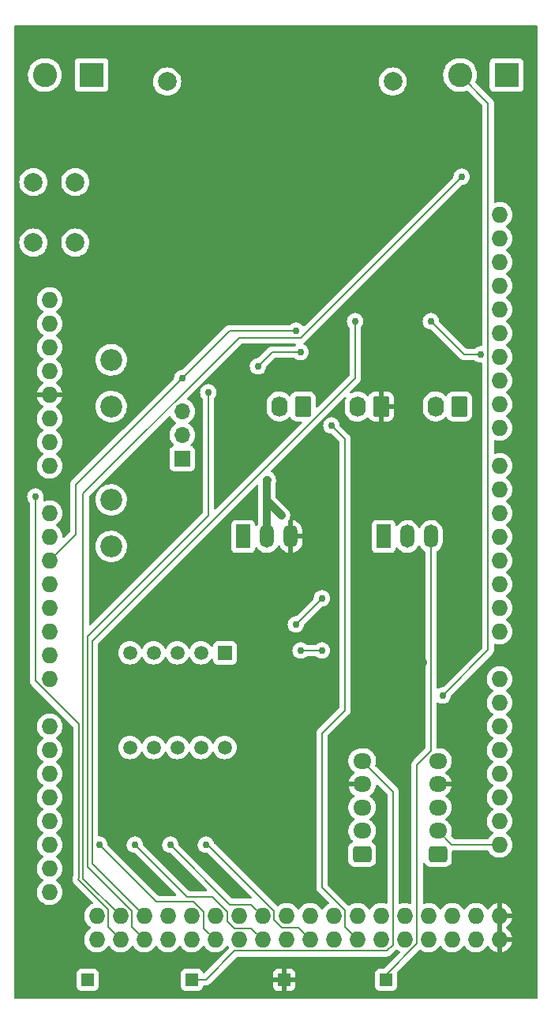
<source format=gbl>
G04 #@! TF.GenerationSoftware,KiCad,Pcbnew,6.0.0*
G04 #@! TF.CreationDate,2022-01-27T20:05:15-05:00*
G04 #@! TF.ProjectId,rlcs_power,726c6373-5f70-46f7-9765-722e6b696361,rev?*
G04 #@! TF.SameCoordinates,Original*
G04 #@! TF.FileFunction,Copper,L2,Bot*
G04 #@! TF.FilePolarity,Positive*
%FSLAX46Y46*%
G04 Gerber Fmt 4.6, Leading zero omitted, Abs format (unit mm)*
G04 Created by KiCad (PCBNEW 6.0.0) date 2022-01-27 20:05:15*
%MOMM*%
%LPD*%
G01*
G04 APERTURE LIST*
G04 Aperture macros list*
%AMRoundRect*
0 Rectangle with rounded corners*
0 $1 Rounding radius*
0 $2 $3 $4 $5 $6 $7 $8 $9 X,Y pos of 4 corners*
0 Add a 4 corners polygon primitive as box body*
4,1,4,$2,$3,$4,$5,$6,$7,$8,$9,$2,$3,0*
0 Add four circle primitives for the rounded corners*
1,1,$1+$1,$2,$3*
1,1,$1+$1,$4,$5*
1,1,$1+$1,$6,$7*
1,1,$1+$1,$8,$9*
0 Add four rect primitives between the rounded corners*
20,1,$1+$1,$2,$3,$4,$5,0*
20,1,$1+$1,$4,$5,$6,$7,0*
20,1,$1+$1,$6,$7,$8,$9,0*
20,1,$1+$1,$8,$9,$2,$3,0*%
G04 Aperture macros list end*
G04 #@! TA.AperFunction,ComponentPad*
%ADD10R,1.500000X1.500000*%
G04 #@! TD*
G04 #@! TA.AperFunction,ComponentPad*
%ADD11C,1.500000*%
G04 #@! TD*
G04 #@! TA.AperFunction,ComponentPad*
%ADD12C,2.350000*%
G04 #@! TD*
G04 #@! TA.AperFunction,ComponentPad*
%ADD13C,2.000000*%
G04 #@! TD*
G04 #@! TA.AperFunction,ComponentPad*
%ADD14RoundRect,0.250000X0.725000X-0.600000X0.725000X0.600000X-0.725000X0.600000X-0.725000X-0.600000X0*%
G04 #@! TD*
G04 #@! TA.AperFunction,ComponentPad*
%ADD15O,1.950000X1.700000*%
G04 #@! TD*
G04 #@! TA.AperFunction,ComponentPad*
%ADD16R,1.700000X1.700000*%
G04 #@! TD*
G04 #@! TA.AperFunction,ComponentPad*
%ADD17O,1.700000X1.700000*%
G04 #@! TD*
G04 #@! TA.AperFunction,ComponentPad*
%ADD18R,1.500000X2.500000*%
G04 #@! TD*
G04 #@! TA.AperFunction,ComponentPad*
%ADD19O,1.500000X2.500000*%
G04 #@! TD*
G04 #@! TA.AperFunction,ComponentPad*
%ADD20R,1.350000X1.350000*%
G04 #@! TD*
G04 #@! TA.AperFunction,ComponentPad*
%ADD21R,2.600000X2.600000*%
G04 #@! TD*
G04 #@! TA.AperFunction,ComponentPad*
%ADD22C,2.600000*%
G04 #@! TD*
G04 #@! TA.AperFunction,ComponentPad*
%ADD23RoundRect,0.249999X0.620001X0.850001X-0.620001X0.850001X-0.620001X-0.850001X0.620001X-0.850001X0*%
G04 #@! TD*
G04 #@! TA.AperFunction,ComponentPad*
%ADD24O,1.740000X2.200000*%
G04 #@! TD*
G04 #@! TA.AperFunction,ComponentPad*
%ADD25O,1.727200X1.727200*%
G04 #@! TD*
G04 #@! TA.AperFunction,ViaPad*
%ADD26C,0.762000*%
G04 #@! TD*
G04 #@! TA.AperFunction,Conductor*
%ADD27C,0.812800*%
G04 #@! TD*
G04 #@! TA.AperFunction,Conductor*
%ADD28C,0.203200*%
G04 #@! TD*
G04 APERTURE END LIST*
D10*
X115824000Y-130036500D03*
D11*
X113284000Y-130036500D03*
X110744000Y-130036500D03*
X108204000Y-130036500D03*
X105664000Y-130036500D03*
X105664000Y-140196500D03*
X108204000Y-140196500D03*
X110744000Y-140196500D03*
X113284000Y-140196500D03*
X115824000Y-140196500D03*
D12*
X103632000Y-98632000D03*
X103632000Y-103632000D03*
X103632000Y-118632000D03*
X103632000Y-113632000D03*
D13*
X109629500Y-68771000D03*
X133829500Y-68771000D03*
D14*
X130556000Y-151638000D03*
D15*
X130556000Y-149138000D03*
X130556000Y-146638000D03*
X130556000Y-144138000D03*
X130556000Y-141638000D03*
D16*
X111252000Y-109220000D03*
D17*
X111252000Y-106680000D03*
X111252000Y-104140000D03*
D18*
X132855500Y-117566000D03*
D19*
X135395500Y-117566000D03*
X137935500Y-117566000D03*
D18*
X117806000Y-117566000D03*
D19*
X120346000Y-117566000D03*
X122886000Y-117566000D03*
D20*
X112268000Y-165100000D03*
X133096000Y-165100000D03*
X122174000Y-165100000D03*
D14*
X138684000Y-151638000D03*
D15*
X138684000Y-149138000D03*
X138684000Y-146638000D03*
X138684000Y-144138000D03*
X138684000Y-141638000D03*
D21*
X101520000Y-68072000D03*
D22*
X96520000Y-68072000D03*
D23*
X124206000Y-103612000D03*
D24*
X121666000Y-103612000D03*
D23*
X132588000Y-103632000D03*
D24*
X130048000Y-103632000D03*
D23*
X140970000Y-103612000D03*
D24*
X138430000Y-103612000D03*
D20*
X101092000Y-165100000D03*
D25*
X97028000Y-92202000D03*
X97028000Y-99822000D03*
X97028000Y-102362000D03*
X145288000Y-158242000D03*
X145288000Y-160782000D03*
X97028000Y-115062000D03*
X97028000Y-117602000D03*
X97028000Y-120142000D03*
X97028000Y-122682000D03*
X97028000Y-125222000D03*
X97028000Y-127762000D03*
X97028000Y-130302000D03*
X97028000Y-132842000D03*
X97028000Y-137922000D03*
X97028000Y-140462000D03*
X97028000Y-143002000D03*
X97028000Y-145542000D03*
X97028000Y-148082000D03*
X97028000Y-150622000D03*
X97028000Y-153162000D03*
X97028000Y-155702000D03*
X145288000Y-88138000D03*
X145288000Y-127762000D03*
X145288000Y-125222000D03*
X145288000Y-122682000D03*
X145288000Y-120142000D03*
X145288000Y-117602000D03*
X145288000Y-115062000D03*
X145288000Y-112522000D03*
X145288000Y-109982000D03*
X145288000Y-105918000D03*
X145288000Y-103378000D03*
X145288000Y-100838000D03*
X145288000Y-98298000D03*
X145288000Y-95758000D03*
X145288000Y-93218000D03*
X145288000Y-132842000D03*
X145288000Y-135382000D03*
X145288000Y-137922000D03*
X145288000Y-140462000D03*
X145288000Y-143002000D03*
X145288000Y-145542000D03*
X145288000Y-148082000D03*
X145288000Y-150622000D03*
X142748000Y-158242000D03*
X142748000Y-160782000D03*
X140208000Y-158242000D03*
X140208000Y-160782000D03*
X137668000Y-158242000D03*
X137668000Y-160782000D03*
X135128000Y-158242000D03*
X135128000Y-160782000D03*
X132588000Y-158242000D03*
X132588000Y-160782000D03*
X130048000Y-158242000D03*
X130048000Y-160782000D03*
X127508000Y-158242000D03*
X127508000Y-160782000D03*
X124968000Y-158242000D03*
X124968000Y-160782000D03*
X122428000Y-158242000D03*
X122428000Y-160782000D03*
X119888000Y-158242000D03*
X119888000Y-160782000D03*
X117348000Y-158242000D03*
X117348000Y-160782000D03*
X114808000Y-158242000D03*
X114808000Y-160782000D03*
X112268000Y-158242000D03*
X112268000Y-160782000D03*
X109728000Y-158242000D03*
X109728000Y-160782000D03*
X107188000Y-158242000D03*
X107188000Y-160782000D03*
X104648000Y-158242000D03*
X104648000Y-160782000D03*
X145288000Y-90678000D03*
X97028000Y-104902000D03*
X97028000Y-107442000D03*
X102108000Y-158242000D03*
X102108000Y-160782000D03*
X97028000Y-94742000D03*
X97028000Y-97282000D03*
X145288000Y-83058000D03*
X145288000Y-85598000D03*
X97028000Y-109982000D03*
D21*
X146050000Y-68072000D03*
D22*
X141050000Y-68072000D03*
D13*
X99786000Y-79554000D03*
X99786000Y-86054000D03*
X95286000Y-86054000D03*
X95286000Y-79554000D03*
D26*
X123952000Y-97790000D03*
X123444000Y-127000000D03*
X126238000Y-124206000D03*
X126238000Y-129794000D03*
X120396000Y-111506000D03*
X121920000Y-115316000D03*
X123952000Y-129794000D03*
X119380000Y-99314000D03*
X123444000Y-95504000D03*
X111252000Y-100584000D03*
X137160000Y-131064000D03*
X122428000Y-137414000D03*
X116586000Y-148082000D03*
X123190000Y-150876000D03*
X141224000Y-94742000D03*
X147828000Y-78740000D03*
X127254000Y-105664000D03*
X143256000Y-98044000D03*
X137922000Y-94488000D03*
X129794000Y-94488000D03*
X114046000Y-102108000D03*
X95504000Y-113284000D03*
X139192000Y-134620000D03*
X106172000Y-150622000D03*
X102362000Y-150622000D03*
X113792000Y-150622000D03*
X109982000Y-150622000D03*
X141224000Y-78994000D03*
D27*
X121920000Y-115316000D02*
X120346000Y-113742000D01*
X120346000Y-113742000D02*
X120346000Y-111556000D01*
D28*
X120904000Y-97790000D02*
X123952000Y-97790000D01*
D27*
X120346000Y-111556000D02*
X120396000Y-111506000D01*
D28*
X126238000Y-124206000D02*
X123444000Y-127000000D01*
X119380000Y-99314000D02*
X120904000Y-97790000D01*
X126238000Y-129794000D02*
X123952000Y-129794000D01*
D27*
X120346000Y-117566000D02*
X120346000Y-113742000D01*
D28*
X111252000Y-100584000D02*
X99822000Y-112014000D01*
X99822000Y-112014000D02*
X99822000Y-117348000D01*
X133096000Y-165100000D02*
X133096000Y-164592000D01*
X136449289Y-161238711D02*
X133096000Y-164592000D01*
X99822000Y-117348000D02*
X97028000Y-120142000D01*
X137935500Y-117566000D02*
X137935500Y-140557203D01*
X137935500Y-140557203D02*
X136449289Y-142043414D01*
X123444000Y-95504000D02*
X116332000Y-95504000D01*
X136449289Y-142043414D02*
X136449289Y-161238711D01*
X116332000Y-95504000D02*
X111252000Y-100584000D01*
X126238000Y-155194000D02*
X128726711Y-157682711D01*
X128726711Y-136195289D02*
X126238000Y-138684000D01*
X128726711Y-159460711D02*
X130048000Y-160782000D01*
X126238000Y-138684000D02*
X126238000Y-155194000D01*
X128726711Y-157682711D02*
X128726711Y-159460711D01*
X127254000Y-105664000D02*
X128726711Y-107136711D01*
X128726711Y-107136711D02*
X128726711Y-136195289D01*
X141478000Y-98044000D02*
X137922000Y-94488000D01*
X143256000Y-98044000D02*
X141478000Y-98044000D01*
X101625889Y-152679889D02*
X101625889Y-128752111D01*
X107188000Y-158242000D02*
X101625889Y-152679889D01*
X101625889Y-128752111D02*
X129794000Y-100584000D01*
X129794000Y-100584000D02*
X129794000Y-94488000D01*
X105866711Y-159460711D02*
X105866711Y-157737192D01*
X105866711Y-157737192D02*
X101092000Y-152962481D01*
X107188000Y-160782000D02*
X105866711Y-159460711D01*
X114046000Y-115316000D02*
X114046000Y-102108000D01*
X101092000Y-152962481D02*
X101092000Y-128270000D01*
X101092000Y-128270000D02*
X111506000Y-117856000D01*
X111506000Y-117856000D02*
X114046000Y-115316000D01*
X100178560Y-154213340D02*
X100178560Y-137716079D01*
X100178560Y-137716079D02*
X95504000Y-133041519D01*
X104648000Y-160782000D02*
X103326711Y-159460711D01*
X103326711Y-157566611D02*
X100076000Y-154315900D01*
X103326711Y-159460711D02*
X103326711Y-157566611D01*
X100076000Y-154315900D02*
X100178560Y-154213340D01*
X95504000Y-133041519D02*
X95504000Y-113284000D01*
X133858000Y-161344481D02*
X133858000Y-144940000D01*
X133201770Y-162000711D02*
X133858000Y-161344481D01*
X133858000Y-144940000D02*
X130556000Y-141638000D01*
X116891289Y-162000711D02*
X133201770Y-162000711D01*
X113792000Y-165100000D02*
X116891289Y-162000711D01*
X112268000Y-165100000D02*
X113792000Y-165100000D01*
X144069289Y-71091289D02*
X144069289Y-129742711D01*
X144069289Y-129742711D02*
X139192000Y-134620000D01*
X141050000Y-68072000D02*
X144069289Y-71091289D01*
X106172000Y-150622000D02*
X111760000Y-156210000D01*
X116891289Y-159563289D02*
X118669289Y-159563289D01*
X116129289Y-158801289D02*
X116891289Y-159563289D01*
X111760000Y-156210000D02*
X114499519Y-156210000D01*
X118669289Y-159563289D02*
X119888000Y-160782000D01*
X114499519Y-156210000D02*
X116129289Y-157839770D01*
X116129289Y-157839770D02*
X116129289Y-158801289D01*
X112467519Y-156718000D02*
X113589289Y-157839770D01*
X102362000Y-150622000D02*
X108458000Y-156718000D01*
X113589289Y-159563289D02*
X114808000Y-160782000D01*
X113589289Y-157839770D02*
X113589289Y-159563289D01*
X108458000Y-156718000D02*
X112467519Y-156718000D01*
X121974481Y-159512000D02*
X123698000Y-159512000D01*
X121106711Y-157737192D02*
X121106711Y-158644230D01*
X121106711Y-158644230D02*
X121974481Y-159512000D01*
X123698000Y-159512000D02*
X124968000Y-160782000D01*
X113792000Y-150622000D02*
X113991519Y-150622000D01*
X113991519Y-150622000D02*
X121106711Y-157737192D01*
X116383289Y-157023289D02*
X118669289Y-157023289D01*
X118669289Y-157023289D02*
X119888000Y-158242000D01*
X109982000Y-150622000D02*
X116383289Y-157023289D01*
X145288000Y-150622000D02*
X140168000Y-150622000D01*
X140168000Y-150622000D02*
X138684000Y-149138000D01*
X104648000Y-158242000D02*
X100635280Y-154229280D01*
X117373889Y-96240111D02*
X123977889Y-96240111D01*
X123977889Y-96240111D02*
X141224000Y-78994000D01*
X100635280Y-112978720D02*
X117373889Y-96240111D01*
X100635280Y-154229280D02*
X100635280Y-112978720D01*
G04 #@! TA.AperFunction,Conductor*
G36*
X149294121Y-62758002D02*
G01*
X149340614Y-62811658D01*
X149352000Y-62864000D01*
X149352000Y-167006000D01*
X149331998Y-167074121D01*
X149278342Y-167120614D01*
X149226000Y-167132000D01*
X93344000Y-167132000D01*
X93275879Y-167111998D01*
X93229386Y-167058342D01*
X93218000Y-167006000D01*
X93218000Y-165823134D01*
X99908500Y-165823134D01*
X99915255Y-165885316D01*
X99966385Y-166021705D01*
X100053739Y-166138261D01*
X100170295Y-166225615D01*
X100306684Y-166276745D01*
X100368866Y-166283500D01*
X101815134Y-166283500D01*
X101877316Y-166276745D01*
X102013705Y-166225615D01*
X102130261Y-166138261D01*
X102217615Y-166021705D01*
X102268745Y-165885316D01*
X102275500Y-165823134D01*
X102275500Y-164376866D01*
X102268745Y-164314684D01*
X102217615Y-164178295D01*
X102130261Y-164061739D01*
X102013705Y-163974385D01*
X101877316Y-163923255D01*
X101815134Y-163916500D01*
X100368866Y-163916500D01*
X100306684Y-163923255D01*
X100170295Y-163974385D01*
X100053739Y-164061739D01*
X99966385Y-164178295D01*
X99915255Y-164314684D01*
X99908500Y-164376866D01*
X99908500Y-165823134D01*
X93218000Y-165823134D01*
X93218000Y-155668362D01*
X95651609Y-155668362D01*
X95651906Y-155673514D01*
X95651906Y-155673518D01*
X95657618Y-155772578D01*
X95664597Y-155893614D01*
X95665734Y-155898660D01*
X95665735Y-155898666D01*
X95686984Y-155992952D01*
X95714200Y-156113720D01*
X95716142Y-156118502D01*
X95716143Y-156118506D01*
X95752822Y-156208835D01*
X95799086Y-156322769D01*
X95831880Y-156376284D01*
X95892246Y-156474792D01*
X95916975Y-156515147D01*
X96064702Y-156685687D01*
X96238299Y-156829810D01*
X96242751Y-156832412D01*
X96242756Y-156832415D01*
X96406352Y-156928013D01*
X96433103Y-156943645D01*
X96643884Y-157024134D01*
X96648952Y-157025165D01*
X96648955Y-157025166D01*
X96716554Y-157038919D01*
X96864981Y-157069117D01*
X96870156Y-157069307D01*
X96870158Y-157069307D01*
X97085292Y-157077196D01*
X97085296Y-157077196D01*
X97090456Y-157077385D01*
X97095576Y-157076729D01*
X97095578Y-157076729D01*
X97169713Y-157067232D01*
X97314253Y-157048716D01*
X97319202Y-157047231D01*
X97319208Y-157047230D01*
X97525413Y-156985365D01*
X97525412Y-156985365D01*
X97530363Y-156983880D01*
X97644402Y-156928013D01*
X97728331Y-156886897D01*
X97728336Y-156886894D01*
X97732982Y-156884618D01*
X97737192Y-156881615D01*
X97737197Y-156881612D01*
X97912455Y-156756601D01*
X97912459Y-156756597D01*
X97916667Y-156753596D01*
X98076487Y-156594333D01*
X98208150Y-156411105D01*
X98308118Y-156208835D01*
X98373708Y-155992952D01*
X98403158Y-155769256D01*
X98404802Y-155702000D01*
X98386315Y-155477132D01*
X98331349Y-155258304D01*
X98241380Y-155051391D01*
X98118826Y-154861951D01*
X97966977Y-154695071D01*
X97962926Y-154691872D01*
X97962922Y-154691868D01*
X97793966Y-154558434D01*
X97793962Y-154558432D01*
X97789911Y-154555232D01*
X97784979Y-154552509D01*
X97766535Y-154542328D01*
X97716564Y-154491896D01*
X97701792Y-154422453D01*
X97726908Y-154356047D01*
X97754259Y-154329441D01*
X97912455Y-154216601D01*
X97912459Y-154216597D01*
X97916667Y-154213596D01*
X98076487Y-154054333D01*
X98208150Y-153871105D01*
X98308118Y-153668835D01*
X98373708Y-153452952D01*
X98403158Y-153229256D01*
X98404802Y-153162000D01*
X98386315Y-152937132D01*
X98331349Y-152718304D01*
X98241380Y-152511391D01*
X98160275Y-152386022D01*
X98121634Y-152326291D01*
X98121632Y-152326288D01*
X98118826Y-152321951D01*
X97966977Y-152155071D01*
X97962926Y-152151872D01*
X97962922Y-152151868D01*
X97793966Y-152018434D01*
X97793962Y-152018432D01*
X97789911Y-152015232D01*
X97766535Y-152002328D01*
X97716564Y-151951896D01*
X97701792Y-151882453D01*
X97726908Y-151816047D01*
X97754259Y-151789441D01*
X97912455Y-151676601D01*
X97912459Y-151676597D01*
X97916667Y-151673596D01*
X98076487Y-151514333D01*
X98208150Y-151331105D01*
X98298787Y-151147715D01*
X98305824Y-151133477D01*
X98305825Y-151133475D01*
X98308118Y-151128835D01*
X98373708Y-150912952D01*
X98377805Y-150881834D01*
X98402721Y-150692578D01*
X98402722Y-150692572D01*
X98403158Y-150689256D01*
X98404802Y-150622000D01*
X98386315Y-150397132D01*
X98331349Y-150178304D01*
X98241380Y-149971391D01*
X98118826Y-149781951D01*
X97966977Y-149615071D01*
X97962926Y-149611872D01*
X97962922Y-149611868D01*
X97793966Y-149478434D01*
X97793962Y-149478432D01*
X97789911Y-149475232D01*
X97766535Y-149462328D01*
X97716564Y-149411896D01*
X97701792Y-149342453D01*
X97726908Y-149276047D01*
X97754259Y-149249441D01*
X97912455Y-149136601D01*
X97912459Y-149136597D01*
X97916667Y-149133596D01*
X98076487Y-148974333D01*
X98208150Y-148791105D01*
X98308118Y-148588835D01*
X98373708Y-148372952D01*
X98387467Y-148268445D01*
X98402721Y-148152578D01*
X98402722Y-148152572D01*
X98403158Y-148149256D01*
X98404802Y-148082000D01*
X98386315Y-147857132D01*
X98331349Y-147638304D01*
X98241380Y-147431391D01*
X98118826Y-147241951D01*
X97966977Y-147075071D01*
X97962926Y-147071872D01*
X97962922Y-147071868D01*
X97793966Y-146938434D01*
X97793962Y-146938432D01*
X97789911Y-146935232D01*
X97766535Y-146922328D01*
X97716564Y-146871896D01*
X97701792Y-146802453D01*
X97726908Y-146736047D01*
X97754259Y-146709441D01*
X97912455Y-146596601D01*
X97912459Y-146596597D01*
X97916667Y-146593596D01*
X98076487Y-146434333D01*
X98208150Y-146251105D01*
X98308118Y-146048835D01*
X98373708Y-145832952D01*
X98386121Y-145738666D01*
X98402721Y-145612578D01*
X98402722Y-145612572D01*
X98403158Y-145609256D01*
X98403985Y-145575441D01*
X98404720Y-145545364D01*
X98404720Y-145545360D01*
X98404802Y-145542000D01*
X98386315Y-145317132D01*
X98331349Y-145098304D01*
X98241380Y-144891391D01*
X98169123Y-144779698D01*
X98121634Y-144706291D01*
X98121632Y-144706288D01*
X98118826Y-144701951D01*
X97966977Y-144535071D01*
X97962926Y-144531872D01*
X97962922Y-144531868D01*
X97793966Y-144398434D01*
X97793962Y-144398432D01*
X97789911Y-144395232D01*
X97766535Y-144382328D01*
X97716564Y-144331896D01*
X97701792Y-144262453D01*
X97726908Y-144196047D01*
X97754259Y-144169441D01*
X97912455Y-144056601D01*
X97912459Y-144056597D01*
X97916667Y-144053596D01*
X98076487Y-143894333D01*
X98208150Y-143711105D01*
X98294212Y-143536971D01*
X98305824Y-143513477D01*
X98305825Y-143513475D01*
X98308118Y-143508835D01*
X98373708Y-143292952D01*
X98374383Y-143287826D01*
X98402721Y-143072578D01*
X98402722Y-143072572D01*
X98403158Y-143069256D01*
X98404802Y-143002000D01*
X98386315Y-142777132D01*
X98331349Y-142558304D01*
X98241380Y-142351391D01*
X98152673Y-142214270D01*
X98121634Y-142166291D01*
X98121632Y-142166288D01*
X98118826Y-142161951D01*
X97966977Y-141995071D01*
X97962926Y-141991872D01*
X97962922Y-141991868D01*
X97793966Y-141858434D01*
X97793962Y-141858432D01*
X97789911Y-141855232D01*
X97766535Y-141842328D01*
X97716564Y-141791896D01*
X97701792Y-141722453D01*
X97726908Y-141656047D01*
X97754259Y-141629441D01*
X97912455Y-141516601D01*
X97912459Y-141516597D01*
X97916667Y-141513596D01*
X98076487Y-141354333D01*
X98208150Y-141171105D01*
X98308118Y-140968835D01*
X98373708Y-140752952D01*
X98381241Y-140695731D01*
X98402721Y-140532578D01*
X98402722Y-140532572D01*
X98403158Y-140529256D01*
X98404802Y-140462000D01*
X98386315Y-140237132D01*
X98331349Y-140018304D01*
X98241380Y-139811391D01*
X98118826Y-139621951D01*
X97966977Y-139455071D01*
X97962926Y-139451872D01*
X97962922Y-139451868D01*
X97793966Y-139318434D01*
X97793962Y-139318432D01*
X97789911Y-139315232D01*
X97766535Y-139302328D01*
X97716564Y-139251896D01*
X97701792Y-139182453D01*
X97726908Y-139116047D01*
X97754259Y-139089441D01*
X97912455Y-138976601D01*
X97912459Y-138976597D01*
X97916667Y-138973596D01*
X98076487Y-138814333D01*
X98208150Y-138631105D01*
X98270395Y-138505161D01*
X98305824Y-138433477D01*
X98305825Y-138433475D01*
X98308118Y-138428835D01*
X98373708Y-138212952D01*
X98374383Y-138207826D01*
X98402721Y-137992578D01*
X98402722Y-137992572D01*
X98403158Y-137989256D01*
X98403658Y-137968791D01*
X98404720Y-137925364D01*
X98404720Y-137925360D01*
X98404802Y-137922000D01*
X98386315Y-137697132D01*
X98331349Y-137478304D01*
X98241380Y-137271391D01*
X98118826Y-137081951D01*
X97966977Y-136915071D01*
X97962926Y-136911872D01*
X97962922Y-136911868D01*
X97793966Y-136778434D01*
X97793962Y-136778432D01*
X97789911Y-136775232D01*
X97766536Y-136762328D01*
X97705120Y-136728425D01*
X97592383Y-136666191D01*
X97379698Y-136590876D01*
X97329297Y-136581898D01*
X97162657Y-136552214D01*
X97162653Y-136552214D01*
X97157569Y-136551308D01*
X97085574Y-136550429D01*
X96937129Y-136548615D01*
X96937127Y-136548615D01*
X96931959Y-136548552D01*
X96708929Y-136582680D01*
X96494468Y-136652777D01*
X96294335Y-136756960D01*
X96290202Y-136760063D01*
X96290199Y-136760065D01*
X96265734Y-136778434D01*
X96113905Y-136892430D01*
X95958024Y-137055550D01*
X95830878Y-137241940D01*
X95828704Y-137246624D01*
X95828702Y-137246627D01*
X95819226Y-137267043D01*
X95735881Y-137446593D01*
X95675585Y-137664013D01*
X95651609Y-137888362D01*
X95651906Y-137893514D01*
X95651906Y-137893518D01*
X95657618Y-137992578D01*
X95664597Y-138113614D01*
X95665734Y-138118660D01*
X95665735Y-138118666D01*
X95686358Y-138210174D01*
X95714200Y-138333720D01*
X95716142Y-138338502D01*
X95716143Y-138338506D01*
X95789948Y-138520266D01*
X95799086Y-138542769D01*
X95916975Y-138735147D01*
X96064702Y-138905687D01*
X96238299Y-139049810D01*
X96242751Y-139052412D01*
X96242756Y-139052415D01*
X96292069Y-139081231D01*
X96340792Y-139132870D01*
X96353863Y-139202653D01*
X96327131Y-139268425D01*
X96296595Y-139295783D01*
X96294335Y-139296960D01*
X96204884Y-139364121D01*
X96171785Y-139388973D01*
X96113905Y-139432430D01*
X95958024Y-139595550D01*
X95830878Y-139781940D01*
X95828704Y-139786624D01*
X95828702Y-139786627D01*
X95742739Y-139971819D01*
X95735881Y-139986593D01*
X95675585Y-140204013D01*
X95651609Y-140428362D01*
X95651906Y-140433514D01*
X95651906Y-140433518D01*
X95660302Y-140579122D01*
X95664597Y-140653614D01*
X95665734Y-140658660D01*
X95665735Y-140658666D01*
X95686984Y-140752952D01*
X95714200Y-140873720D01*
X95716142Y-140878502D01*
X95716143Y-140878506D01*
X95778381Y-141031779D01*
X95799086Y-141082769D01*
X95916975Y-141275147D01*
X96064702Y-141445687D01*
X96200579Y-141558494D01*
X96218984Y-141573774D01*
X96238299Y-141589810D01*
X96242751Y-141592412D01*
X96242756Y-141592415D01*
X96292069Y-141621231D01*
X96340792Y-141672870D01*
X96353863Y-141742653D01*
X96327131Y-141808425D01*
X96296595Y-141835783D01*
X96294335Y-141836960D01*
X96257555Y-141864575D01*
X96132240Y-141958664D01*
X96113905Y-141972430D01*
X95958024Y-142135550D01*
X95830878Y-142321940D01*
X95828704Y-142326624D01*
X95828702Y-142326627D01*
X95775465Y-142441317D01*
X95735881Y-142526593D01*
X95675585Y-142744013D01*
X95651609Y-142968362D01*
X95651906Y-142973514D01*
X95651906Y-142973518D01*
X95657618Y-143072578D01*
X95664597Y-143193614D01*
X95665734Y-143198660D01*
X95665735Y-143198666D01*
X95686984Y-143292952D01*
X95714200Y-143413720D01*
X95716142Y-143418502D01*
X95716143Y-143418506D01*
X95795001Y-143612709D01*
X95799086Y-143622769D01*
X95826968Y-143668268D01*
X95878021Y-143751579D01*
X95916975Y-143815147D01*
X96064702Y-143985687D01*
X96238299Y-144129810D01*
X96242751Y-144132412D01*
X96242756Y-144132415D01*
X96292069Y-144161231D01*
X96340792Y-144212870D01*
X96353863Y-144282653D01*
X96327131Y-144348425D01*
X96296595Y-144375783D01*
X96294335Y-144376960D01*
X96113905Y-144512430D01*
X96110333Y-144516168D01*
X95962598Y-144670764D01*
X95958024Y-144675550D01*
X95830878Y-144861940D01*
X95828704Y-144866624D01*
X95828702Y-144866627D01*
X95763380Y-145007352D01*
X95735881Y-145066593D01*
X95675585Y-145284013D01*
X95651609Y-145508362D01*
X95651906Y-145513514D01*
X95651906Y-145513518D01*
X95657618Y-145612578D01*
X95664597Y-145733614D01*
X95665734Y-145738660D01*
X95665735Y-145738666D01*
X95697095Y-145877821D01*
X95714200Y-145953720D01*
X95716142Y-145958502D01*
X95716143Y-145958506D01*
X95782216Y-146121223D01*
X95799086Y-146162769D01*
X95916975Y-146355147D01*
X96064702Y-146525687D01*
X96238299Y-146669810D01*
X96242751Y-146672412D01*
X96242756Y-146672415D01*
X96292069Y-146701231D01*
X96340792Y-146752870D01*
X96353863Y-146822653D01*
X96327131Y-146888425D01*
X96296595Y-146915783D01*
X96294335Y-146916960D01*
X96204884Y-146984121D01*
X96151009Y-147024572D01*
X96113905Y-147052430D01*
X95958024Y-147215550D01*
X95830878Y-147401940D01*
X95828704Y-147406624D01*
X95828702Y-147406627D01*
X95764424Y-147545103D01*
X95735881Y-147606593D01*
X95675585Y-147824013D01*
X95651609Y-148048362D01*
X95651906Y-148053514D01*
X95651906Y-148053518D01*
X95662134Y-148230897D01*
X95664597Y-148273614D01*
X95665734Y-148278660D01*
X95665735Y-148278666D01*
X95686984Y-148372952D01*
X95714200Y-148493720D01*
X95716142Y-148498502D01*
X95716143Y-148498506D01*
X95786950Y-148672881D01*
X95799086Y-148702769D01*
X95916975Y-148895147D01*
X96064702Y-149065687D01*
X96238299Y-149209810D01*
X96242751Y-149212412D01*
X96242756Y-149212415D01*
X96292069Y-149241231D01*
X96340792Y-149292870D01*
X96353863Y-149362653D01*
X96327131Y-149428425D01*
X96296595Y-149455783D01*
X96294335Y-149456960D01*
X96204884Y-149524121D01*
X96134901Y-149576666D01*
X96113905Y-149592430D01*
X95958024Y-149755550D01*
X95830878Y-149941940D01*
X95828704Y-149946624D01*
X95828702Y-149946627D01*
X95752212Y-150111412D01*
X95735881Y-150146593D01*
X95675585Y-150364013D01*
X95651609Y-150588362D01*
X95651906Y-150593514D01*
X95651906Y-150593518D01*
X95657618Y-150692578D01*
X95664597Y-150813614D01*
X95665734Y-150818660D01*
X95665735Y-150818666D01*
X95686984Y-150912952D01*
X95714200Y-151033720D01*
X95716142Y-151038502D01*
X95716143Y-151038506D01*
X95794754Y-151232100D01*
X95799086Y-151242769D01*
X95801785Y-151247173D01*
X95914279Y-151430747D01*
X95916975Y-151435147D01*
X96064702Y-151605687D01*
X96238299Y-151749810D01*
X96242751Y-151752412D01*
X96242756Y-151752415D01*
X96292069Y-151781231D01*
X96340792Y-151832870D01*
X96353863Y-151902653D01*
X96327131Y-151968425D01*
X96296595Y-151995783D01*
X96294335Y-151996960D01*
X96113905Y-152132430D01*
X96110333Y-152136168D01*
X95961801Y-152291598D01*
X95958024Y-152295550D01*
X95830878Y-152481940D01*
X95828704Y-152486624D01*
X95828702Y-152486627D01*
X95744149Y-152668782D01*
X95735881Y-152686593D01*
X95675585Y-152904013D01*
X95651609Y-153128362D01*
X95651906Y-153133514D01*
X95651906Y-153133518D01*
X95657618Y-153232578D01*
X95664597Y-153353614D01*
X95665734Y-153358660D01*
X95665735Y-153358666D01*
X95686984Y-153452952D01*
X95714200Y-153573720D01*
X95716142Y-153578502D01*
X95716143Y-153578506D01*
X95752822Y-153668835D01*
X95799086Y-153782769D01*
X95801785Y-153787173D01*
X95913227Y-153969030D01*
X95916975Y-153975147D01*
X96064702Y-154145687D01*
X96238299Y-154289810D01*
X96242751Y-154292412D01*
X96242756Y-154292415D01*
X96292069Y-154321231D01*
X96340792Y-154372870D01*
X96353863Y-154442653D01*
X96327131Y-154508425D01*
X96296595Y-154535783D01*
X96294335Y-154536960D01*
X96263482Y-154560125D01*
X96153132Y-154642978D01*
X96113905Y-154672430D01*
X95958024Y-154835550D01*
X95830878Y-155021940D01*
X95828704Y-155026624D01*
X95828702Y-155026627D01*
X95745648Y-155205552D01*
X95735881Y-155226593D01*
X95675585Y-155444013D01*
X95651609Y-155668362D01*
X93218000Y-155668362D01*
X93218000Y-113284000D01*
X94609600Y-113284000D01*
X94629145Y-113469956D01*
X94686925Y-113647785D01*
X94780415Y-113809715D01*
X94784833Y-113814622D01*
X94784834Y-113814623D01*
X94861536Y-113899809D01*
X94892253Y-113963816D01*
X94893900Y-113984119D01*
X94893900Y-132965841D01*
X94893402Y-132976393D01*
X94891781Y-132983647D01*
X94892030Y-132991568D01*
X94893838Y-133049114D01*
X94893900Y-133053071D01*
X94893900Y-133079902D01*
X94894396Y-133083829D01*
X94894453Y-133084735D01*
X94895292Y-133095379D01*
X94896622Y-133137718D01*
X94898834Y-133145331D01*
X94901964Y-133156105D01*
X94905972Y-133175462D01*
X94908371Y-133194451D01*
X94911291Y-133201826D01*
X94923964Y-133233837D01*
X94927808Y-133245064D01*
X94931714Y-133258506D01*
X94939628Y-133285744D01*
X94949374Y-133302224D01*
X94958065Y-133319964D01*
X94965116Y-133337773D01*
X94989558Y-133371415D01*
X94990020Y-133372051D01*
X94996536Y-133381971D01*
X95018095Y-133418425D01*
X95031622Y-133431952D01*
X95044463Y-133446986D01*
X95055721Y-133462481D01*
X95061829Y-133467534D01*
X95088372Y-133489492D01*
X95097152Y-133497482D01*
X99531555Y-137931886D01*
X99565581Y-137994198D01*
X99568460Y-138020981D01*
X99568460Y-153933531D01*
X99551020Y-153997280D01*
X99546687Y-154002866D01*
X99543541Y-154010136D01*
X99543538Y-154010141D01*
X99525261Y-154052375D01*
X99521893Y-154059532D01*
X99501005Y-154100529D01*
X99501003Y-154100533D01*
X99497406Y-154107594D01*
X99495678Y-154115327D01*
X99495231Y-154116567D01*
X99488980Y-154135806D01*
X99488615Y-154137063D01*
X99485468Y-154144335D01*
X99484228Y-154152165D01*
X99484226Y-154152171D01*
X99477025Y-154197631D01*
X99475543Y-154205403D01*
X99463781Y-154258028D01*
X99464030Y-154265954D01*
X99463906Y-154267266D01*
X99462634Y-154287467D01*
X99462593Y-154288758D01*
X99461354Y-154296584D01*
X99462100Y-154304476D01*
X99462100Y-154304477D01*
X99466431Y-154350296D01*
X99466928Y-154358195D01*
X99468622Y-154412099D01*
X99470833Y-154419709D01*
X99471039Y-154421010D01*
X99474830Y-154440881D01*
X99475115Y-154442156D01*
X99475861Y-154450047D01*
X99494138Y-154500815D01*
X99496578Y-154508324D01*
X99505802Y-154540071D01*
X99511628Y-154560125D01*
X99515667Y-154566954D01*
X99516193Y-154568170D01*
X99524806Y-154586474D01*
X99525390Y-154587620D01*
X99528076Y-154595081D01*
X99532531Y-154601637D01*
X99532533Y-154601640D01*
X99558399Y-154639699D01*
X99562642Y-154646385D01*
X99586059Y-154685983D01*
X99586063Y-154685988D01*
X99590095Y-154692806D01*
X99595700Y-154698411D01*
X99596513Y-154699459D01*
X99609417Y-154715056D01*
X99610266Y-154716019D01*
X99614720Y-154722573D01*
X99620661Y-154727811D01*
X99620663Y-154727813D01*
X99655202Y-154758263D01*
X99660971Y-154763682D01*
X101652143Y-156754855D01*
X101686169Y-156817167D01*
X101681104Y-156887983D01*
X101638557Y-156944818D01*
X101602196Y-156963714D01*
X101574468Y-156972777D01*
X101552018Y-156984464D01*
X101391386Y-157068084D01*
X101374335Y-157076960D01*
X101370202Y-157080063D01*
X101370199Y-157080065D01*
X101198040Y-157209325D01*
X101193905Y-157212430D01*
X101038024Y-157375550D01*
X100910878Y-157561940D01*
X100908704Y-157566624D01*
X100908702Y-157566627D01*
X100837402Y-157720231D01*
X100815881Y-157766593D01*
X100755585Y-157984013D01*
X100731609Y-158208362D01*
X100731906Y-158213514D01*
X100731906Y-158213518D01*
X100742692Y-158400574D01*
X100744597Y-158433614D01*
X100745734Y-158438660D01*
X100745735Y-158438666D01*
X100759978Y-158501865D01*
X100794200Y-158653720D01*
X100796142Y-158658502D01*
X100796143Y-158658506D01*
X100832822Y-158748835D01*
X100879086Y-158862769D01*
X100996975Y-159055147D01*
X101144702Y-159225687D01*
X101318299Y-159369810D01*
X101322751Y-159372412D01*
X101322756Y-159372415D01*
X101372069Y-159401231D01*
X101420792Y-159452870D01*
X101433863Y-159522653D01*
X101407131Y-159588425D01*
X101376595Y-159615783D01*
X101374335Y-159616960D01*
X101193905Y-159752430D01*
X101038024Y-159915550D01*
X100910878Y-160101940D01*
X100908704Y-160106624D01*
X100908702Y-160106627D01*
X100837402Y-160260231D01*
X100815881Y-160306593D01*
X100755585Y-160524013D01*
X100731609Y-160748362D01*
X100731906Y-160753514D01*
X100731906Y-160753518D01*
X100742692Y-160940574D01*
X100744597Y-160973614D01*
X100745734Y-160978660D01*
X100745735Y-160978666D01*
X100759978Y-161041865D01*
X100794200Y-161193720D01*
X100796142Y-161198502D01*
X100796143Y-161198506D01*
X100832822Y-161288835D01*
X100879086Y-161402769D01*
X100996975Y-161595147D01*
X101144702Y-161765687D01*
X101318299Y-161909810D01*
X101322751Y-161912412D01*
X101322756Y-161912415D01*
X101412091Y-161964618D01*
X101513103Y-162023645D01*
X101723884Y-162104134D01*
X101728952Y-162105165D01*
X101728955Y-162105166D01*
X101777021Y-162114945D01*
X101944981Y-162149117D01*
X101950156Y-162149307D01*
X101950158Y-162149307D01*
X102165292Y-162157196D01*
X102165296Y-162157196D01*
X102170456Y-162157385D01*
X102175576Y-162156729D01*
X102175578Y-162156729D01*
X102244985Y-162147838D01*
X102394253Y-162128716D01*
X102399202Y-162127231D01*
X102399208Y-162127230D01*
X102605413Y-162065365D01*
X102605412Y-162065365D01*
X102610363Y-162063880D01*
X102705419Y-162017312D01*
X102808331Y-161966897D01*
X102808336Y-161966894D01*
X102812982Y-161964618D01*
X102817192Y-161961615D01*
X102817197Y-161961612D01*
X102992455Y-161836601D01*
X102992459Y-161836597D01*
X102996667Y-161833596D01*
X103156487Y-161674333D01*
X103277370Y-161506107D01*
X103333364Y-161462459D01*
X103404068Y-161456013D01*
X103467032Y-161488816D01*
X103487125Y-161513799D01*
X103534275Y-161590743D01*
X103534279Y-161590748D01*
X103536975Y-161595147D01*
X103684702Y-161765687D01*
X103858299Y-161909810D01*
X103862751Y-161912412D01*
X103862756Y-161912415D01*
X103952091Y-161964618D01*
X104053103Y-162023645D01*
X104263884Y-162104134D01*
X104268952Y-162105165D01*
X104268955Y-162105166D01*
X104317021Y-162114945D01*
X104484981Y-162149117D01*
X104490156Y-162149307D01*
X104490158Y-162149307D01*
X104705292Y-162157196D01*
X104705296Y-162157196D01*
X104710456Y-162157385D01*
X104715576Y-162156729D01*
X104715578Y-162156729D01*
X104784985Y-162147838D01*
X104934253Y-162128716D01*
X104939202Y-162127231D01*
X104939208Y-162127230D01*
X105145413Y-162065365D01*
X105145412Y-162065365D01*
X105150363Y-162063880D01*
X105245419Y-162017312D01*
X105348331Y-161966897D01*
X105348336Y-161966894D01*
X105352982Y-161964618D01*
X105357192Y-161961615D01*
X105357197Y-161961612D01*
X105532455Y-161836601D01*
X105532459Y-161836597D01*
X105536667Y-161833596D01*
X105696487Y-161674333D01*
X105817370Y-161506107D01*
X105873364Y-161462459D01*
X105944068Y-161456013D01*
X106007032Y-161488816D01*
X106027125Y-161513799D01*
X106074275Y-161590743D01*
X106074279Y-161590748D01*
X106076975Y-161595147D01*
X106224702Y-161765687D01*
X106398299Y-161909810D01*
X106402751Y-161912412D01*
X106402756Y-161912415D01*
X106492091Y-161964618D01*
X106593103Y-162023645D01*
X106803884Y-162104134D01*
X106808952Y-162105165D01*
X106808955Y-162105166D01*
X106857021Y-162114945D01*
X107024981Y-162149117D01*
X107030156Y-162149307D01*
X107030158Y-162149307D01*
X107245292Y-162157196D01*
X107245296Y-162157196D01*
X107250456Y-162157385D01*
X107255576Y-162156729D01*
X107255578Y-162156729D01*
X107324985Y-162147838D01*
X107474253Y-162128716D01*
X107479202Y-162127231D01*
X107479208Y-162127230D01*
X107685413Y-162065365D01*
X107685412Y-162065365D01*
X107690363Y-162063880D01*
X107785419Y-162017312D01*
X107888331Y-161966897D01*
X107888336Y-161966894D01*
X107892982Y-161964618D01*
X107897192Y-161961615D01*
X107897197Y-161961612D01*
X108072455Y-161836601D01*
X108072459Y-161836597D01*
X108076667Y-161833596D01*
X108236487Y-161674333D01*
X108357370Y-161506107D01*
X108413364Y-161462459D01*
X108484068Y-161456013D01*
X108547032Y-161488816D01*
X108567125Y-161513799D01*
X108614275Y-161590743D01*
X108614279Y-161590748D01*
X108616975Y-161595147D01*
X108764702Y-161765687D01*
X108938299Y-161909810D01*
X108942751Y-161912412D01*
X108942756Y-161912415D01*
X109032091Y-161964618D01*
X109133103Y-162023645D01*
X109343884Y-162104134D01*
X109348952Y-162105165D01*
X109348955Y-162105166D01*
X109397021Y-162114945D01*
X109564981Y-162149117D01*
X109570156Y-162149307D01*
X109570158Y-162149307D01*
X109785292Y-162157196D01*
X109785296Y-162157196D01*
X109790456Y-162157385D01*
X109795576Y-162156729D01*
X109795578Y-162156729D01*
X109864985Y-162147838D01*
X110014253Y-162128716D01*
X110019202Y-162127231D01*
X110019208Y-162127230D01*
X110225413Y-162065365D01*
X110225412Y-162065365D01*
X110230363Y-162063880D01*
X110325419Y-162017312D01*
X110428331Y-161966897D01*
X110428336Y-161966894D01*
X110432982Y-161964618D01*
X110437192Y-161961615D01*
X110437197Y-161961612D01*
X110612455Y-161836601D01*
X110612459Y-161836597D01*
X110616667Y-161833596D01*
X110776487Y-161674333D01*
X110897370Y-161506107D01*
X110953364Y-161462459D01*
X111024068Y-161456013D01*
X111087032Y-161488816D01*
X111107125Y-161513799D01*
X111154275Y-161590743D01*
X111154279Y-161590748D01*
X111156975Y-161595147D01*
X111304702Y-161765687D01*
X111478299Y-161909810D01*
X111482751Y-161912412D01*
X111482756Y-161912415D01*
X111572091Y-161964618D01*
X111673103Y-162023645D01*
X111883884Y-162104134D01*
X111888952Y-162105165D01*
X111888955Y-162105166D01*
X111937021Y-162114945D01*
X112104981Y-162149117D01*
X112110156Y-162149307D01*
X112110158Y-162149307D01*
X112325292Y-162157196D01*
X112325296Y-162157196D01*
X112330456Y-162157385D01*
X112335576Y-162156729D01*
X112335578Y-162156729D01*
X112404985Y-162147838D01*
X112554253Y-162128716D01*
X112559202Y-162127231D01*
X112559208Y-162127230D01*
X112765413Y-162065365D01*
X112765412Y-162065365D01*
X112770363Y-162063880D01*
X112865419Y-162017312D01*
X112968331Y-161966897D01*
X112968336Y-161966894D01*
X112972982Y-161964618D01*
X112977192Y-161961615D01*
X112977197Y-161961612D01*
X113152455Y-161836601D01*
X113152459Y-161836597D01*
X113156667Y-161833596D01*
X113316487Y-161674333D01*
X113437370Y-161506107D01*
X113493364Y-161462459D01*
X113564068Y-161456013D01*
X113627032Y-161488816D01*
X113647125Y-161513799D01*
X113694275Y-161590743D01*
X113694279Y-161590748D01*
X113696975Y-161595147D01*
X113844702Y-161765687D01*
X114018299Y-161909810D01*
X114022751Y-161912412D01*
X114022756Y-161912415D01*
X114112091Y-161964618D01*
X114213103Y-162023645D01*
X114423884Y-162104134D01*
X114428952Y-162105165D01*
X114428955Y-162105166D01*
X114477021Y-162114945D01*
X114644981Y-162149117D01*
X114650156Y-162149307D01*
X114650158Y-162149307D01*
X114865292Y-162157196D01*
X114865296Y-162157196D01*
X114870456Y-162157385D01*
X114875576Y-162156729D01*
X114875578Y-162156729D01*
X114944985Y-162147838D01*
X115094253Y-162128716D01*
X115099202Y-162127231D01*
X115099208Y-162127230D01*
X115305413Y-162065365D01*
X115305412Y-162065365D01*
X115310363Y-162063880D01*
X115405419Y-162017312D01*
X115508331Y-161966897D01*
X115508336Y-161966894D01*
X115512982Y-161964618D01*
X115517192Y-161961615D01*
X115517197Y-161961612D01*
X115692455Y-161836601D01*
X115692459Y-161836597D01*
X115696667Y-161833596D01*
X115856487Y-161674333D01*
X115977370Y-161506107D01*
X116033364Y-161462459D01*
X116104068Y-161456013D01*
X116167032Y-161488816D01*
X116187125Y-161513799D01*
X116234274Y-161590741D01*
X116234279Y-161590748D01*
X116236975Y-161595147D01*
X116240354Y-161599048D01*
X116240360Y-161599056D01*
X116251651Y-161612091D01*
X116281133Y-161676677D01*
X116271016Y-161746949D01*
X116245507Y-161783681D01*
X113655245Y-164373943D01*
X113592933Y-164407969D01*
X113522118Y-164402904D01*
X113465282Y-164360357D01*
X113445004Y-164317064D01*
X113444745Y-164314684D01*
X113441972Y-164307285D01*
X113396767Y-164186703D01*
X113393615Y-164178295D01*
X113306261Y-164061739D01*
X113189705Y-163974385D01*
X113053316Y-163923255D01*
X112991134Y-163916500D01*
X111544866Y-163916500D01*
X111482684Y-163923255D01*
X111346295Y-163974385D01*
X111229739Y-164061739D01*
X111142385Y-164178295D01*
X111091255Y-164314684D01*
X111084500Y-164376866D01*
X111084500Y-165823134D01*
X111091255Y-165885316D01*
X111142385Y-166021705D01*
X111229739Y-166138261D01*
X111346295Y-166225615D01*
X111482684Y-166276745D01*
X111544866Y-166283500D01*
X112991134Y-166283500D01*
X113053316Y-166276745D01*
X113189705Y-166225615D01*
X113306261Y-166138261D01*
X113393615Y-166021705D01*
X113444745Y-165885316D01*
X113451500Y-165823134D01*
X113453085Y-165823306D01*
X113454372Y-165819669D01*
X120991001Y-165819669D01*
X120991371Y-165826490D01*
X120996895Y-165877352D01*
X121000521Y-165892604D01*
X121045676Y-166013054D01*
X121054214Y-166028649D01*
X121130715Y-166130724D01*
X121143276Y-166143285D01*
X121245351Y-166219786D01*
X121260946Y-166228324D01*
X121381394Y-166273478D01*
X121396649Y-166277105D01*
X121447514Y-166282631D01*
X121454328Y-166283000D01*
X121901885Y-166283000D01*
X121917124Y-166278525D01*
X121918329Y-166277135D01*
X121920000Y-166269452D01*
X121920000Y-166264884D01*
X122428000Y-166264884D01*
X122432475Y-166280123D01*
X122433865Y-166281328D01*
X122441548Y-166282999D01*
X122893669Y-166282999D01*
X122900490Y-166282629D01*
X122951352Y-166277105D01*
X122966604Y-166273479D01*
X123087054Y-166228324D01*
X123102649Y-166219786D01*
X123204724Y-166143285D01*
X123217285Y-166130724D01*
X123293786Y-166028649D01*
X123302324Y-166013054D01*
X123347478Y-165892606D01*
X123351105Y-165877351D01*
X123356631Y-165826486D01*
X123357000Y-165819672D01*
X123357000Y-165372115D01*
X123352525Y-165356876D01*
X123351135Y-165355671D01*
X123343452Y-165354000D01*
X122446115Y-165354000D01*
X122430876Y-165358475D01*
X122429671Y-165359865D01*
X122428000Y-165367548D01*
X122428000Y-166264884D01*
X121920000Y-166264884D01*
X121920000Y-165372115D01*
X121915525Y-165356876D01*
X121914135Y-165355671D01*
X121906452Y-165354000D01*
X121009116Y-165354000D01*
X120993877Y-165358475D01*
X120992672Y-165359865D01*
X120991001Y-165367548D01*
X120991001Y-165819669D01*
X113454372Y-165819669D01*
X113474665Y-165762310D01*
X113530772Y-165718807D01*
X113576798Y-165710100D01*
X113716322Y-165710100D01*
X113726874Y-165710598D01*
X113734128Y-165712219D01*
X113799595Y-165710162D01*
X113803552Y-165710100D01*
X113830383Y-165710100D01*
X113834310Y-165709604D01*
X113835216Y-165709547D01*
X113845860Y-165708708D01*
X113888199Y-165707378D01*
X113906586Y-165702036D01*
X113925943Y-165698028D01*
X113937065Y-165696623D01*
X113937066Y-165696623D01*
X113944932Y-165695629D01*
X113955504Y-165691444D01*
X113984318Y-165680036D01*
X113995545Y-165676192D01*
X114028609Y-165666585D01*
X114028611Y-165666584D01*
X114036225Y-165664372D01*
X114052705Y-165654626D01*
X114070445Y-165645935D01*
X114088254Y-165638884D01*
X114122532Y-165613980D01*
X114132452Y-165607464D01*
X114162079Y-165589943D01*
X114162082Y-165589941D01*
X114168906Y-165585905D01*
X114182433Y-165572378D01*
X114197467Y-165559537D01*
X114206547Y-165552940D01*
X114206548Y-165552939D01*
X114212962Y-165548279D01*
X114239974Y-165515627D01*
X114247963Y-165506848D01*
X114926926Y-164827885D01*
X120991000Y-164827885D01*
X120995475Y-164843124D01*
X120996865Y-164844329D01*
X121004548Y-164846000D01*
X121901885Y-164846000D01*
X121917124Y-164841525D01*
X121918329Y-164840135D01*
X121920000Y-164832452D01*
X121920000Y-164827885D01*
X122428000Y-164827885D01*
X122432475Y-164843124D01*
X122433865Y-164844329D01*
X122441548Y-164846000D01*
X123338884Y-164846000D01*
X123354123Y-164841525D01*
X123355328Y-164840135D01*
X123356999Y-164832452D01*
X123356999Y-164380331D01*
X123356629Y-164373510D01*
X123351105Y-164322648D01*
X123347479Y-164307396D01*
X123302324Y-164186946D01*
X123293786Y-164171351D01*
X123217285Y-164069276D01*
X123204724Y-164056715D01*
X123102649Y-163980214D01*
X123087054Y-163971676D01*
X122966606Y-163926522D01*
X122951351Y-163922895D01*
X122900486Y-163917369D01*
X122893672Y-163917000D01*
X122446115Y-163917000D01*
X122430876Y-163921475D01*
X122429671Y-163922865D01*
X122428000Y-163930548D01*
X122428000Y-164827885D01*
X121920000Y-164827885D01*
X121920000Y-163935116D01*
X121915525Y-163919877D01*
X121914135Y-163918672D01*
X121906452Y-163917001D01*
X121454331Y-163917001D01*
X121447510Y-163917371D01*
X121396648Y-163922895D01*
X121381396Y-163926521D01*
X121260946Y-163971676D01*
X121245351Y-163980214D01*
X121143276Y-164056715D01*
X121130715Y-164069276D01*
X121054214Y-164171351D01*
X121045676Y-164186946D01*
X121000522Y-164307394D01*
X120996895Y-164322649D01*
X120991369Y-164373514D01*
X120991000Y-164380328D01*
X120991000Y-164827885D01*
X114926926Y-164827885D01*
X117107096Y-162647716D01*
X117169408Y-162613690D01*
X117196191Y-162610811D01*
X133126092Y-162610811D01*
X133136644Y-162611309D01*
X133143898Y-162612930D01*
X133209365Y-162610873D01*
X133213322Y-162610811D01*
X133240153Y-162610811D01*
X133244080Y-162610315D01*
X133244986Y-162610258D01*
X133255630Y-162609419D01*
X133297969Y-162608089D01*
X133316356Y-162602747D01*
X133335713Y-162598739D01*
X133346835Y-162597334D01*
X133346836Y-162597334D01*
X133354702Y-162596340D01*
X133365274Y-162592155D01*
X133394088Y-162580747D01*
X133405315Y-162576903D01*
X133438379Y-162567296D01*
X133438381Y-162567295D01*
X133445995Y-162565083D01*
X133462475Y-162555337D01*
X133480215Y-162546646D01*
X133498024Y-162539595D01*
X133532302Y-162514691D01*
X133542222Y-162508175D01*
X133571849Y-162490654D01*
X133571852Y-162490652D01*
X133578676Y-162486616D01*
X133592203Y-162473089D01*
X133607237Y-162460248D01*
X133616317Y-162453651D01*
X133616318Y-162453650D01*
X133622732Y-162448990D01*
X133649744Y-162416338D01*
X133657733Y-162407559D01*
X134157198Y-161908094D01*
X134219510Y-161874068D01*
X134290325Y-161879133D01*
X134326778Y-161900245D01*
X134338299Y-161909810D01*
X134342751Y-161912412D01*
X134342756Y-161912415D01*
X134432091Y-161964618D01*
X134533103Y-162023645D01*
X134537926Y-162025487D01*
X134537935Y-162025491D01*
X134545760Y-162028479D01*
X134602263Y-162071467D01*
X134626555Y-162138178D01*
X134610924Y-162207432D01*
X134589905Y-162235283D01*
X132945593Y-163879595D01*
X132883281Y-163913621D01*
X132856498Y-163916500D01*
X132372866Y-163916500D01*
X132310684Y-163923255D01*
X132174295Y-163974385D01*
X132057739Y-164061739D01*
X131970385Y-164178295D01*
X131919255Y-164314684D01*
X131912500Y-164376866D01*
X131912500Y-165823134D01*
X131919255Y-165885316D01*
X131970385Y-166021705D01*
X132057739Y-166138261D01*
X132174295Y-166225615D01*
X132310684Y-166276745D01*
X132372866Y-166283500D01*
X133819134Y-166283500D01*
X133881316Y-166276745D01*
X134017705Y-166225615D01*
X134134261Y-166138261D01*
X134221615Y-166021705D01*
X134272745Y-165885316D01*
X134279500Y-165823134D01*
X134279500Y-164376866D01*
X134279131Y-164373469D01*
X134279131Y-164373464D01*
X134275677Y-164341668D01*
X134288206Y-164271786D01*
X134311845Y-164238967D01*
X136667431Y-161883381D01*
X136729743Y-161849355D01*
X136800558Y-161854420D01*
X136837011Y-161875532D01*
X136878299Y-161909810D01*
X136882751Y-161912412D01*
X136882756Y-161912415D01*
X136972091Y-161964618D01*
X137073103Y-162023645D01*
X137283884Y-162104134D01*
X137288952Y-162105165D01*
X137288955Y-162105166D01*
X137337021Y-162114945D01*
X137504981Y-162149117D01*
X137510156Y-162149307D01*
X137510158Y-162149307D01*
X137725292Y-162157196D01*
X137725296Y-162157196D01*
X137730456Y-162157385D01*
X137735576Y-162156729D01*
X137735578Y-162156729D01*
X137804985Y-162147838D01*
X137954253Y-162128716D01*
X137959202Y-162127231D01*
X137959208Y-162127230D01*
X138165413Y-162065365D01*
X138165412Y-162065365D01*
X138170363Y-162063880D01*
X138265419Y-162017312D01*
X138368331Y-161966897D01*
X138368336Y-161966894D01*
X138372982Y-161964618D01*
X138377192Y-161961615D01*
X138377197Y-161961612D01*
X138552455Y-161836601D01*
X138552459Y-161836597D01*
X138556667Y-161833596D01*
X138716487Y-161674333D01*
X138837370Y-161506107D01*
X138893364Y-161462459D01*
X138964068Y-161456013D01*
X139027032Y-161488816D01*
X139047125Y-161513799D01*
X139094275Y-161590743D01*
X139094279Y-161590748D01*
X139096975Y-161595147D01*
X139244702Y-161765687D01*
X139418299Y-161909810D01*
X139422751Y-161912412D01*
X139422756Y-161912415D01*
X139512091Y-161964618D01*
X139613103Y-162023645D01*
X139823884Y-162104134D01*
X139828952Y-162105165D01*
X139828955Y-162105166D01*
X139877021Y-162114945D01*
X140044981Y-162149117D01*
X140050156Y-162149307D01*
X140050158Y-162149307D01*
X140265292Y-162157196D01*
X140265296Y-162157196D01*
X140270456Y-162157385D01*
X140275576Y-162156729D01*
X140275578Y-162156729D01*
X140344985Y-162147838D01*
X140494253Y-162128716D01*
X140499202Y-162127231D01*
X140499208Y-162127230D01*
X140705413Y-162065365D01*
X140705412Y-162065365D01*
X140710363Y-162063880D01*
X140805419Y-162017312D01*
X140908331Y-161966897D01*
X140908336Y-161966894D01*
X140912982Y-161964618D01*
X140917192Y-161961615D01*
X140917197Y-161961612D01*
X141092455Y-161836601D01*
X141092459Y-161836597D01*
X141096667Y-161833596D01*
X141256487Y-161674333D01*
X141377370Y-161506107D01*
X141433364Y-161462459D01*
X141504068Y-161456013D01*
X141567032Y-161488816D01*
X141587125Y-161513799D01*
X141634275Y-161590743D01*
X141634279Y-161590748D01*
X141636975Y-161595147D01*
X141784702Y-161765687D01*
X141958299Y-161909810D01*
X141962751Y-161912412D01*
X141962756Y-161912415D01*
X142052091Y-161964618D01*
X142153103Y-162023645D01*
X142363884Y-162104134D01*
X142368952Y-162105165D01*
X142368955Y-162105166D01*
X142417021Y-162114945D01*
X142584981Y-162149117D01*
X142590156Y-162149307D01*
X142590158Y-162149307D01*
X142805292Y-162157196D01*
X142805296Y-162157196D01*
X142810456Y-162157385D01*
X142815576Y-162156729D01*
X142815578Y-162156729D01*
X142884985Y-162147838D01*
X143034253Y-162128716D01*
X143039202Y-162127231D01*
X143039208Y-162127230D01*
X143245413Y-162065365D01*
X143245412Y-162065365D01*
X143250363Y-162063880D01*
X143345419Y-162017312D01*
X143448331Y-161966897D01*
X143448336Y-161966894D01*
X143452982Y-161964618D01*
X143457192Y-161961615D01*
X143457197Y-161961612D01*
X143632455Y-161836601D01*
X143632459Y-161836597D01*
X143636667Y-161833596D01*
X143796487Y-161674333D01*
X143917686Y-161505667D01*
X143973680Y-161462019D01*
X144044384Y-161455573D01*
X144107348Y-161488376D01*
X144127441Y-161513358D01*
X144174682Y-161590448D01*
X144180765Y-161598759D01*
X144321665Y-161761417D01*
X144329032Y-161768633D01*
X144494606Y-161906095D01*
X144503053Y-161912010D01*
X144688859Y-162020586D01*
X144698146Y-162025036D01*
X144899198Y-162101810D01*
X144909091Y-162104684D01*
X145016248Y-162126485D01*
X145030300Y-162125290D01*
X145034000Y-162114945D01*
X145034000Y-162114229D01*
X145542000Y-162114229D01*
X145546064Y-162128071D01*
X145559479Y-162130105D01*
X145569025Y-162128882D01*
X145579095Y-162126742D01*
X145785225Y-162064900D01*
X145794832Y-162061134D01*
X145988076Y-161966464D01*
X145996934Y-161961185D01*
X146172141Y-161836211D01*
X146180003Y-161829567D01*
X146332445Y-161677656D01*
X146339122Y-161669811D01*
X146464702Y-161495047D01*
X146470013Y-161486208D01*
X146565358Y-161293292D01*
X146569156Y-161283699D01*
X146631716Y-161077791D01*
X146633893Y-161067721D01*
X146635705Y-161053960D01*
X146633493Y-161039778D01*
X146620336Y-161036000D01*
X145560115Y-161036000D01*
X145544876Y-161040475D01*
X145543671Y-161041865D01*
X145542000Y-161049548D01*
X145542000Y-162114229D01*
X145034000Y-162114229D01*
X145034000Y-160509885D01*
X145542000Y-160509885D01*
X145546475Y-160525124D01*
X145547865Y-160526329D01*
X145555548Y-160528000D01*
X146620367Y-160528000D01*
X146633898Y-160524027D01*
X146635203Y-160514947D01*
X146592133Y-160343477D01*
X146588813Y-160333726D01*
X146502999Y-160136365D01*
X146498133Y-160127290D01*
X146381239Y-159946601D01*
X146374947Y-159938430D01*
X146230113Y-159779260D01*
X146222580Y-159772234D01*
X146053691Y-159638855D01*
X146045108Y-159633153D01*
X146025599Y-159622383D01*
X145975628Y-159571950D01*
X145960856Y-159502507D01*
X145985972Y-159436102D01*
X146013323Y-159409496D01*
X146172133Y-159296217D01*
X146180003Y-159289567D01*
X146332445Y-159137656D01*
X146339122Y-159129811D01*
X146464702Y-158955047D01*
X146470013Y-158946208D01*
X146565358Y-158753292D01*
X146569156Y-158743699D01*
X146631716Y-158537791D01*
X146633893Y-158527721D01*
X146635705Y-158513960D01*
X146633493Y-158499778D01*
X146620336Y-158496000D01*
X145560115Y-158496000D01*
X145544876Y-158500475D01*
X145543671Y-158501865D01*
X145542000Y-158509548D01*
X145542000Y-160509885D01*
X145034000Y-160509885D01*
X145034000Y-157969885D01*
X145542000Y-157969885D01*
X145546475Y-157985124D01*
X145547865Y-157986329D01*
X145555548Y-157988000D01*
X146620367Y-157988000D01*
X146633898Y-157984027D01*
X146635203Y-157974947D01*
X146592133Y-157803477D01*
X146588813Y-157793726D01*
X146502999Y-157596365D01*
X146498133Y-157587290D01*
X146381239Y-157406601D01*
X146374947Y-157398430D01*
X146230113Y-157239260D01*
X146222580Y-157232234D01*
X146053691Y-157098855D01*
X146045104Y-157093150D01*
X145856711Y-156989151D01*
X145847299Y-156984921D01*
X145644445Y-156913086D01*
X145634474Y-156910452D01*
X145559837Y-156897157D01*
X145546540Y-156898617D01*
X145542000Y-156913174D01*
X145542000Y-157969885D01*
X145034000Y-157969885D01*
X145034000Y-156911343D01*
X145030082Y-156897999D01*
X145015806Y-156896012D01*
X144974161Y-156902385D01*
X144964125Y-156904776D01*
X144759576Y-156971633D01*
X144750079Y-156975625D01*
X144559189Y-157074995D01*
X144550464Y-157080490D01*
X144378373Y-157209700D01*
X144370666Y-157216543D01*
X144221984Y-157372129D01*
X144215498Y-157380139D01*
X144121798Y-157517498D01*
X144066887Y-157562501D01*
X143996362Y-157570672D01*
X143932615Y-157539418D01*
X143911918Y-157514934D01*
X143841634Y-157406291D01*
X143841632Y-157406288D01*
X143838826Y-157401951D01*
X143686977Y-157235071D01*
X143682926Y-157231872D01*
X143682922Y-157231868D01*
X143513966Y-157098434D01*
X143513962Y-157098432D01*
X143509911Y-157095232D01*
X143312383Y-156986191D01*
X143099698Y-156910876D01*
X143070795Y-156905727D01*
X142882657Y-156872214D01*
X142882653Y-156872214D01*
X142877569Y-156871308D01*
X142805574Y-156870429D01*
X142657129Y-156868615D01*
X142657127Y-156868615D01*
X142651959Y-156868552D01*
X142428929Y-156902680D01*
X142214468Y-156972777D01*
X142192018Y-156984464D01*
X142031386Y-157068084D01*
X142014335Y-157076960D01*
X142010202Y-157080063D01*
X142010199Y-157080065D01*
X141838040Y-157209325D01*
X141833905Y-157212430D01*
X141678024Y-157375550D01*
X141675112Y-157379819D01*
X141675106Y-157379827D01*
X141581503Y-157517043D01*
X141526592Y-157562046D01*
X141456067Y-157570217D01*
X141392320Y-157538963D01*
X141371623Y-157514479D01*
X141301634Y-157406291D01*
X141301632Y-157406288D01*
X141298826Y-157401951D01*
X141146977Y-157235071D01*
X141142926Y-157231872D01*
X141142922Y-157231868D01*
X140973966Y-157098434D01*
X140973962Y-157098432D01*
X140969911Y-157095232D01*
X140772383Y-156986191D01*
X140559698Y-156910876D01*
X140530795Y-156905727D01*
X140342657Y-156872214D01*
X140342653Y-156872214D01*
X140337569Y-156871308D01*
X140265574Y-156870429D01*
X140117129Y-156868615D01*
X140117127Y-156868615D01*
X140111959Y-156868552D01*
X139888929Y-156902680D01*
X139674468Y-156972777D01*
X139652018Y-156984464D01*
X139491386Y-157068084D01*
X139474335Y-157076960D01*
X139470202Y-157080063D01*
X139470199Y-157080065D01*
X139298040Y-157209325D01*
X139293905Y-157212430D01*
X139138024Y-157375550D01*
X139135112Y-157379819D01*
X139135106Y-157379827D01*
X139041503Y-157517043D01*
X138986592Y-157562046D01*
X138916067Y-157570217D01*
X138852320Y-157538963D01*
X138831623Y-157514479D01*
X138761634Y-157406291D01*
X138761632Y-157406288D01*
X138758826Y-157401951D01*
X138606977Y-157235071D01*
X138602926Y-157231872D01*
X138602922Y-157231868D01*
X138433966Y-157098434D01*
X138433962Y-157098432D01*
X138429911Y-157095232D01*
X138232383Y-156986191D01*
X138019698Y-156910876D01*
X137990795Y-156905727D01*
X137802657Y-156872214D01*
X137802653Y-156872214D01*
X137797569Y-156871308D01*
X137725574Y-156870429D01*
X137577129Y-156868615D01*
X137577127Y-156868615D01*
X137571959Y-156868552D01*
X137348929Y-156902680D01*
X137224533Y-156943339D01*
X137153571Y-156945490D01*
X137092709Y-156908934D01*
X137061272Y-156845277D01*
X137059389Y-156823574D01*
X137059389Y-152668782D01*
X137079391Y-152600661D01*
X137133047Y-152554168D01*
X137203321Y-152544064D01*
X137267901Y-152573558D01*
X137292532Y-152602478D01*
X137360522Y-152712348D01*
X137485697Y-152837305D01*
X137491927Y-152841145D01*
X137491928Y-152841146D01*
X137629090Y-152925694D01*
X137636262Y-152930115D01*
X137657418Y-152937132D01*
X137797611Y-152983632D01*
X137797613Y-152983632D01*
X137804139Y-152985797D01*
X137810975Y-152986497D01*
X137810978Y-152986498D01*
X137854031Y-152990909D01*
X137908600Y-152996500D01*
X139459400Y-152996500D01*
X139462646Y-152996163D01*
X139462650Y-152996163D01*
X139558308Y-152986238D01*
X139558312Y-152986237D01*
X139565166Y-152985526D01*
X139571702Y-152983345D01*
X139571704Y-152983345D01*
X139710220Y-152937132D01*
X139732946Y-152929550D01*
X139883348Y-152836478D01*
X140008305Y-152711303D01*
X140026428Y-152681902D01*
X140097275Y-152566968D01*
X140097276Y-152566966D01*
X140101115Y-152560738D01*
X140156797Y-152392861D01*
X140158629Y-152374987D01*
X140167172Y-152291598D01*
X140167500Y-152288400D01*
X140167500Y-151358100D01*
X140187502Y-151289979D01*
X140241158Y-151243486D01*
X140293500Y-151232100D01*
X143981984Y-151232100D01*
X144050105Y-151252102D01*
X144089417Y-151292265D01*
X144176975Y-151435147D01*
X144324702Y-151605687D01*
X144498299Y-151749810D01*
X144502751Y-151752412D01*
X144502756Y-151752415D01*
X144592091Y-151804618D01*
X144693103Y-151863645D01*
X144903884Y-151944134D01*
X144908952Y-151945165D01*
X144908955Y-151945166D01*
X145017404Y-151967230D01*
X145124981Y-151989117D01*
X145130156Y-151989307D01*
X145130158Y-151989307D01*
X145345292Y-151997196D01*
X145345296Y-151997196D01*
X145350456Y-151997385D01*
X145355576Y-151996729D01*
X145355578Y-151996729D01*
X145424985Y-151987838D01*
X145574253Y-151968716D01*
X145579202Y-151967231D01*
X145579208Y-151967230D01*
X145785413Y-151905365D01*
X145785412Y-151905365D01*
X145790363Y-151903880D01*
X145885419Y-151857312D01*
X145988331Y-151806897D01*
X145988336Y-151806894D01*
X145992982Y-151804618D01*
X145997192Y-151801615D01*
X145997197Y-151801612D01*
X146172455Y-151676601D01*
X146172459Y-151676597D01*
X146176667Y-151673596D01*
X146336487Y-151514333D01*
X146468150Y-151331105D01*
X146558787Y-151147715D01*
X146565824Y-151133477D01*
X146565825Y-151133475D01*
X146568118Y-151128835D01*
X146633708Y-150912952D01*
X146637805Y-150881834D01*
X146662721Y-150692578D01*
X146662722Y-150692572D01*
X146663158Y-150689256D01*
X146664802Y-150622000D01*
X146646315Y-150397132D01*
X146591349Y-150178304D01*
X146501380Y-149971391D01*
X146378826Y-149781951D01*
X146226977Y-149615071D01*
X146222926Y-149611872D01*
X146222922Y-149611868D01*
X146053966Y-149478434D01*
X146053962Y-149478432D01*
X146049911Y-149475232D01*
X146026535Y-149462328D01*
X145976564Y-149411896D01*
X145961792Y-149342453D01*
X145986908Y-149276047D01*
X146014259Y-149249441D01*
X146172455Y-149136601D01*
X146172459Y-149136597D01*
X146176667Y-149133596D01*
X146336487Y-148974333D01*
X146468150Y-148791105D01*
X146568118Y-148588835D01*
X146633708Y-148372952D01*
X146647467Y-148268445D01*
X146662721Y-148152578D01*
X146662722Y-148152572D01*
X146663158Y-148149256D01*
X146664802Y-148082000D01*
X146646315Y-147857132D01*
X146591349Y-147638304D01*
X146501380Y-147431391D01*
X146378826Y-147241951D01*
X146226977Y-147075071D01*
X146222926Y-147071872D01*
X146222922Y-147071868D01*
X146053966Y-146938434D01*
X146053962Y-146938432D01*
X146049911Y-146935232D01*
X146026535Y-146922328D01*
X145976564Y-146871896D01*
X145961792Y-146802453D01*
X145986908Y-146736047D01*
X146014259Y-146709441D01*
X146172455Y-146596601D01*
X146172459Y-146596597D01*
X146176667Y-146593596D01*
X146336487Y-146434333D01*
X146468150Y-146251105D01*
X146568118Y-146048835D01*
X146633708Y-145832952D01*
X146646121Y-145738666D01*
X146662721Y-145612578D01*
X146662722Y-145612572D01*
X146663158Y-145609256D01*
X146663985Y-145575441D01*
X146664720Y-145545364D01*
X146664720Y-145545360D01*
X146664802Y-145542000D01*
X146646315Y-145317132D01*
X146591349Y-145098304D01*
X146501380Y-144891391D01*
X146429123Y-144779698D01*
X146381634Y-144706291D01*
X146381632Y-144706288D01*
X146378826Y-144701951D01*
X146226977Y-144535071D01*
X146222926Y-144531872D01*
X146222922Y-144531868D01*
X146053966Y-144398434D01*
X146053962Y-144398432D01*
X146049911Y-144395232D01*
X146026535Y-144382328D01*
X145976564Y-144331896D01*
X145961792Y-144262453D01*
X145986908Y-144196047D01*
X146014259Y-144169441D01*
X146172455Y-144056601D01*
X146172459Y-144056597D01*
X146176667Y-144053596D01*
X146336487Y-143894333D01*
X146468150Y-143711105D01*
X146554212Y-143536971D01*
X146565824Y-143513477D01*
X146565825Y-143513475D01*
X146568118Y-143508835D01*
X146633708Y-143292952D01*
X146634383Y-143287826D01*
X146662721Y-143072578D01*
X146662722Y-143072572D01*
X146663158Y-143069256D01*
X146664802Y-143002000D01*
X146646315Y-142777132D01*
X146591349Y-142558304D01*
X146501380Y-142351391D01*
X146412673Y-142214270D01*
X146381634Y-142166291D01*
X146381632Y-142166288D01*
X146378826Y-142161951D01*
X146226977Y-141995071D01*
X146222926Y-141991872D01*
X146222922Y-141991868D01*
X146053966Y-141858434D01*
X146053962Y-141858432D01*
X146049911Y-141855232D01*
X146026535Y-141842328D01*
X145976564Y-141791896D01*
X145961792Y-141722453D01*
X145986908Y-141656047D01*
X146014259Y-141629441D01*
X146172455Y-141516601D01*
X146172459Y-141516597D01*
X146176667Y-141513596D01*
X146336487Y-141354333D01*
X146468150Y-141171105D01*
X146568118Y-140968835D01*
X146633708Y-140752952D01*
X146641241Y-140695731D01*
X146662721Y-140532578D01*
X146662722Y-140532572D01*
X146663158Y-140529256D01*
X146664802Y-140462000D01*
X146646315Y-140237132D01*
X146591349Y-140018304D01*
X146501380Y-139811391D01*
X146378826Y-139621951D01*
X146226977Y-139455071D01*
X146222926Y-139451872D01*
X146222922Y-139451868D01*
X146053966Y-139318434D01*
X146053962Y-139318432D01*
X146049911Y-139315232D01*
X146026535Y-139302328D01*
X145976564Y-139251896D01*
X145961792Y-139182453D01*
X145986908Y-139116047D01*
X146014259Y-139089441D01*
X146172455Y-138976601D01*
X146172459Y-138976597D01*
X146176667Y-138973596D01*
X146336487Y-138814333D01*
X146468150Y-138631105D01*
X146530395Y-138505161D01*
X146565824Y-138433477D01*
X146565825Y-138433475D01*
X146568118Y-138428835D01*
X146633708Y-138212952D01*
X146634383Y-138207826D01*
X146662721Y-137992578D01*
X146662722Y-137992572D01*
X146663158Y-137989256D01*
X146663658Y-137968791D01*
X146664720Y-137925364D01*
X146664720Y-137925360D01*
X146664802Y-137922000D01*
X146646315Y-137697132D01*
X146591349Y-137478304D01*
X146501380Y-137271391D01*
X146378826Y-137081951D01*
X146226977Y-136915071D01*
X146222926Y-136911872D01*
X146222922Y-136911868D01*
X146053966Y-136778434D01*
X146053962Y-136778432D01*
X146049911Y-136775232D01*
X146026535Y-136762328D01*
X145976564Y-136711896D01*
X145961792Y-136642453D01*
X145986908Y-136576047D01*
X146014259Y-136549441D01*
X146015506Y-136548552D01*
X146063117Y-136514591D01*
X146172455Y-136436601D01*
X146172459Y-136436597D01*
X146176667Y-136433596D01*
X146336487Y-136274333D01*
X146468150Y-136091105D01*
X146523317Y-135979482D01*
X146565824Y-135893477D01*
X146565825Y-135893475D01*
X146568118Y-135888835D01*
X146633708Y-135672952D01*
X146655227Y-135509500D01*
X146662721Y-135452578D01*
X146662722Y-135452572D01*
X146663158Y-135449256D01*
X146664802Y-135382000D01*
X146646315Y-135157132D01*
X146591349Y-134938304D01*
X146501380Y-134731391D01*
X146378826Y-134541951D01*
X146226977Y-134375071D01*
X146222926Y-134371872D01*
X146222922Y-134371868D01*
X146053966Y-134238434D01*
X146053962Y-134238432D01*
X146049911Y-134235232D01*
X146026535Y-134222328D01*
X145976564Y-134171896D01*
X145961792Y-134102453D01*
X145986908Y-134036047D01*
X146014259Y-134009441D01*
X146172455Y-133896601D01*
X146172459Y-133896597D01*
X146176667Y-133893596D01*
X146336487Y-133734333D01*
X146468150Y-133551105D01*
X146568118Y-133348835D01*
X146633708Y-133132952D01*
X146641214Y-133075938D01*
X146662721Y-132912578D01*
X146662722Y-132912572D01*
X146663158Y-132909256D01*
X146664802Y-132842000D01*
X146646315Y-132617132D01*
X146591349Y-132398304D01*
X146501380Y-132191391D01*
X146378826Y-132001951D01*
X146226977Y-131835071D01*
X146222926Y-131831872D01*
X146222922Y-131831868D01*
X146053966Y-131698434D01*
X146053962Y-131698432D01*
X146049911Y-131695232D01*
X146026536Y-131682328D01*
X145989206Y-131661721D01*
X145852383Y-131586191D01*
X145639698Y-131510876D01*
X145589297Y-131501898D01*
X145422657Y-131472214D01*
X145422653Y-131472214D01*
X145417569Y-131471308D01*
X145345574Y-131470429D01*
X145197129Y-131468615D01*
X145197127Y-131468615D01*
X145191959Y-131468552D01*
X144968929Y-131502680D01*
X144754468Y-131572777D01*
X144554335Y-131676960D01*
X144550202Y-131680063D01*
X144550199Y-131680065D01*
X144525734Y-131698434D01*
X144373905Y-131812430D01*
X144218024Y-131975550D01*
X144090878Y-132161940D01*
X144088704Y-132166624D01*
X144088702Y-132166627D01*
X144079226Y-132187043D01*
X143995881Y-132366593D01*
X143935585Y-132584013D01*
X143911609Y-132808362D01*
X143911906Y-132813514D01*
X143911906Y-132813518D01*
X143917618Y-132912578D01*
X143924597Y-133033614D01*
X143925734Y-133038660D01*
X143925735Y-133038666D01*
X143954346Y-133165622D01*
X143974200Y-133253720D01*
X143976142Y-133258502D01*
X143976143Y-133258506D01*
X144049421Y-133438968D01*
X144059086Y-133462769D01*
X144176975Y-133655147D01*
X144324702Y-133825687D01*
X144498299Y-133969810D01*
X144502751Y-133972412D01*
X144502756Y-133972415D01*
X144552069Y-134001231D01*
X144600792Y-134052870D01*
X144613863Y-134122653D01*
X144587131Y-134188425D01*
X144556595Y-134215783D01*
X144554335Y-134216960D01*
X144373905Y-134352430D01*
X144218024Y-134515550D01*
X144090878Y-134701940D01*
X144088704Y-134706624D01*
X144088702Y-134706627D01*
X144039681Y-134812235D01*
X143995881Y-134906593D01*
X143935585Y-135124013D01*
X143911609Y-135348362D01*
X143911906Y-135353514D01*
X143911906Y-135353518D01*
X143917618Y-135452578D01*
X143924597Y-135573614D01*
X143925734Y-135578660D01*
X143925735Y-135578666D01*
X143946984Y-135672952D01*
X143974200Y-135793720D01*
X143976142Y-135798502D01*
X143976143Y-135798506D01*
X144041113Y-135958508D01*
X144059086Y-136002769D01*
X144176975Y-136195147D01*
X144324702Y-136365687D01*
X144498299Y-136509810D01*
X144502751Y-136512412D01*
X144502756Y-136512415D01*
X144552069Y-136541231D01*
X144600792Y-136592870D01*
X144613863Y-136662653D01*
X144587131Y-136728425D01*
X144556595Y-136755783D01*
X144554335Y-136756960D01*
X144373905Y-136892430D01*
X144218024Y-137055550D01*
X144090878Y-137241940D01*
X144088704Y-137246624D01*
X144088702Y-137246627D01*
X144079226Y-137267043D01*
X143995881Y-137446593D01*
X143935585Y-137664013D01*
X143911609Y-137888362D01*
X143911906Y-137893514D01*
X143911906Y-137893518D01*
X143917618Y-137992578D01*
X143924597Y-138113614D01*
X143925734Y-138118660D01*
X143925735Y-138118666D01*
X143946358Y-138210174D01*
X143974200Y-138333720D01*
X143976142Y-138338502D01*
X143976143Y-138338506D01*
X144049948Y-138520266D01*
X144059086Y-138542769D01*
X144176975Y-138735147D01*
X144324702Y-138905687D01*
X144498299Y-139049810D01*
X144502751Y-139052412D01*
X144502756Y-139052415D01*
X144552069Y-139081231D01*
X144600792Y-139132870D01*
X144613863Y-139202653D01*
X144587131Y-139268425D01*
X144556595Y-139295783D01*
X144554335Y-139296960D01*
X144464884Y-139364121D01*
X144431785Y-139388973D01*
X144373905Y-139432430D01*
X144218024Y-139595550D01*
X144090878Y-139781940D01*
X144088704Y-139786624D01*
X144088702Y-139786627D01*
X144002739Y-139971819D01*
X143995881Y-139986593D01*
X143935585Y-140204013D01*
X143911609Y-140428362D01*
X143911906Y-140433514D01*
X143911906Y-140433518D01*
X143920302Y-140579122D01*
X143924597Y-140653614D01*
X143925734Y-140658660D01*
X143925735Y-140658666D01*
X143946984Y-140752952D01*
X143974200Y-140873720D01*
X143976142Y-140878502D01*
X143976143Y-140878506D01*
X144038381Y-141031779D01*
X144059086Y-141082769D01*
X144176975Y-141275147D01*
X144324702Y-141445687D01*
X144460579Y-141558494D01*
X144478984Y-141573774D01*
X144498299Y-141589810D01*
X144502751Y-141592412D01*
X144502756Y-141592415D01*
X144552069Y-141621231D01*
X144600792Y-141672870D01*
X144613863Y-141742653D01*
X144587131Y-141808425D01*
X144556595Y-141835783D01*
X144554335Y-141836960D01*
X144517555Y-141864575D01*
X144392240Y-141958664D01*
X144373905Y-141972430D01*
X144218024Y-142135550D01*
X144090878Y-142321940D01*
X144088704Y-142326624D01*
X144088702Y-142326627D01*
X144035465Y-142441317D01*
X143995881Y-142526593D01*
X143935585Y-142744013D01*
X143911609Y-142968362D01*
X143911906Y-142973514D01*
X143911906Y-142973518D01*
X143917618Y-143072578D01*
X143924597Y-143193614D01*
X143925734Y-143198660D01*
X143925735Y-143198666D01*
X143946984Y-143292952D01*
X143974200Y-143413720D01*
X143976142Y-143418502D01*
X143976143Y-143418506D01*
X144055001Y-143612709D01*
X144059086Y-143622769D01*
X144086968Y-143668268D01*
X144138021Y-143751579D01*
X144176975Y-143815147D01*
X144324702Y-143985687D01*
X144498299Y-144129810D01*
X144502751Y-144132412D01*
X144502756Y-144132415D01*
X144552069Y-144161231D01*
X144600792Y-144212870D01*
X144613863Y-144282653D01*
X144587131Y-144348425D01*
X144556595Y-144375783D01*
X144554335Y-144376960D01*
X144373905Y-144512430D01*
X144370333Y-144516168D01*
X144222598Y-144670764D01*
X144218024Y-144675550D01*
X144090878Y-144861940D01*
X144088704Y-144866624D01*
X144088702Y-144866627D01*
X144023380Y-145007352D01*
X143995881Y-145066593D01*
X143935585Y-145284013D01*
X143911609Y-145508362D01*
X143911906Y-145513514D01*
X143911906Y-145513518D01*
X143917618Y-145612578D01*
X143924597Y-145733614D01*
X143925734Y-145738660D01*
X143925735Y-145738666D01*
X143957095Y-145877821D01*
X143974200Y-145953720D01*
X143976142Y-145958502D01*
X143976143Y-145958506D01*
X144042216Y-146121223D01*
X144059086Y-146162769D01*
X144176975Y-146355147D01*
X144324702Y-146525687D01*
X144498299Y-146669810D01*
X144502751Y-146672412D01*
X144502756Y-146672415D01*
X144552069Y-146701231D01*
X144600792Y-146752870D01*
X144613863Y-146822653D01*
X144587131Y-146888425D01*
X144556595Y-146915783D01*
X144554335Y-146916960D01*
X144464884Y-146984121D01*
X144411009Y-147024572D01*
X144373905Y-147052430D01*
X144218024Y-147215550D01*
X144090878Y-147401940D01*
X144088704Y-147406624D01*
X144088702Y-147406627D01*
X144024424Y-147545103D01*
X143995881Y-147606593D01*
X143935585Y-147824013D01*
X143911609Y-148048362D01*
X143911906Y-148053514D01*
X143911906Y-148053518D01*
X143922134Y-148230897D01*
X143924597Y-148273614D01*
X143925734Y-148278660D01*
X143925735Y-148278666D01*
X143946984Y-148372952D01*
X143974200Y-148493720D01*
X143976142Y-148498502D01*
X143976143Y-148498506D01*
X144046950Y-148672881D01*
X144059086Y-148702769D01*
X144176975Y-148895147D01*
X144324702Y-149065687D01*
X144498299Y-149209810D01*
X144502751Y-149212412D01*
X144502756Y-149212415D01*
X144552069Y-149241231D01*
X144600792Y-149292870D01*
X144613863Y-149362653D01*
X144587131Y-149428425D01*
X144556595Y-149455783D01*
X144554335Y-149456960D01*
X144464884Y-149524121D01*
X144394901Y-149576666D01*
X144373905Y-149592430D01*
X144218024Y-149755550D01*
X144215112Y-149759819D01*
X144094414Y-149936757D01*
X144090878Y-149941940D01*
X144088698Y-149946637D01*
X144087848Y-149948133D01*
X144036810Y-149997485D01*
X143978289Y-150011900D01*
X140472902Y-150011900D01*
X140404781Y-149991898D01*
X140383807Y-149974995D01*
X140123082Y-149714270D01*
X140089056Y-149651958D01*
X140091845Y-149587810D01*
X140095306Y-149576666D01*
X140140607Y-149430773D01*
X140149167Y-149366191D01*
X140170198Y-149207511D01*
X140170198Y-149207506D01*
X140170898Y-149202226D01*
X140168185Y-149129945D01*
X140162449Y-148977173D01*
X140162249Y-148971842D01*
X140114907Y-148746209D01*
X140067059Y-148625051D01*
X140032185Y-148536744D01*
X140032184Y-148536742D01*
X140030224Y-148531779D01*
X140010034Y-148498506D01*
X139913390Y-148339243D01*
X139910623Y-148334683D01*
X139823755Y-148234576D01*
X139763023Y-148164588D01*
X139763021Y-148164586D01*
X139759523Y-148160555D01*
X139667821Y-148085364D01*
X139585373Y-148017760D01*
X139585367Y-148017756D01*
X139581245Y-148014376D01*
X139549750Y-147996448D01*
X139500445Y-147945368D01*
X139486583Y-147875738D01*
X139512566Y-147809667D01*
X139541716Y-147782427D01*
X139577642Y-147758240D01*
X139663319Y-147700559D01*
X139830135Y-147541424D01*
X139967754Y-147356458D01*
X140072240Y-147150949D01*
X140086148Y-147106160D01*
X140139024Y-146935871D01*
X140140607Y-146930773D01*
X140146220Y-146888425D01*
X140170198Y-146707511D01*
X140170198Y-146707506D01*
X140170898Y-146702226D01*
X140162249Y-146471842D01*
X140114907Y-146246209D01*
X140067059Y-146125051D01*
X140032185Y-146036744D01*
X140032184Y-146036742D01*
X140030224Y-146031779D01*
X139910623Y-145834683D01*
X139822920Y-145733614D01*
X139763023Y-145664588D01*
X139763021Y-145664586D01*
X139759523Y-145660555D01*
X139701011Y-145612578D01*
X139585373Y-145517760D01*
X139585367Y-145517756D01*
X139581245Y-145514376D01*
X139561663Y-145503229D01*
X139549265Y-145496171D01*
X139499959Y-145445088D01*
X139486098Y-145375458D01*
X139512082Y-145309387D01*
X139541232Y-145282149D01*
X139658578Y-145203148D01*
X139666870Y-145196481D01*
X139825900Y-145044772D01*
X139832941Y-145036814D01*
X139964141Y-144860475D01*
X139969745Y-144851438D01*
X140069357Y-144655516D01*
X140073357Y-144645665D01*
X140138534Y-144435760D01*
X140140817Y-144425376D01*
X140142861Y-144409957D01*
X140140665Y-144395793D01*
X140127478Y-144392000D01*
X138556000Y-144392000D01*
X138487879Y-144371998D01*
X138441386Y-144318342D01*
X138430000Y-144266000D01*
X138430000Y-144010000D01*
X138450002Y-143941879D01*
X138503658Y-143895386D01*
X138556000Y-143884000D01*
X140125192Y-143884000D01*
X140138723Y-143880027D01*
X140140248Y-143869420D01*
X140115523Y-143751579D01*
X140112463Y-143741383D01*
X140031737Y-143536971D01*
X140027006Y-143527439D01*
X139912984Y-143339538D01*
X139906720Y-143330948D01*
X139762673Y-143164948D01*
X139755042Y-143157528D01*
X139585089Y-143018174D01*
X139576326Y-143012152D01*
X139549289Y-142996762D01*
X139499982Y-142945680D01*
X139486120Y-142876049D01*
X139512103Y-142809978D01*
X139541253Y-142782739D01*
X139606176Y-142739030D01*
X139663319Y-142700559D01*
X139830135Y-142541424D01*
X139967754Y-142356458D01*
X139970331Y-142351391D01*
X140031993Y-142230109D01*
X140072240Y-142150949D01*
X140091846Y-142087810D01*
X140139024Y-141935871D01*
X140140607Y-141930773D01*
X140150619Y-141855232D01*
X140170198Y-141707511D01*
X140170198Y-141707506D01*
X140170898Y-141702226D01*
X140168672Y-141642917D01*
X140166276Y-141579105D01*
X140162249Y-141471842D01*
X140155798Y-141441094D01*
X140116002Y-141251428D01*
X140114907Y-141246209D01*
X140030224Y-141031779D01*
X139994846Y-140973477D01*
X139913390Y-140839243D01*
X139910623Y-140834683D01*
X139823755Y-140734576D01*
X139763023Y-140664588D01*
X139763021Y-140664586D01*
X139759523Y-140660555D01*
X139713703Y-140622985D01*
X139585373Y-140517760D01*
X139585367Y-140517756D01*
X139581245Y-140514376D01*
X139576609Y-140511737D01*
X139576606Y-140511735D01*
X139385529Y-140402968D01*
X139380886Y-140400325D01*
X139164175Y-140321663D01*
X139158926Y-140320714D01*
X139158923Y-140320713D01*
X138941392Y-140281377D01*
X138941385Y-140281376D01*
X138937308Y-140280639D01*
X138919586Y-140279803D01*
X138914644Y-140279570D01*
X138914637Y-140279570D01*
X138913156Y-140279500D01*
X138671600Y-140279500D01*
X138603479Y-140259498D01*
X138556986Y-140205842D01*
X138545600Y-140153500D01*
X138545600Y-135497006D01*
X138565602Y-135428885D01*
X138619258Y-135382392D01*
X138689532Y-135372288D01*
X138734602Y-135387888D01*
X138739457Y-135390691D01*
X138744800Y-135394573D01*
X138750831Y-135397258D01*
X138867620Y-135449256D01*
X138915615Y-135470625D01*
X139007062Y-135490062D01*
X139092053Y-135508128D01*
X139092057Y-135508128D01*
X139098510Y-135509500D01*
X139285490Y-135509500D01*
X139291943Y-135508128D01*
X139291947Y-135508128D01*
X139376938Y-135490062D01*
X139468385Y-135470625D01*
X139474416Y-135467940D01*
X139633170Y-135397258D01*
X139633172Y-135397257D01*
X139639200Y-135394573D01*
X139695708Y-135353518D01*
X139785131Y-135288548D01*
X139790470Y-135284669D01*
X139838401Y-135231437D01*
X139911166Y-135150623D01*
X139911167Y-135150622D01*
X139915585Y-135145715D01*
X140009075Y-134983785D01*
X140066855Y-134805956D01*
X140085446Y-134629073D01*
X140112459Y-134563418D01*
X140121661Y-134553150D01*
X142271490Y-132403322D01*
X144447181Y-130227631D01*
X144454994Y-130220521D01*
X144461272Y-130216537D01*
X144506119Y-130168780D01*
X144508874Y-130165938D01*
X144527836Y-130146976D01*
X144530265Y-130143844D01*
X144530818Y-130143217D01*
X144537799Y-130135044D01*
X144561366Y-130109948D01*
X144566793Y-130104169D01*
X144570613Y-130097221D01*
X144576020Y-130087387D01*
X144586871Y-130070868D01*
X144593745Y-130062006D01*
X144593746Y-130062004D01*
X144598601Y-130055745D01*
X144615424Y-130016871D01*
X144620646Y-130006211D01*
X144637237Y-129976033D01*
X144637238Y-129976030D01*
X144641054Y-129969089D01*
X144643024Y-129961416D01*
X144643026Y-129961411D01*
X144645813Y-129950554D01*
X144652219Y-129931842D01*
X144656672Y-129921552D01*
X144659821Y-129914276D01*
X144666448Y-129872433D01*
X144668855Y-129860809D01*
X144670718Y-129853556D01*
X144679389Y-129819785D01*
X144679389Y-129800647D01*
X144680940Y-129780936D01*
X144682695Y-129769855D01*
X144683935Y-129762027D01*
X144679948Y-129719850D01*
X144679389Y-129707992D01*
X144679389Y-129181397D01*
X144699391Y-129113276D01*
X144753047Y-129066783D01*
X144823321Y-129056679D01*
X144850339Y-129063687D01*
X144903884Y-129084134D01*
X144908952Y-129085165D01*
X144908955Y-129085166D01*
X145017404Y-129107230D01*
X145124981Y-129129117D01*
X145130156Y-129129307D01*
X145130158Y-129129307D01*
X145345292Y-129137196D01*
X145345296Y-129137196D01*
X145350456Y-129137385D01*
X145355576Y-129136729D01*
X145355578Y-129136729D01*
X145443639Y-129125448D01*
X145574253Y-129108716D01*
X145579202Y-129107231D01*
X145579208Y-129107230D01*
X145785413Y-129045365D01*
X145785412Y-129045365D01*
X145790363Y-129043880D01*
X145885419Y-128997312D01*
X145988331Y-128946897D01*
X145988336Y-128946894D01*
X145992982Y-128944618D01*
X145997192Y-128941615D01*
X145997197Y-128941612D01*
X146172455Y-128816601D01*
X146172459Y-128816597D01*
X146176667Y-128813596D01*
X146336487Y-128654333D01*
X146468150Y-128471105D01*
X146568118Y-128268835D01*
X146633708Y-128052952D01*
X146655227Y-127889500D01*
X146662721Y-127832578D01*
X146662722Y-127832572D01*
X146663158Y-127829256D01*
X146664802Y-127762000D01*
X146646315Y-127537132D01*
X146591349Y-127318304D01*
X146501380Y-127111391D01*
X146396725Y-126949618D01*
X146381634Y-126926291D01*
X146381632Y-126926288D01*
X146378826Y-126921951D01*
X146226977Y-126755071D01*
X146222926Y-126751872D01*
X146222922Y-126751868D01*
X146053966Y-126618434D01*
X146053962Y-126618432D01*
X146049911Y-126615232D01*
X146026535Y-126602328D01*
X145976564Y-126551896D01*
X145961792Y-126482453D01*
X145986908Y-126416047D01*
X146014259Y-126389441D01*
X146172455Y-126276601D01*
X146172459Y-126276597D01*
X146176667Y-126273596D01*
X146336487Y-126114333D01*
X146468150Y-125931105D01*
X146568118Y-125728835D01*
X146633708Y-125512952D01*
X146663158Y-125289256D01*
X146664802Y-125222000D01*
X146646315Y-124997132D01*
X146591349Y-124778304D01*
X146501380Y-124571391D01*
X146378826Y-124381951D01*
X146226977Y-124215071D01*
X146222926Y-124211872D01*
X146222922Y-124211868D01*
X146053966Y-124078434D01*
X146053962Y-124078432D01*
X146049911Y-124075232D01*
X146026535Y-124062328D01*
X145976564Y-124011896D01*
X145961792Y-123942453D01*
X145986908Y-123876047D01*
X146014259Y-123849441D01*
X146024390Y-123842215D01*
X146069820Y-123809810D01*
X146172455Y-123736601D01*
X146172459Y-123736597D01*
X146176667Y-123733596D01*
X146336487Y-123574333D01*
X146468150Y-123391105D01*
X146568118Y-123188835D01*
X146633708Y-122972952D01*
X146663158Y-122749256D01*
X146664802Y-122682000D01*
X146646315Y-122457132D01*
X146591349Y-122238304D01*
X146501380Y-122031391D01*
X146378826Y-121841951D01*
X146226977Y-121675071D01*
X146222926Y-121671872D01*
X146222922Y-121671868D01*
X146053966Y-121538434D01*
X146053962Y-121538432D01*
X146049911Y-121535232D01*
X146026535Y-121522328D01*
X145976564Y-121471896D01*
X145961792Y-121402453D01*
X145986908Y-121336047D01*
X146014259Y-121309441D01*
X146172455Y-121196601D01*
X146172459Y-121196597D01*
X146176667Y-121193596D01*
X146336487Y-121034333D01*
X146468150Y-120851105D01*
X146568118Y-120648835D01*
X146633708Y-120432952D01*
X146656326Y-120261154D01*
X146662721Y-120212578D01*
X146662722Y-120212572D01*
X146663158Y-120209256D01*
X146663868Y-120180200D01*
X146664720Y-120145364D01*
X146664720Y-120145360D01*
X146664802Y-120142000D01*
X146646315Y-119917132D01*
X146591349Y-119698304D01*
X146501380Y-119491391D01*
X146389636Y-119318661D01*
X146381634Y-119306291D01*
X146381632Y-119306288D01*
X146378826Y-119301951D01*
X146226977Y-119135071D01*
X146222926Y-119131872D01*
X146222922Y-119131868D01*
X146053966Y-118998434D01*
X146053962Y-118998432D01*
X146049911Y-118995232D01*
X146043345Y-118991607D01*
X146026535Y-118982328D01*
X145976564Y-118931896D01*
X145961792Y-118862453D01*
X145986908Y-118796047D01*
X146014259Y-118769441D01*
X146172455Y-118656601D01*
X146172459Y-118656597D01*
X146176667Y-118653596D01*
X146336487Y-118494333D01*
X146468150Y-118311105D01*
X146568118Y-118108835D01*
X146629986Y-117905202D01*
X146632206Y-117897896D01*
X146632206Y-117897895D01*
X146633708Y-117892952D01*
X146634383Y-117887826D01*
X146662721Y-117672578D01*
X146662722Y-117672572D01*
X146663158Y-117669256D01*
X146663491Y-117655642D01*
X146664720Y-117605364D01*
X146664720Y-117605360D01*
X146664802Y-117602000D01*
X146646315Y-117377132D01*
X146591349Y-117158304D01*
X146501380Y-116951391D01*
X146434443Y-116847922D01*
X146381634Y-116766291D01*
X146381632Y-116766288D01*
X146378826Y-116761951D01*
X146226977Y-116595071D01*
X146222926Y-116591872D01*
X146222922Y-116591868D01*
X146053966Y-116458434D01*
X146053962Y-116458432D01*
X146049911Y-116455232D01*
X146026535Y-116442328D01*
X145976564Y-116391896D01*
X145961792Y-116322453D01*
X145986908Y-116256047D01*
X146014259Y-116229441D01*
X146033856Y-116215463D01*
X146088415Y-116176546D01*
X146172455Y-116116601D01*
X146172459Y-116116597D01*
X146176667Y-116113596D01*
X146336487Y-115954333D01*
X146468150Y-115771105D01*
X146568118Y-115568835D01*
X146633708Y-115352952D01*
X146634383Y-115347826D01*
X146662721Y-115132578D01*
X146662722Y-115132572D01*
X146663158Y-115129256D01*
X146663240Y-115125903D01*
X146664720Y-115065364D01*
X146664720Y-115065360D01*
X146664802Y-115062000D01*
X146646315Y-114837132D01*
X146591349Y-114618304D01*
X146501380Y-114411391D01*
X146378826Y-114221951D01*
X146226977Y-114055071D01*
X146222926Y-114051872D01*
X146222922Y-114051868D01*
X146053966Y-113918434D01*
X146053962Y-113918432D01*
X146049911Y-113915232D01*
X146026535Y-113902328D01*
X145976564Y-113851896D01*
X145961792Y-113782453D01*
X145986908Y-113716047D01*
X146014259Y-113689441D01*
X146015506Y-113688552D01*
X146064635Y-113653508D01*
X146172455Y-113576601D01*
X146172459Y-113576597D01*
X146176667Y-113573596D01*
X146336487Y-113414333D01*
X146468150Y-113231105D01*
X146534765Y-113096320D01*
X146565824Y-113033477D01*
X146565825Y-113033475D01*
X146568118Y-113028835D01*
X146633708Y-112812952D01*
X146641551Y-112753377D01*
X146662721Y-112592578D01*
X146662722Y-112592572D01*
X146663158Y-112589256D01*
X146664802Y-112522000D01*
X146646315Y-112297132D01*
X146591349Y-112078304D01*
X146501380Y-111871391D01*
X146416281Y-111739847D01*
X146381634Y-111686291D01*
X146381632Y-111686288D01*
X146378826Y-111681951D01*
X146226977Y-111515071D01*
X146222926Y-111511872D01*
X146222922Y-111511868D01*
X146053966Y-111378434D01*
X146053962Y-111378432D01*
X146049911Y-111375232D01*
X146026535Y-111362328D01*
X145976564Y-111311896D01*
X145961792Y-111242453D01*
X145986908Y-111176047D01*
X146014259Y-111149441D01*
X146172455Y-111036601D01*
X146172459Y-111036597D01*
X146176667Y-111033596D01*
X146336487Y-110874333D01*
X146468150Y-110691105D01*
X146550854Y-110523767D01*
X146565824Y-110493477D01*
X146565825Y-110493475D01*
X146568118Y-110488835D01*
X146633708Y-110272952D01*
X146663158Y-110049256D01*
X146664802Y-109982000D01*
X146646315Y-109757132D01*
X146591349Y-109538304D01*
X146501380Y-109331391D01*
X146378826Y-109141951D01*
X146226977Y-108975071D01*
X146222926Y-108971872D01*
X146222922Y-108971868D01*
X146053966Y-108838434D01*
X146053962Y-108838432D01*
X146049911Y-108835232D01*
X146026536Y-108822328D01*
X145965120Y-108788425D01*
X145852383Y-108726191D01*
X145639698Y-108650876D01*
X145589297Y-108641898D01*
X145422657Y-108612214D01*
X145422653Y-108612214D01*
X145417569Y-108611308D01*
X145345574Y-108610429D01*
X145197129Y-108608615D01*
X145197127Y-108608615D01*
X145191959Y-108608552D01*
X144968929Y-108642680D01*
X144844533Y-108683339D01*
X144773571Y-108685490D01*
X144712709Y-108648934D01*
X144681272Y-108585277D01*
X144679389Y-108563574D01*
X144679389Y-107337397D01*
X144699391Y-107269276D01*
X144753047Y-107222783D01*
X144823321Y-107212679D01*
X144850339Y-107219687D01*
X144903884Y-107240134D01*
X144908952Y-107241165D01*
X144908955Y-107241166D01*
X145017404Y-107263230D01*
X145124981Y-107285117D01*
X145130156Y-107285307D01*
X145130158Y-107285307D01*
X145345292Y-107293196D01*
X145345296Y-107293196D01*
X145350456Y-107293385D01*
X145355576Y-107292729D01*
X145355578Y-107292729D01*
X145424985Y-107283838D01*
X145574253Y-107264716D01*
X145579202Y-107263231D01*
X145579208Y-107263230D01*
X145785413Y-107201365D01*
X145785412Y-107201365D01*
X145790363Y-107199880D01*
X145885419Y-107153312D01*
X145988331Y-107102897D01*
X145988336Y-107102894D01*
X145992982Y-107100618D01*
X145997192Y-107097615D01*
X145997197Y-107097612D01*
X146172455Y-106972601D01*
X146172459Y-106972597D01*
X146176667Y-106969596D01*
X146336487Y-106810333D01*
X146468150Y-106627105D01*
X146563059Y-106435071D01*
X146565824Y-106429477D01*
X146565825Y-106429475D01*
X146568118Y-106424835D01*
X146633708Y-106208952D01*
X146634383Y-106203826D01*
X146662721Y-105988578D01*
X146662722Y-105988572D01*
X146663158Y-105985256D01*
X146663240Y-105981903D01*
X146664720Y-105921364D01*
X146664720Y-105921360D01*
X146664802Y-105918000D01*
X146646315Y-105693132D01*
X146591349Y-105474304D01*
X146501380Y-105267391D01*
X146427733Y-105153550D01*
X146381634Y-105082291D01*
X146381632Y-105082288D01*
X146378826Y-105077951D01*
X146226977Y-104911071D01*
X146222926Y-104907872D01*
X146222922Y-104907868D01*
X146053966Y-104774434D01*
X146053962Y-104774432D01*
X146049911Y-104771232D01*
X146026535Y-104758328D01*
X145976564Y-104707896D01*
X145961792Y-104638453D01*
X145986908Y-104572047D01*
X146014259Y-104545441D01*
X146028108Y-104535563D01*
X146065089Y-104509184D01*
X146172455Y-104432601D01*
X146172459Y-104432597D01*
X146176667Y-104429596D01*
X146336487Y-104270333D01*
X146468150Y-104087105D01*
X146526730Y-103968577D01*
X146565824Y-103889477D01*
X146565825Y-103889475D01*
X146568118Y-103884835D01*
X146625504Y-103695954D01*
X146632206Y-103673896D01*
X146632206Y-103673895D01*
X146633708Y-103668952D01*
X146638573Y-103632000D01*
X146662721Y-103448578D01*
X146662722Y-103448572D01*
X146663158Y-103445256D01*
X146663868Y-103416216D01*
X146664720Y-103381364D01*
X146664720Y-103381360D01*
X146664802Y-103378000D01*
X146646315Y-103153132D01*
X146591349Y-102934304D01*
X146501380Y-102727391D01*
X146430862Y-102618386D01*
X146381634Y-102542291D01*
X146381632Y-102542288D01*
X146378826Y-102537951D01*
X146226977Y-102371071D01*
X146222926Y-102367872D01*
X146222922Y-102367868D01*
X146053966Y-102234434D01*
X146053962Y-102234432D01*
X146049911Y-102231232D01*
X146026535Y-102218328D01*
X145976564Y-102167896D01*
X145961792Y-102098453D01*
X145986908Y-102032047D01*
X146014259Y-102005441D01*
X146016521Y-102003828D01*
X146061866Y-101971483D01*
X146172455Y-101892601D01*
X146172459Y-101892597D01*
X146176667Y-101889596D01*
X146336487Y-101730333D01*
X146468150Y-101547105D01*
X146568118Y-101344835D01*
X146633708Y-101128952D01*
X146639788Y-101082773D01*
X146662721Y-100908578D01*
X146662722Y-100908572D01*
X146663158Y-100905256D01*
X146664021Y-100869945D01*
X146664720Y-100841364D01*
X146664720Y-100841360D01*
X146664802Y-100838000D01*
X146646315Y-100613132D01*
X146591349Y-100394304D01*
X146501380Y-100187391D01*
X146378826Y-99997951D01*
X146226977Y-99831071D01*
X146222926Y-99827872D01*
X146222922Y-99827868D01*
X146053966Y-99694434D01*
X146053962Y-99694432D01*
X146049911Y-99691232D01*
X146026535Y-99678328D01*
X145976564Y-99627896D01*
X145961792Y-99558453D01*
X145986908Y-99492047D01*
X146014259Y-99465441D01*
X146172455Y-99352601D01*
X146172459Y-99352597D01*
X146176667Y-99349596D01*
X146336487Y-99190333D01*
X146468150Y-99007105D01*
X146549587Y-98842330D01*
X146565824Y-98809477D01*
X146565825Y-98809475D01*
X146568118Y-98804835D01*
X146624115Y-98620525D01*
X146632206Y-98593896D01*
X146632206Y-98593895D01*
X146633708Y-98588952D01*
X146634383Y-98583826D01*
X146662721Y-98368578D01*
X146662722Y-98368572D01*
X146663158Y-98365256D01*
X146663804Y-98338843D01*
X146664720Y-98301364D01*
X146664720Y-98301360D01*
X146664802Y-98298000D01*
X146646315Y-98073132D01*
X146591349Y-97854304D01*
X146501380Y-97647391D01*
X146378826Y-97457951D01*
X146226977Y-97291071D01*
X146222926Y-97287872D01*
X146222922Y-97287868D01*
X146053966Y-97154434D01*
X146053962Y-97154432D01*
X146049911Y-97151232D01*
X146026535Y-97138328D01*
X145976564Y-97087896D01*
X145961792Y-97018453D01*
X145986908Y-96952047D01*
X146014259Y-96925441D01*
X146172455Y-96812601D01*
X146172459Y-96812597D01*
X146176667Y-96809596D01*
X146336487Y-96650333D01*
X146468150Y-96467105D01*
X146568118Y-96264835D01*
X146633708Y-96048952D01*
X146638471Y-96012777D01*
X146662721Y-95828578D01*
X146662722Y-95828572D01*
X146663158Y-95825256D01*
X146663240Y-95821903D01*
X146664720Y-95761364D01*
X146664720Y-95761360D01*
X146664802Y-95758000D01*
X146646315Y-95533132D01*
X146591349Y-95314304D01*
X146501380Y-95107391D01*
X146427708Y-94993511D01*
X146381634Y-94922291D01*
X146381632Y-94922288D01*
X146378826Y-94917951D01*
X146226977Y-94751071D01*
X146222926Y-94747872D01*
X146222922Y-94747868D01*
X146053966Y-94614434D01*
X146053962Y-94614432D01*
X146049911Y-94611232D01*
X146026535Y-94598328D01*
X145976564Y-94547896D01*
X145961792Y-94478453D01*
X145986908Y-94412047D01*
X146014259Y-94385441D01*
X146172455Y-94272601D01*
X146172459Y-94272597D01*
X146176667Y-94269596D01*
X146336487Y-94110333D01*
X146468150Y-93927105D01*
X146568118Y-93724835D01*
X146633708Y-93508952D01*
X146638471Y-93472777D01*
X146662721Y-93288578D01*
X146662722Y-93288572D01*
X146663158Y-93285256D01*
X146663240Y-93281903D01*
X146664720Y-93221364D01*
X146664720Y-93221360D01*
X146664802Y-93218000D01*
X146646315Y-92993132D01*
X146591349Y-92774304D01*
X146501380Y-92567391D01*
X146378826Y-92377951D01*
X146226977Y-92211071D01*
X146222926Y-92207872D01*
X146222922Y-92207868D01*
X146053966Y-92074434D01*
X146053962Y-92074432D01*
X146049911Y-92071232D01*
X146026535Y-92058328D01*
X145976564Y-92007896D01*
X145961792Y-91938453D01*
X145986908Y-91872047D01*
X146014259Y-91845441D01*
X146172455Y-91732601D01*
X146172459Y-91732597D01*
X146176667Y-91729596D01*
X146336487Y-91570333D01*
X146468150Y-91387105D01*
X146568118Y-91184835D01*
X146633708Y-90968952D01*
X146634383Y-90963826D01*
X146662721Y-90748578D01*
X146662722Y-90748572D01*
X146663158Y-90745256D01*
X146664802Y-90678000D01*
X146646315Y-90453132D01*
X146591349Y-90234304D01*
X146501380Y-90027391D01*
X146378826Y-89837951D01*
X146226977Y-89671071D01*
X146222926Y-89667872D01*
X146222922Y-89667868D01*
X146053966Y-89534434D01*
X146053962Y-89534432D01*
X146049911Y-89531232D01*
X146026535Y-89518328D01*
X145976564Y-89467896D01*
X145961792Y-89398453D01*
X145986908Y-89332047D01*
X146014259Y-89305441D01*
X146172455Y-89192601D01*
X146172459Y-89192597D01*
X146176667Y-89189596D01*
X146336487Y-89030333D01*
X146468150Y-88847105D01*
X146568118Y-88644835D01*
X146633708Y-88428952D01*
X146663158Y-88205256D01*
X146664802Y-88138000D01*
X146646315Y-87913132D01*
X146591349Y-87694304D01*
X146501380Y-87487391D01*
X146447519Y-87404135D01*
X146381634Y-87302291D01*
X146381632Y-87302288D01*
X146378826Y-87297951D01*
X146226977Y-87131071D01*
X146222926Y-87127872D01*
X146222922Y-87127868D01*
X146053966Y-86994434D01*
X146053962Y-86994432D01*
X146049911Y-86991232D01*
X146026535Y-86978328D01*
X145976564Y-86927896D01*
X145961792Y-86858453D01*
X145986908Y-86792047D01*
X146014259Y-86765441D01*
X146172455Y-86652601D01*
X146172459Y-86652597D01*
X146176667Y-86649596D01*
X146336487Y-86490333D01*
X146468150Y-86307105D01*
X146568118Y-86104835D01*
X146633708Y-85888952D01*
X146663158Y-85665256D01*
X146664802Y-85598000D01*
X146646315Y-85373132D01*
X146591349Y-85154304D01*
X146501380Y-84947391D01*
X146378826Y-84757951D01*
X146226977Y-84591071D01*
X146222926Y-84587872D01*
X146222922Y-84587868D01*
X146053966Y-84454434D01*
X146053962Y-84454432D01*
X146049911Y-84451232D01*
X146026535Y-84438328D01*
X145976564Y-84387896D01*
X145961792Y-84318453D01*
X145986908Y-84252047D01*
X146014259Y-84225441D01*
X146172455Y-84112601D01*
X146172459Y-84112597D01*
X146176667Y-84109596D01*
X146336487Y-83950333D01*
X146468150Y-83767105D01*
X146568118Y-83564835D01*
X146633708Y-83348952D01*
X146663158Y-83125256D01*
X146664802Y-83058000D01*
X146646315Y-82833132D01*
X146591349Y-82614304D01*
X146501380Y-82407391D01*
X146378826Y-82217951D01*
X146226977Y-82051071D01*
X146222926Y-82047872D01*
X146222922Y-82047868D01*
X146053966Y-81914434D01*
X146053962Y-81914432D01*
X146049911Y-81911232D01*
X145852383Y-81802191D01*
X145639698Y-81726876D01*
X145589297Y-81717898D01*
X145422657Y-81688214D01*
X145422653Y-81688214D01*
X145417569Y-81687308D01*
X145345574Y-81686429D01*
X145197129Y-81684615D01*
X145197127Y-81684615D01*
X145191959Y-81684552D01*
X144968929Y-81718680D01*
X144844533Y-81759339D01*
X144773571Y-81761490D01*
X144712709Y-81724934D01*
X144681272Y-81661277D01*
X144679389Y-81639574D01*
X144679389Y-71166966D01*
X144679887Y-71156414D01*
X144681508Y-71149160D01*
X144679451Y-71083694D01*
X144679389Y-71079737D01*
X144679389Y-71052906D01*
X144678893Y-71048979D01*
X144678836Y-71048073D01*
X144677997Y-71037424D01*
X144676916Y-71003017D01*
X144676667Y-70995090D01*
X144671325Y-70976703D01*
X144667317Y-70957346D01*
X144665912Y-70946226D01*
X144664918Y-70938357D01*
X144649324Y-70898969D01*
X144645482Y-70887746D01*
X144635874Y-70854679D01*
X144635873Y-70854677D01*
X144633661Y-70847063D01*
X144623914Y-70830582D01*
X144615222Y-70812840D01*
X144608173Y-70795035D01*
X144583272Y-70760761D01*
X144576756Y-70750841D01*
X144559232Y-70721209D01*
X144559230Y-70721206D01*
X144555194Y-70714382D01*
X144541663Y-70700851D01*
X144528821Y-70685816D01*
X144517568Y-70670327D01*
X144484922Y-70643320D01*
X144476142Y-70635330D01*
X143260946Y-69420134D01*
X144241500Y-69420134D01*
X144248255Y-69482316D01*
X144299385Y-69618705D01*
X144386739Y-69735261D01*
X144503295Y-69822615D01*
X144639684Y-69873745D01*
X144701866Y-69880500D01*
X147398134Y-69880500D01*
X147460316Y-69873745D01*
X147596705Y-69822615D01*
X147713261Y-69735261D01*
X147800615Y-69618705D01*
X147851745Y-69482316D01*
X147858500Y-69420134D01*
X147858500Y-66723866D01*
X147851745Y-66661684D01*
X147800615Y-66525295D01*
X147713261Y-66408739D01*
X147596705Y-66321385D01*
X147460316Y-66270255D01*
X147398134Y-66263500D01*
X144701866Y-66263500D01*
X144639684Y-66270255D01*
X144503295Y-66321385D01*
X144386739Y-66408739D01*
X144299385Y-66525295D01*
X144248255Y-66661684D01*
X144241500Y-66723866D01*
X144241500Y-69420134D01*
X143260946Y-69420134D01*
X142747050Y-68906238D01*
X142713024Y-68843926D01*
X142718089Y-68773111D01*
X142721256Y-68765408D01*
X142754199Y-68692278D01*
X142827163Y-68433568D01*
X142845043Y-68293019D01*
X142860688Y-68170045D01*
X142860688Y-68170041D01*
X142861086Y-68166915D01*
X142863571Y-68072000D01*
X142859697Y-68019872D01*
X142843996Y-67808592D01*
X142843996Y-67808591D01*
X142843650Y-67803937D01*
X142820365Y-67701031D01*
X142785361Y-67546331D01*
X142785360Y-67546326D01*
X142784327Y-67541763D01*
X142686902Y-67291238D01*
X142553518Y-67057864D01*
X142387105Y-66846769D01*
X142191317Y-66662591D01*
X141993407Y-66525295D01*
X141974299Y-66512039D01*
X141974296Y-66512037D01*
X141970457Y-66509374D01*
X141966264Y-66507306D01*
X141733564Y-66392551D01*
X141733561Y-66392550D01*
X141729376Y-66390486D01*
X141681745Y-66375239D01*
X141503657Y-66318233D01*
X141473370Y-66308538D01*
X141468763Y-66307788D01*
X141468760Y-66307787D01*
X141255337Y-66273029D01*
X141208063Y-66265330D01*
X141077719Y-66263624D01*
X140943961Y-66261873D01*
X140943958Y-66261873D01*
X140939284Y-66261812D01*
X140672937Y-66298060D01*
X140414874Y-66373278D01*
X140170763Y-66485815D01*
X140166854Y-66488378D01*
X139949881Y-66630631D01*
X139949876Y-66630635D01*
X139945968Y-66633197D01*
X139745426Y-66812188D01*
X139573544Y-67018854D01*
X139434096Y-67248656D01*
X139432287Y-67252970D01*
X139432285Y-67252974D01*
X139421950Y-67277620D01*
X139330148Y-67496545D01*
X139263981Y-67757077D01*
X139237050Y-68024526D01*
X139237274Y-68029192D01*
X139237274Y-68029197D01*
X139240128Y-68088611D01*
X139249947Y-68293019D01*
X139302388Y-68556656D01*
X139393220Y-68809646D01*
X139520450Y-69046431D01*
X139523241Y-69050168D01*
X139523245Y-69050175D01*
X139604887Y-69159506D01*
X139681281Y-69261810D01*
X139684590Y-69265090D01*
X139684595Y-69265096D01*
X139868863Y-69447762D01*
X139872180Y-69451050D01*
X139875942Y-69453808D01*
X139875945Y-69453811D01*
X139924912Y-69489715D01*
X140088954Y-69609995D01*
X140093089Y-69612171D01*
X140093093Y-69612173D01*
X140322698Y-69732975D01*
X140326840Y-69735154D01*
X140580613Y-69823775D01*
X140585206Y-69824647D01*
X140840109Y-69873042D01*
X140840112Y-69873042D01*
X140844698Y-69873913D01*
X140972370Y-69878929D01*
X141108625Y-69884283D01*
X141108630Y-69884283D01*
X141113293Y-69884466D01*
X141217607Y-69873042D01*
X141375844Y-69855713D01*
X141375850Y-69855712D01*
X141380497Y-69855203D01*
X141385021Y-69854012D01*
X141635918Y-69787956D01*
X141635920Y-69787955D01*
X141640441Y-69786765D01*
X141644739Y-69784918D01*
X141644749Y-69784915D01*
X141744910Y-69741882D01*
X141815394Y-69733369D01*
X141883743Y-69768554D01*
X143422284Y-71307095D01*
X143456310Y-71369407D01*
X143459189Y-71396190D01*
X143459189Y-97028500D01*
X143439187Y-97096621D01*
X143385531Y-97143114D01*
X143333189Y-97154500D01*
X143162510Y-97154500D01*
X143156057Y-97155872D01*
X143156053Y-97155872D01*
X143071063Y-97173937D01*
X142979615Y-97193375D01*
X142973586Y-97196060D01*
X142973584Y-97196060D01*
X142814830Y-97266742D01*
X142814828Y-97266743D01*
X142808800Y-97269427D01*
X142803459Y-97273307D01*
X142803458Y-97273308D01*
X142698925Y-97349256D01*
X142657530Y-97379331D01*
X142653109Y-97384241D01*
X142645935Y-97392209D01*
X142585490Y-97429450D01*
X142552298Y-97433900D01*
X141782902Y-97433900D01*
X141714781Y-97413898D01*
X141693807Y-97396995D01*
X138851661Y-94554849D01*
X138817635Y-94492537D01*
X138815446Y-94478925D01*
X138815397Y-94478453D01*
X138796855Y-94302044D01*
X138787289Y-94272601D01*
X138741117Y-94130500D01*
X138739075Y-94124215D01*
X138728636Y-94106133D01*
X138648888Y-93968006D01*
X138645585Y-93962285D01*
X138641166Y-93957377D01*
X138524885Y-93828234D01*
X138524883Y-93828233D01*
X138520470Y-93823331D01*
X138404247Y-93738890D01*
X138374542Y-93717308D01*
X138374541Y-93717307D01*
X138369200Y-93713427D01*
X138363172Y-93710743D01*
X138363170Y-93710742D01*
X138204416Y-93640060D01*
X138204414Y-93640060D01*
X138198385Y-93637375D01*
X138106938Y-93617938D01*
X138021947Y-93599872D01*
X138021943Y-93599872D01*
X138015490Y-93598500D01*
X137828510Y-93598500D01*
X137822057Y-93599872D01*
X137822053Y-93599872D01*
X137737063Y-93617937D01*
X137645615Y-93637375D01*
X137639586Y-93640060D01*
X137639584Y-93640060D01*
X137480830Y-93710742D01*
X137480828Y-93710743D01*
X137474800Y-93713427D01*
X137469459Y-93717307D01*
X137469458Y-93717308D01*
X137439753Y-93738890D01*
X137323530Y-93823331D01*
X137319117Y-93828233D01*
X137319115Y-93828234D01*
X137202834Y-93957377D01*
X137198415Y-93962285D01*
X137195112Y-93968006D01*
X137115365Y-94106133D01*
X137104925Y-94124215D01*
X137102883Y-94130500D01*
X137056712Y-94272601D01*
X137047145Y-94302044D01*
X137046455Y-94308607D01*
X137046455Y-94308608D01*
X137036784Y-94400618D01*
X137027600Y-94488000D01*
X137047145Y-94673956D01*
X137049185Y-94680234D01*
X137049185Y-94680235D01*
X137066430Y-94733308D01*
X137104925Y-94851785D01*
X137108228Y-94857507D01*
X137108229Y-94857508D01*
X137152169Y-94933614D01*
X137198415Y-95013715D01*
X137202833Y-95018622D01*
X137202834Y-95018623D01*
X137265637Y-95088372D01*
X137323530Y-95152669D01*
X137474800Y-95262573D01*
X137480828Y-95265257D01*
X137480830Y-95265258D01*
X137639584Y-95335940D01*
X137645615Y-95338625D01*
X137736684Y-95357982D01*
X137822053Y-95376128D01*
X137822057Y-95376128D01*
X137828510Y-95377500D01*
X137896499Y-95377500D01*
X137964620Y-95397502D01*
X137985594Y-95414405D01*
X140993072Y-98421883D01*
X141000188Y-98429701D01*
X141004174Y-98435983D01*
X141009954Y-98441411D01*
X141009955Y-98441412D01*
X141051947Y-98480845D01*
X141054789Y-98483600D01*
X141073735Y-98502546D01*
X141076874Y-98504981D01*
X141077524Y-98505554D01*
X141085655Y-98512501D01*
X141110759Y-98536074D01*
X141110762Y-98536076D01*
X141116542Y-98541504D01*
X141123487Y-98545322D01*
X141123490Y-98545324D01*
X141133320Y-98550728D01*
X141149847Y-98561584D01*
X141164966Y-98573312D01*
X141198465Y-98587808D01*
X141203835Y-98590132D01*
X141214496Y-98595354D01*
X141251622Y-98615765D01*
X141259301Y-98617737D01*
X141259302Y-98617737D01*
X141270161Y-98620525D01*
X141288866Y-98626929D01*
X141306434Y-98634531D01*
X141314266Y-98635771D01*
X141314271Y-98635773D01*
X141348279Y-98641160D01*
X141359892Y-98643564D01*
X141400926Y-98654100D01*
X141420063Y-98654100D01*
X141439774Y-98655651D01*
X141450854Y-98657406D01*
X141450856Y-98657406D01*
X141458684Y-98658646D01*
X141500860Y-98654659D01*
X141512719Y-98654100D01*
X142552298Y-98654100D01*
X142620419Y-98674102D01*
X142645933Y-98695790D01*
X142657530Y-98708669D01*
X142662872Y-98712550D01*
X142662874Y-98712552D01*
X142789891Y-98804835D01*
X142808800Y-98818573D01*
X142814828Y-98821257D01*
X142814830Y-98821258D01*
X142973584Y-98891940D01*
X142979615Y-98894625D01*
X143052811Y-98910183D01*
X143156053Y-98932128D01*
X143156057Y-98932128D01*
X143162510Y-98933500D01*
X143333189Y-98933500D01*
X143401310Y-98953502D01*
X143447803Y-99007158D01*
X143459189Y-99059500D01*
X143459189Y-129437810D01*
X143439187Y-129505931D01*
X143422284Y-129526905D01*
X139255593Y-133693595D01*
X139193281Y-133727621D01*
X139166498Y-133730500D01*
X139098510Y-133730500D01*
X139092057Y-133731872D01*
X139092053Y-133731872D01*
X139007063Y-133749937D01*
X138915615Y-133769375D01*
X138744800Y-133845427D01*
X138739457Y-133849309D01*
X138734602Y-133852112D01*
X138665607Y-133868851D01*
X138598515Y-133845632D01*
X138554627Y-133789826D01*
X138545600Y-133742994D01*
X138545600Y-119244057D01*
X138565602Y-119175936D01*
X138604088Y-119137670D01*
X138607575Y-119135457D01*
X138612564Y-119132882D01*
X138790792Y-118996123D01*
X138941985Y-118829964D01*
X138970431Y-118784618D01*
X139058385Y-118644405D01*
X139061364Y-118639656D01*
X139145156Y-118431217D01*
X139190713Y-118211233D01*
X139194000Y-118154225D01*
X139194000Y-117009001D01*
X139191589Y-116981979D01*
X139179616Y-116847833D01*
X139179117Y-116842238D01*
X139119837Y-116625549D01*
X139115332Y-116616103D01*
X139032445Y-116442328D01*
X139023122Y-116422782D01*
X138892029Y-116240346D01*
X138801523Y-116152639D01*
X138734729Y-116087911D01*
X138734726Y-116087909D01*
X138730701Y-116084008D01*
X138544238Y-115958710D01*
X138338533Y-115868412D01*
X138333082Y-115867103D01*
X138333078Y-115867102D01*
X138125546Y-115817278D01*
X138125545Y-115817278D01*
X138120089Y-115815968D01*
X138036025Y-115811121D01*
X137901417Y-115803360D01*
X137901414Y-115803360D01*
X137895810Y-115803037D01*
X137672785Y-115830025D01*
X137458065Y-115896082D01*
X137453085Y-115898652D01*
X137453081Y-115898654D01*
X137263419Y-115996546D01*
X137258436Y-115999118D01*
X137080208Y-116135877D01*
X136929015Y-116302036D01*
X136926037Y-116306783D01*
X136926035Y-116306786D01*
X136812615Y-116487595D01*
X136809636Y-116492344D01*
X136782539Y-116559750D01*
X136738575Y-116615490D01*
X136671450Y-116638616D01*
X136602479Y-116621779D01*
X136551908Y-116566995D01*
X136548742Y-116560358D01*
X136483122Y-116422782D01*
X136352029Y-116240346D01*
X136261523Y-116152639D01*
X136194729Y-116087911D01*
X136194726Y-116087909D01*
X136190701Y-116084008D01*
X136004238Y-115958710D01*
X135798533Y-115868412D01*
X135793082Y-115867103D01*
X135793078Y-115867102D01*
X135585546Y-115817278D01*
X135585545Y-115817278D01*
X135580089Y-115815968D01*
X135496025Y-115811121D01*
X135361417Y-115803360D01*
X135361414Y-115803360D01*
X135355810Y-115803037D01*
X135132785Y-115830025D01*
X134918065Y-115896082D01*
X134913085Y-115898652D01*
X134913081Y-115898654D01*
X134723419Y-115996546D01*
X134718436Y-115999118D01*
X134540208Y-116135877D01*
X134389015Y-116302036D01*
X134386037Y-116306783D01*
X134386035Y-116306786D01*
X134346738Y-116369432D01*
X134293594Y-116416509D01*
X134223435Y-116427382D01*
X134158535Y-116398598D01*
X134119500Y-116339296D01*
X134114000Y-116302476D01*
X134114000Y-116267866D01*
X134107245Y-116205684D01*
X134056115Y-116069295D01*
X133968761Y-115952739D01*
X133852205Y-115865385D01*
X133715816Y-115814255D01*
X133653634Y-115807500D01*
X132057366Y-115807500D01*
X131995184Y-115814255D01*
X131858795Y-115865385D01*
X131742239Y-115952739D01*
X131654885Y-116069295D01*
X131603755Y-116205684D01*
X131597000Y-116267866D01*
X131597000Y-118864134D01*
X131603755Y-118926316D01*
X131654885Y-119062705D01*
X131742239Y-119179261D01*
X131858795Y-119266615D01*
X131995184Y-119317745D01*
X132057366Y-119324500D01*
X133653634Y-119324500D01*
X133715816Y-119317745D01*
X133852205Y-119266615D01*
X133968761Y-119179261D01*
X134056115Y-119062705D01*
X134107245Y-118926316D01*
X134114000Y-118864134D01*
X134114000Y-118830679D01*
X134134002Y-118762558D01*
X134187658Y-118716065D01*
X134257932Y-118705961D01*
X134322512Y-118735455D01*
X134342321Y-118757151D01*
X134362058Y-118784618D01*
X134435695Y-118887096D01*
X134435700Y-118887101D01*
X134438971Y-118891654D01*
X134482375Y-118933715D01*
X134595862Y-119043692D01*
X134600299Y-119047992D01*
X134786762Y-119173290D01*
X134992467Y-119263588D01*
X134997918Y-119264897D01*
X134997922Y-119264898D01*
X135205454Y-119314722D01*
X135210911Y-119316032D01*
X135294975Y-119320879D01*
X135429583Y-119328640D01*
X135429586Y-119328640D01*
X135435190Y-119328963D01*
X135658215Y-119301975D01*
X135872935Y-119235918D01*
X135877915Y-119233348D01*
X135877919Y-119233346D01*
X136067581Y-119135454D01*
X136067582Y-119135454D01*
X136072564Y-119132882D01*
X136250792Y-118996123D01*
X136401985Y-118829964D01*
X136430431Y-118784618D01*
X136518385Y-118644405D01*
X136521364Y-118639656D01*
X136548461Y-118572250D01*
X136592425Y-118516510D01*
X136659550Y-118493384D01*
X136728521Y-118510221D01*
X136779092Y-118565005D01*
X136847878Y-118709218D01*
X136978971Y-118891654D01*
X137022375Y-118933715D01*
X137135862Y-119043692D01*
X137140299Y-119047992D01*
X137144963Y-119051126D01*
X137269676Y-119134930D01*
X137315061Y-119189526D01*
X137325400Y-119239511D01*
X137325400Y-140252301D01*
X137305398Y-140320422D01*
X137288495Y-140341396D01*
X136071397Y-141558494D01*
X136063584Y-141565604D01*
X136057306Y-141569588D01*
X136051880Y-141575367D01*
X136051879Y-141575367D01*
X136012459Y-141617345D01*
X136009704Y-141620187D01*
X135990742Y-141639149D01*
X135988316Y-141642276D01*
X135987751Y-141642917D01*
X135980783Y-141651075D01*
X135951785Y-141681956D01*
X135942561Y-141698733D01*
X135931714Y-141715246D01*
X135924837Y-141724112D01*
X135924834Y-141724117D01*
X135919976Y-141730380D01*
X135913134Y-141746191D01*
X135903151Y-141769261D01*
X135897935Y-141779909D01*
X135877524Y-141817036D01*
X135872764Y-141835575D01*
X135866363Y-141854273D01*
X135858757Y-141871849D01*
X135857517Y-141879680D01*
X135852131Y-141913688D01*
X135849724Y-141925311D01*
X135839189Y-141966340D01*
X135839189Y-141985478D01*
X135837638Y-142005188D01*
X135834643Y-142024098D01*
X135835389Y-142031989D01*
X135838630Y-142066275D01*
X135839189Y-142078133D01*
X135839189Y-156859892D01*
X135819187Y-156928013D01*
X135765531Y-156974506D01*
X135695257Y-156984610D01*
X135671130Y-156978665D01*
X135572236Y-156943645D01*
X135479698Y-156910876D01*
X135450795Y-156905727D01*
X135262657Y-156872214D01*
X135262653Y-156872214D01*
X135257569Y-156871308D01*
X135185574Y-156870429D01*
X135037129Y-156868615D01*
X135037127Y-156868615D01*
X135031959Y-156868552D01*
X134808929Y-156902680D01*
X134633244Y-156960103D01*
X134562282Y-156962254D01*
X134501420Y-156925698D01*
X134469983Y-156862041D01*
X134468100Y-156840338D01*
X134468100Y-145015678D01*
X134468598Y-145005126D01*
X134470219Y-144997872D01*
X134468162Y-144932405D01*
X134468100Y-144928448D01*
X134468100Y-144901617D01*
X134467604Y-144897690D01*
X134467547Y-144896784D01*
X134466708Y-144886135D01*
X134465627Y-144851728D01*
X134465378Y-144843801D01*
X134460036Y-144825414D01*
X134456028Y-144806057D01*
X134454623Y-144794937D01*
X134453629Y-144787068D01*
X134438035Y-144747680D01*
X134434193Y-144736457D01*
X134424585Y-144703390D01*
X134424584Y-144703388D01*
X134422372Y-144695774D01*
X134412625Y-144679293D01*
X134403933Y-144661551D01*
X134396884Y-144643746D01*
X134371981Y-144609469D01*
X134365465Y-144599549D01*
X134347943Y-144569922D01*
X134343905Y-144563094D01*
X134330378Y-144549567D01*
X134317537Y-144534533D01*
X134310940Y-144525453D01*
X134310939Y-144525452D01*
X134306279Y-144519038D01*
X134273627Y-144492026D01*
X134264848Y-144484037D01*
X131995082Y-142214270D01*
X131961056Y-142151958D01*
X131963845Y-142087810D01*
X131983629Y-142024098D01*
X132012607Y-141930773D01*
X132022619Y-141855232D01*
X132042198Y-141707511D01*
X132042198Y-141707506D01*
X132042898Y-141702226D01*
X132040672Y-141642917D01*
X132038276Y-141579105D01*
X132034249Y-141471842D01*
X132027798Y-141441094D01*
X131988002Y-141251428D01*
X131986907Y-141246209D01*
X131902224Y-141031779D01*
X131866846Y-140973477D01*
X131785390Y-140839243D01*
X131782623Y-140834683D01*
X131695755Y-140734576D01*
X131635023Y-140664588D01*
X131635021Y-140664586D01*
X131631523Y-140660555D01*
X131585703Y-140622985D01*
X131457373Y-140517760D01*
X131457367Y-140517756D01*
X131453245Y-140514376D01*
X131448609Y-140511737D01*
X131448606Y-140511735D01*
X131257529Y-140402968D01*
X131252886Y-140400325D01*
X131036175Y-140321663D01*
X131030926Y-140320714D01*
X131030923Y-140320713D01*
X130813392Y-140281377D01*
X130813385Y-140281376D01*
X130809308Y-140280639D01*
X130791586Y-140279803D01*
X130786644Y-140279570D01*
X130786637Y-140279570D01*
X130785156Y-140279500D01*
X130373110Y-140279500D01*
X130306191Y-140285178D01*
X130206591Y-140293629D01*
X130206587Y-140293630D01*
X130201280Y-140294080D01*
X130196125Y-140295418D01*
X130196119Y-140295419D01*
X129983297Y-140350657D01*
X129983293Y-140350658D01*
X129978128Y-140351999D01*
X129973262Y-140354191D01*
X129973259Y-140354192D01*
X129864980Y-140402968D01*
X129767925Y-140446688D01*
X129576681Y-140575441D01*
X129409865Y-140734576D01*
X129272246Y-140919542D01*
X129167760Y-141125051D01*
X129166178Y-141130145D01*
X129166177Y-141130148D01*
X129119942Y-141279049D01*
X129099393Y-141345227D01*
X129098692Y-141350516D01*
X129070347Y-141564383D01*
X129069102Y-141573774D01*
X129077751Y-141804158D01*
X129125093Y-142029791D01*
X129127051Y-142034750D01*
X129127052Y-142034752D01*
X129197948Y-142214270D01*
X129209776Y-142244221D01*
X129212543Y-142248780D01*
X129212544Y-142248783D01*
X129274808Y-142351391D01*
X129329377Y-142441317D01*
X129332874Y-142445347D01*
X129426773Y-142553556D01*
X129480477Y-142615445D01*
X129484608Y-142618832D01*
X129654627Y-142758240D01*
X129654633Y-142758244D01*
X129658755Y-142761624D01*
X129663398Y-142764267D01*
X129690735Y-142779829D01*
X129740041Y-142830912D01*
X129753902Y-142900542D01*
X129727918Y-142966613D01*
X129698768Y-142993851D01*
X129581422Y-143072852D01*
X129573130Y-143079519D01*
X129414100Y-143231228D01*
X129407059Y-143239186D01*
X129275859Y-143415525D01*
X129270255Y-143424562D01*
X129170643Y-143620484D01*
X129166643Y-143630335D01*
X129101466Y-143840240D01*
X129099183Y-143850624D01*
X129097139Y-143866043D01*
X129099335Y-143880207D01*
X129112522Y-143884000D01*
X130684000Y-143884000D01*
X130752121Y-143904002D01*
X130798614Y-143957658D01*
X130810000Y-144010000D01*
X130810000Y-144266000D01*
X130789998Y-144334121D01*
X130736342Y-144380614D01*
X130684000Y-144392000D01*
X129114808Y-144392000D01*
X129101277Y-144395973D01*
X129099752Y-144406580D01*
X129124477Y-144524421D01*
X129127537Y-144534617D01*
X129208263Y-144739029D01*
X129212994Y-144748561D01*
X129327016Y-144936462D01*
X129333280Y-144945052D01*
X129477327Y-145111052D01*
X129484958Y-145118472D01*
X129654911Y-145257826D01*
X129663674Y-145263848D01*
X129690711Y-145279238D01*
X129740018Y-145330320D01*
X129753880Y-145399951D01*
X129727897Y-145466022D01*
X129698747Y-145493261D01*
X129667384Y-145514376D01*
X129576681Y-145575441D01*
X129572824Y-145579120D01*
X129572822Y-145579122D01*
X129503464Y-145645287D01*
X129409865Y-145734576D01*
X129272246Y-145919542D01*
X129269830Y-145924293D01*
X129269828Y-145924297D01*
X129220003Y-146022296D01*
X129167760Y-146125051D01*
X129166178Y-146130145D01*
X129166177Y-146130148D01*
X129127314Y-146255306D01*
X129099393Y-146345227D01*
X129098692Y-146350516D01*
X129075038Y-146528989D01*
X129069102Y-146573774D01*
X129077751Y-146804158D01*
X129125093Y-147029791D01*
X129127051Y-147034750D01*
X129127052Y-147034752D01*
X129134034Y-147052430D01*
X129209776Y-147244221D01*
X129329377Y-147441317D01*
X129332874Y-147445347D01*
X129472796Y-147606593D01*
X129480477Y-147615445D01*
X129484608Y-147618832D01*
X129654627Y-147758240D01*
X129654633Y-147758244D01*
X129658755Y-147761624D01*
X129690250Y-147779552D01*
X129739555Y-147830632D01*
X129753417Y-147900262D01*
X129727434Y-147966333D01*
X129698284Y-147993573D01*
X129576681Y-148075441D01*
X129409865Y-148234576D01*
X129272246Y-148419542D01*
X129269830Y-148424293D01*
X129269828Y-148424297D01*
X129234532Y-148493720D01*
X129167760Y-148625051D01*
X129166178Y-148630145D01*
X129166177Y-148630148D01*
X129117638Y-148786469D01*
X129099393Y-148845227D01*
X129098692Y-148850516D01*
X129070174Y-149065687D01*
X129069102Y-149073774D01*
X129077751Y-149304158D01*
X129125093Y-149529791D01*
X129127051Y-149534750D01*
X129127052Y-149534752D01*
X129197948Y-149714270D01*
X129209776Y-149744221D01*
X129212543Y-149748780D01*
X129212544Y-149748783D01*
X129219241Y-149759819D01*
X129329377Y-149941317D01*
X129332874Y-149945347D01*
X129419438Y-150045103D01*
X129480477Y-150115445D01*
X129516120Y-150144670D01*
X129556114Y-150203329D01*
X129558046Y-150274299D01*
X129521302Y-150335048D01*
X129502532Y-150349248D01*
X129470371Y-150369150D01*
X129356652Y-150439522D01*
X129231695Y-150564697D01*
X129227855Y-150570927D01*
X129227854Y-150570928D01*
X129152868Y-150692578D01*
X129138885Y-150715262D01*
X129083203Y-150883139D01*
X129082503Y-150889975D01*
X129082502Y-150889978D01*
X129080148Y-150912952D01*
X129072500Y-150987600D01*
X129072500Y-152288400D01*
X129083474Y-152394166D01*
X129085655Y-152400702D01*
X129085655Y-152400704D01*
X129121133Y-152507043D01*
X129139450Y-152561946D01*
X129232522Y-152712348D01*
X129357697Y-152837305D01*
X129363927Y-152841145D01*
X129363928Y-152841146D01*
X129501090Y-152925694D01*
X129508262Y-152930115D01*
X129529418Y-152937132D01*
X129669611Y-152983632D01*
X129669613Y-152983632D01*
X129676139Y-152985797D01*
X129682975Y-152986497D01*
X129682978Y-152986498D01*
X129726031Y-152990909D01*
X129780600Y-152996500D01*
X131331400Y-152996500D01*
X131334646Y-152996163D01*
X131334650Y-152996163D01*
X131430308Y-152986238D01*
X131430312Y-152986237D01*
X131437166Y-152985526D01*
X131443702Y-152983345D01*
X131443704Y-152983345D01*
X131582220Y-152937132D01*
X131604946Y-152929550D01*
X131755348Y-152836478D01*
X131880305Y-152711303D01*
X131898428Y-152681902D01*
X131969275Y-152566968D01*
X131969276Y-152566966D01*
X131973115Y-152560738D01*
X132028797Y-152392861D01*
X132030629Y-152374987D01*
X132039172Y-152291598D01*
X132039500Y-152288400D01*
X132039500Y-150987600D01*
X132028526Y-150881834D01*
X132007452Y-150818666D01*
X131974868Y-150721002D01*
X131972550Y-150714054D01*
X131879478Y-150563652D01*
X131754303Y-150438695D01*
X131608660Y-150348919D01*
X131561168Y-150296148D01*
X131549744Y-150226076D01*
X131578018Y-150160952D01*
X131587805Y-150150490D01*
X131698278Y-150045103D01*
X131702135Y-150041424D01*
X131738984Y-149991898D01*
X131836568Y-149860740D01*
X131839754Y-149856458D01*
X131842373Y-149851308D01*
X131912947Y-149712498D01*
X131944240Y-149650949D01*
X131958148Y-149606160D01*
X132011024Y-149435871D01*
X132012607Y-149430773D01*
X132021167Y-149366191D01*
X132042198Y-149207511D01*
X132042198Y-149207506D01*
X132042898Y-149202226D01*
X132040185Y-149129945D01*
X132034449Y-148977173D01*
X132034249Y-148971842D01*
X131986907Y-148746209D01*
X131939059Y-148625051D01*
X131904185Y-148536744D01*
X131904184Y-148536742D01*
X131902224Y-148531779D01*
X131882034Y-148498506D01*
X131785390Y-148339243D01*
X131782623Y-148334683D01*
X131695755Y-148234576D01*
X131635023Y-148164588D01*
X131635021Y-148164586D01*
X131631523Y-148160555D01*
X131539821Y-148085364D01*
X131457373Y-148017760D01*
X131457367Y-148017756D01*
X131453245Y-148014376D01*
X131421750Y-147996448D01*
X131372445Y-147945368D01*
X131358583Y-147875738D01*
X131384566Y-147809667D01*
X131413716Y-147782427D01*
X131449642Y-147758240D01*
X131535319Y-147700559D01*
X131702135Y-147541424D01*
X131839754Y-147356458D01*
X131944240Y-147150949D01*
X131958148Y-147106160D01*
X132011024Y-146935871D01*
X132012607Y-146930773D01*
X132018220Y-146888425D01*
X132042198Y-146707511D01*
X132042198Y-146707506D01*
X132042898Y-146702226D01*
X132034249Y-146471842D01*
X131986907Y-146246209D01*
X131939059Y-146125051D01*
X131904185Y-146036744D01*
X131904184Y-146036742D01*
X131902224Y-146031779D01*
X131782623Y-145834683D01*
X131694920Y-145733614D01*
X131635023Y-145664588D01*
X131635021Y-145664586D01*
X131631523Y-145660555D01*
X131573011Y-145612578D01*
X131457373Y-145517760D01*
X131457367Y-145517756D01*
X131453245Y-145514376D01*
X131433663Y-145503229D01*
X131421265Y-145496171D01*
X131371959Y-145445088D01*
X131358098Y-145375458D01*
X131384082Y-145309387D01*
X131413232Y-145282149D01*
X131530578Y-145203148D01*
X131538870Y-145196481D01*
X131697900Y-145044772D01*
X131704941Y-145036814D01*
X131836141Y-144860475D01*
X131841745Y-144851438D01*
X131941357Y-144655516D01*
X131945357Y-144645665D01*
X132010534Y-144435760D01*
X132012817Y-144425376D01*
X132034024Y-144265378D01*
X132062804Y-144200476D01*
X132122103Y-144161437D01*
X132193096Y-144160654D01*
X132248027Y-144192839D01*
X133210995Y-145155807D01*
X133245021Y-145218119D01*
X133247900Y-145244902D01*
X133247900Y-156841730D01*
X133227898Y-156909851D01*
X133174242Y-156956344D01*
X133103968Y-156966448D01*
X133079843Y-156960504D01*
X132939698Y-156910876D01*
X132910795Y-156905727D01*
X132722657Y-156872214D01*
X132722653Y-156872214D01*
X132717569Y-156871308D01*
X132645574Y-156870429D01*
X132497129Y-156868615D01*
X132497127Y-156868615D01*
X132491959Y-156868552D01*
X132268929Y-156902680D01*
X132054468Y-156972777D01*
X132032018Y-156984464D01*
X131871386Y-157068084D01*
X131854335Y-157076960D01*
X131850202Y-157080063D01*
X131850199Y-157080065D01*
X131678040Y-157209325D01*
X131673905Y-157212430D01*
X131518024Y-157375550D01*
X131515112Y-157379819D01*
X131515106Y-157379827D01*
X131421503Y-157517043D01*
X131366592Y-157562046D01*
X131296067Y-157570217D01*
X131232320Y-157538963D01*
X131211623Y-157514479D01*
X131141634Y-157406291D01*
X131141632Y-157406288D01*
X131138826Y-157401951D01*
X130986977Y-157235071D01*
X130982926Y-157231872D01*
X130982922Y-157231868D01*
X130813966Y-157098434D01*
X130813962Y-157098432D01*
X130809911Y-157095232D01*
X130612383Y-156986191D01*
X130399698Y-156910876D01*
X130370795Y-156905727D01*
X130182657Y-156872214D01*
X130182653Y-156872214D01*
X130177569Y-156871308D01*
X130105574Y-156870429D01*
X129957129Y-156868615D01*
X129957127Y-156868615D01*
X129951959Y-156868552D01*
X129728929Y-156902680D01*
X129514468Y-156972777D01*
X129492018Y-156984464D01*
X129331386Y-157068084D01*
X129314335Y-157076960D01*
X129281276Y-157101781D01*
X129212964Y-157153071D01*
X129146480Y-157177976D01*
X129077084Y-157162983D01*
X129048217Y-157141405D01*
X126885005Y-154978193D01*
X126850979Y-154915881D01*
X126848100Y-154889098D01*
X126848100Y-138988901D01*
X126868102Y-138920780D01*
X126885005Y-138899806D01*
X129104601Y-136680211D01*
X129112416Y-136673099D01*
X129118694Y-136669115D01*
X129134037Y-136652777D01*
X129163541Y-136621358D01*
X129166296Y-136618516D01*
X129185258Y-136599554D01*
X129187684Y-136596427D01*
X129188249Y-136595786D01*
X129195218Y-136587626D01*
X129224215Y-136556747D01*
X129233439Y-136539970D01*
X129244286Y-136523457D01*
X129251163Y-136514591D01*
X129251166Y-136514586D01*
X129256024Y-136508323D01*
X129272850Y-136469439D01*
X129278065Y-136458794D01*
X129298476Y-136421667D01*
X129303236Y-136403127D01*
X129309639Y-136384425D01*
X129314095Y-136374128D01*
X129317243Y-136366854D01*
X129323870Y-136325011D01*
X129326277Y-136313387D01*
X129334840Y-136280039D01*
X129336811Y-136272363D01*
X129336811Y-136253225D01*
X129338362Y-136233514D01*
X129340117Y-136222433D01*
X129341357Y-136214605D01*
X129337370Y-136172428D01*
X129336811Y-136160570D01*
X129336811Y-107212392D01*
X129337308Y-107201843D01*
X129338931Y-107194583D01*
X129338676Y-107186453D01*
X129336873Y-107129098D01*
X129336811Y-107125140D01*
X129336811Y-107098328D01*
X129336315Y-107094402D01*
X129336261Y-107093546D01*
X129335419Y-107082850D01*
X129334338Y-107048437D01*
X129334089Y-107040512D01*
X129328747Y-107022125D01*
X129324739Y-107002768D01*
X129323334Y-106991646D01*
X129323334Y-106991645D01*
X129322340Y-106983779D01*
X129314089Y-106962939D01*
X129306747Y-106944393D01*
X129302903Y-106933166D01*
X129293296Y-106900102D01*
X129293295Y-106900100D01*
X129291083Y-106892486D01*
X129281337Y-106876006D01*
X129272646Y-106858266D01*
X129265595Y-106840457D01*
X129240691Y-106806179D01*
X129234175Y-106796259D01*
X129216654Y-106766632D01*
X129216652Y-106766629D01*
X129212616Y-106759805D01*
X129199089Y-106746278D01*
X129186248Y-106731244D01*
X129179651Y-106722164D01*
X129179650Y-106722163D01*
X129174990Y-106715749D01*
X129142338Y-106688737D01*
X129133569Y-106680758D01*
X128183659Y-105730847D01*
X128149635Y-105668537D01*
X128147446Y-105654925D01*
X128129545Y-105484608D01*
X128129545Y-105484607D01*
X128128855Y-105478044D01*
X128115402Y-105436638D01*
X128073117Y-105306500D01*
X128071075Y-105300215D01*
X128066305Y-105291952D01*
X127980888Y-105144006D01*
X127977585Y-105138285D01*
X127923260Y-105077951D01*
X127856885Y-105004234D01*
X127856883Y-105004233D01*
X127852470Y-104999331D01*
X127806460Y-104965903D01*
X127706542Y-104893308D01*
X127706541Y-104893307D01*
X127701200Y-104889427D01*
X127695172Y-104886743D01*
X127695170Y-104886742D01*
X127536416Y-104816060D01*
X127536414Y-104816060D01*
X127530385Y-104813375D01*
X127424972Y-104790969D01*
X127353947Y-104775872D01*
X127353943Y-104775872D01*
X127347490Y-104774500D01*
X127160510Y-104774500D01*
X127154057Y-104775872D01*
X127154053Y-104775872D01*
X127083028Y-104790969D01*
X126977615Y-104813375D01*
X126971586Y-104816060D01*
X126971584Y-104816060D01*
X126812830Y-104886742D01*
X126812828Y-104886743D01*
X126806800Y-104889427D01*
X126801459Y-104893307D01*
X126801458Y-104893308D01*
X126701540Y-104965903D01*
X126655530Y-104999331D01*
X126651117Y-105004233D01*
X126651115Y-105004234D01*
X126584740Y-105077951D01*
X126530415Y-105138285D01*
X126527112Y-105144006D01*
X126441696Y-105291952D01*
X126436925Y-105300215D01*
X126434883Y-105306500D01*
X126392599Y-105436638D01*
X126379145Y-105478044D01*
X126359600Y-105664000D01*
X126379145Y-105849956D01*
X126381185Y-105856234D01*
X126381185Y-105856235D01*
X126400164Y-105914646D01*
X126436925Y-106027785D01*
X126440228Y-106033507D01*
X126440229Y-106033508D01*
X126444318Y-106040590D01*
X126530415Y-106189715D01*
X126534833Y-106194622D01*
X126534834Y-106194623D01*
X126608685Y-106276642D01*
X126655530Y-106328669D01*
X126660869Y-106332548D01*
X126787527Y-106424570D01*
X126806800Y-106438573D01*
X126812828Y-106441257D01*
X126812830Y-106441258D01*
X126848998Y-106457361D01*
X126977615Y-106514625D01*
X127069063Y-106534063D01*
X127154053Y-106552128D01*
X127154057Y-106552128D01*
X127160510Y-106553500D01*
X127228498Y-106553500D01*
X127296619Y-106573502D01*
X127317594Y-106590405D01*
X128079707Y-107352519D01*
X128113732Y-107414831D01*
X128116611Y-107441614D01*
X128116611Y-135890387D01*
X128096609Y-135958508D01*
X128079706Y-135979482D01*
X125860108Y-138199080D01*
X125852295Y-138206190D01*
X125846017Y-138210174D01*
X125840591Y-138215953D01*
X125840590Y-138215953D01*
X125801170Y-138257931D01*
X125798415Y-138260773D01*
X125779453Y-138279735D01*
X125777027Y-138282862D01*
X125776462Y-138283503D01*
X125769494Y-138291661D01*
X125740496Y-138322542D01*
X125731272Y-138339319D01*
X125720425Y-138355832D01*
X125713548Y-138364698D01*
X125713545Y-138364703D01*
X125708687Y-138370966D01*
X125691862Y-138409847D01*
X125686646Y-138420495D01*
X125666235Y-138457622D01*
X125661475Y-138476161D01*
X125655074Y-138494859D01*
X125647468Y-138512435D01*
X125640842Y-138554274D01*
X125638435Y-138565897D01*
X125627900Y-138606926D01*
X125627900Y-138626064D01*
X125626349Y-138645774D01*
X125623354Y-138664684D01*
X125624100Y-138672575D01*
X125627341Y-138706861D01*
X125627900Y-138718719D01*
X125627900Y-155118322D01*
X125627402Y-155128874D01*
X125625781Y-155136128D01*
X125626030Y-155144049D01*
X125627838Y-155201595D01*
X125627900Y-155205552D01*
X125627900Y-155232383D01*
X125628396Y-155236310D01*
X125628453Y-155237216D01*
X125629292Y-155247860D01*
X125630622Y-155290199D01*
X125632834Y-155297812D01*
X125635964Y-155308586D01*
X125639972Y-155327943D01*
X125642371Y-155346932D01*
X125645291Y-155354307D01*
X125657964Y-155386318D01*
X125661808Y-155397545D01*
X125671415Y-155430609D01*
X125673628Y-155438225D01*
X125683374Y-155454705D01*
X125692065Y-155472445D01*
X125699116Y-155490254D01*
X125719226Y-155517933D01*
X125724020Y-155524532D01*
X125730536Y-155534452D01*
X125752095Y-155570906D01*
X125765622Y-155584433D01*
X125778463Y-155599467D01*
X125778778Y-155599900D01*
X125789721Y-155614962D01*
X125795829Y-155620015D01*
X125822372Y-155641973D01*
X125831152Y-155649963D01*
X126971004Y-156789815D01*
X127005030Y-156852127D01*
X126999965Y-156922942D01*
X126957418Y-156979778D01*
X126940090Y-156990673D01*
X126774335Y-157076960D01*
X126770202Y-157080063D01*
X126770199Y-157080065D01*
X126598040Y-157209325D01*
X126593905Y-157212430D01*
X126438024Y-157375550D01*
X126435112Y-157379819D01*
X126435106Y-157379827D01*
X126341503Y-157517043D01*
X126286592Y-157562046D01*
X126216067Y-157570217D01*
X126152320Y-157538963D01*
X126131623Y-157514479D01*
X126061634Y-157406291D01*
X126061632Y-157406288D01*
X126058826Y-157401951D01*
X125906977Y-157235071D01*
X125902926Y-157231872D01*
X125902922Y-157231868D01*
X125733966Y-157098434D01*
X125733962Y-157098432D01*
X125729911Y-157095232D01*
X125532383Y-156986191D01*
X125319698Y-156910876D01*
X125290795Y-156905727D01*
X125102657Y-156872214D01*
X125102653Y-156872214D01*
X125097569Y-156871308D01*
X125025574Y-156870429D01*
X124877129Y-156868615D01*
X124877127Y-156868615D01*
X124871959Y-156868552D01*
X124648929Y-156902680D01*
X124434468Y-156972777D01*
X124412018Y-156984464D01*
X124251386Y-157068084D01*
X124234335Y-157076960D01*
X124230202Y-157080063D01*
X124230199Y-157080065D01*
X124058040Y-157209325D01*
X124053905Y-157212430D01*
X123898024Y-157375550D01*
X123895112Y-157379819D01*
X123895106Y-157379827D01*
X123801503Y-157517043D01*
X123746592Y-157562046D01*
X123676067Y-157570217D01*
X123612320Y-157538963D01*
X123591623Y-157514479D01*
X123521634Y-157406291D01*
X123521632Y-157406288D01*
X123518826Y-157401951D01*
X123366977Y-157235071D01*
X123362926Y-157231872D01*
X123362922Y-157231868D01*
X123193966Y-157098434D01*
X123193962Y-157098432D01*
X123189911Y-157095232D01*
X122992383Y-156986191D01*
X122779698Y-156910876D01*
X122750795Y-156905727D01*
X122562657Y-156872214D01*
X122562653Y-156872214D01*
X122557569Y-156871308D01*
X122485574Y-156870429D01*
X122337129Y-156868615D01*
X122337127Y-156868615D01*
X122331959Y-156868552D01*
X122108929Y-156902680D01*
X121894468Y-156972777D01*
X121872018Y-156984464D01*
X121711386Y-157068084D01*
X121694335Y-157076960D01*
X121561845Y-157176436D01*
X121495362Y-157201340D01*
X121425966Y-157186347D01*
X121397099Y-157164769D01*
X114687514Y-150455183D01*
X114656776Y-150405024D01*
X114621400Y-150296148D01*
X114609075Y-150258215D01*
X114575788Y-150200559D01*
X114518888Y-150102006D01*
X114515585Y-150096285D01*
X114511166Y-150091377D01*
X114394885Y-149962234D01*
X114394883Y-149962233D01*
X114390470Y-149957331D01*
X114251630Y-149856458D01*
X114244542Y-149851308D01*
X114244541Y-149851307D01*
X114239200Y-149847427D01*
X114233172Y-149844743D01*
X114233170Y-149844742D01*
X114074416Y-149774060D01*
X114074414Y-149774060D01*
X114068385Y-149771375D01*
X113962097Y-149748783D01*
X113891947Y-149733872D01*
X113891943Y-149733872D01*
X113885490Y-149732500D01*
X113698510Y-149732500D01*
X113692057Y-149733872D01*
X113692053Y-149733872D01*
X113621903Y-149748783D01*
X113515615Y-149771375D01*
X113509586Y-149774060D01*
X113509584Y-149774060D01*
X113350830Y-149844742D01*
X113350828Y-149844743D01*
X113344800Y-149847427D01*
X113339459Y-149851307D01*
X113339458Y-149851308D01*
X113332370Y-149856458D01*
X113193530Y-149957331D01*
X113189117Y-149962233D01*
X113189115Y-149962234D01*
X113072834Y-150091377D01*
X113068415Y-150096285D01*
X113065112Y-150102006D01*
X113008213Y-150200559D01*
X112974925Y-150258215D01*
X112917145Y-150436044D01*
X112897600Y-150622000D01*
X112898290Y-150628565D01*
X112908133Y-150722209D01*
X112917145Y-150807956D01*
X112974925Y-150985785D01*
X113068415Y-151147715D01*
X113072833Y-151152622D01*
X113072834Y-151152623D01*
X113162406Y-151252102D01*
X113193530Y-151286669D01*
X113344800Y-151396573D01*
X113350828Y-151399257D01*
X113350830Y-151399258D01*
X113421558Y-151430748D01*
X113515615Y-151472625D01*
X113607062Y-151492062D01*
X113692053Y-151510128D01*
X113692057Y-151510128D01*
X113698510Y-151511500D01*
X113885490Y-151511500D01*
X113891947Y-151510128D01*
X113891952Y-151510127D01*
X113928029Y-151502459D01*
X113998819Y-151507862D01*
X114043319Y-151536611D01*
X118704801Y-156198094D01*
X118738827Y-156260406D01*
X118733762Y-156331221D01*
X118691215Y-156388057D01*
X118624695Y-156412868D01*
X118615706Y-156413189D01*
X116688191Y-156413189D01*
X116620070Y-156393187D01*
X116599096Y-156376284D01*
X110911661Y-150688849D01*
X110877635Y-150626537D01*
X110875446Y-150612925D01*
X110857545Y-150442608D01*
X110857545Y-150442607D01*
X110856855Y-150436044D01*
X110799075Y-150258215D01*
X110765788Y-150200559D01*
X110708888Y-150102006D01*
X110705585Y-150096285D01*
X110701166Y-150091377D01*
X110584885Y-149962234D01*
X110584883Y-149962233D01*
X110580470Y-149957331D01*
X110441630Y-149856458D01*
X110434542Y-149851308D01*
X110434541Y-149851307D01*
X110429200Y-149847427D01*
X110423172Y-149844743D01*
X110423170Y-149844742D01*
X110264416Y-149774060D01*
X110264414Y-149774060D01*
X110258385Y-149771375D01*
X110152097Y-149748783D01*
X110081947Y-149733872D01*
X110081943Y-149733872D01*
X110075490Y-149732500D01*
X109888510Y-149732500D01*
X109882057Y-149733872D01*
X109882053Y-149733872D01*
X109811903Y-149748783D01*
X109705615Y-149771375D01*
X109699586Y-149774060D01*
X109699584Y-149774060D01*
X109540830Y-149844742D01*
X109540828Y-149844743D01*
X109534800Y-149847427D01*
X109529459Y-149851307D01*
X109529458Y-149851308D01*
X109522370Y-149856458D01*
X109383530Y-149957331D01*
X109379117Y-149962233D01*
X109379115Y-149962234D01*
X109262834Y-150091377D01*
X109258415Y-150096285D01*
X109255112Y-150102006D01*
X109198213Y-150200559D01*
X109164925Y-150258215D01*
X109107145Y-150436044D01*
X109087600Y-150622000D01*
X109088290Y-150628565D01*
X109098133Y-150722209D01*
X109107145Y-150807956D01*
X109164925Y-150985785D01*
X109258415Y-151147715D01*
X109262833Y-151152622D01*
X109262834Y-151152623D01*
X109352406Y-151252102D01*
X109383530Y-151286669D01*
X109534800Y-151396573D01*
X109540828Y-151399257D01*
X109540830Y-151399258D01*
X109611558Y-151430748D01*
X109705615Y-151472625D01*
X109797062Y-151492062D01*
X109882053Y-151510128D01*
X109882057Y-151510128D01*
X109888510Y-151511500D01*
X109956499Y-151511500D01*
X110024620Y-151531502D01*
X110045594Y-151548405D01*
X113881993Y-155384805D01*
X113916019Y-155447117D01*
X113910954Y-155517933D01*
X113868407Y-155574768D01*
X113801887Y-155599579D01*
X113792898Y-155599900D01*
X112064902Y-155599900D01*
X111996781Y-155579898D01*
X111975807Y-155562995D01*
X107101661Y-150688849D01*
X107067635Y-150626537D01*
X107065446Y-150612925D01*
X107047545Y-150442608D01*
X107047545Y-150442607D01*
X107046855Y-150436044D01*
X106989075Y-150258215D01*
X106955788Y-150200559D01*
X106898888Y-150102006D01*
X106895585Y-150096285D01*
X106891166Y-150091377D01*
X106774885Y-149962234D01*
X106774883Y-149962233D01*
X106770470Y-149957331D01*
X106631630Y-149856458D01*
X106624542Y-149851308D01*
X106624541Y-149851307D01*
X106619200Y-149847427D01*
X106613172Y-149844743D01*
X106613170Y-149844742D01*
X106454416Y-149774060D01*
X106454414Y-149774060D01*
X106448385Y-149771375D01*
X106342097Y-149748783D01*
X106271947Y-149733872D01*
X106271943Y-149733872D01*
X106265490Y-149732500D01*
X106078510Y-149732500D01*
X106072057Y-149733872D01*
X106072053Y-149733872D01*
X106001903Y-149748783D01*
X105895615Y-149771375D01*
X105889586Y-149774060D01*
X105889584Y-149774060D01*
X105730830Y-149844742D01*
X105730828Y-149844743D01*
X105724800Y-149847427D01*
X105719459Y-149851307D01*
X105719458Y-149851308D01*
X105712370Y-149856458D01*
X105573530Y-149957331D01*
X105569117Y-149962233D01*
X105569115Y-149962234D01*
X105452834Y-150091377D01*
X105448415Y-150096285D01*
X105445112Y-150102006D01*
X105388213Y-150200559D01*
X105354925Y-150258215D01*
X105297145Y-150436044D01*
X105277600Y-150622000D01*
X105278290Y-150628565D01*
X105288133Y-150722209D01*
X105297145Y-150807956D01*
X105354925Y-150985785D01*
X105448415Y-151147715D01*
X105452833Y-151152622D01*
X105452834Y-151152623D01*
X105542406Y-151252102D01*
X105573530Y-151286669D01*
X105724800Y-151396573D01*
X105730828Y-151399257D01*
X105730830Y-151399258D01*
X105801558Y-151430748D01*
X105895615Y-151472625D01*
X105987062Y-151492062D01*
X106072053Y-151510128D01*
X106072057Y-151510128D01*
X106078510Y-151511500D01*
X106146499Y-151511500D01*
X106214620Y-151531502D01*
X106235594Y-151548405D01*
X110579994Y-155892805D01*
X110614020Y-155955117D01*
X110608955Y-156025932D01*
X110566408Y-156082768D01*
X110499888Y-156107579D01*
X110490899Y-156107900D01*
X108762901Y-156107900D01*
X108694780Y-156087898D01*
X108673806Y-156070995D01*
X103291661Y-150688849D01*
X103257635Y-150626537D01*
X103255446Y-150612925D01*
X103237545Y-150442608D01*
X103237545Y-150442607D01*
X103236855Y-150436044D01*
X103179075Y-150258215D01*
X103145788Y-150200559D01*
X103088888Y-150102006D01*
X103085585Y-150096285D01*
X103081166Y-150091377D01*
X102964885Y-149962234D01*
X102964883Y-149962233D01*
X102960470Y-149957331D01*
X102821630Y-149856458D01*
X102814542Y-149851308D01*
X102814541Y-149851307D01*
X102809200Y-149847427D01*
X102803172Y-149844743D01*
X102803170Y-149844742D01*
X102644416Y-149774060D01*
X102644414Y-149774060D01*
X102638385Y-149771375D01*
X102532097Y-149748783D01*
X102461947Y-149733872D01*
X102461943Y-149733872D01*
X102455490Y-149732500D01*
X102361989Y-149732500D01*
X102293868Y-149712498D01*
X102247375Y-149658842D01*
X102235989Y-149606500D01*
X102235989Y-140196500D01*
X104400693Y-140196500D01*
X104419885Y-140415871D01*
X104476880Y-140628576D01*
X104490213Y-140657168D01*
X104567618Y-140823166D01*
X104567621Y-140823171D01*
X104569944Y-140828153D01*
X104573100Y-140832660D01*
X104573101Y-140832662D01*
X104668451Y-140968835D01*
X104696251Y-141008538D01*
X104851962Y-141164249D01*
X105032346Y-141290556D01*
X105231924Y-141383620D01*
X105444629Y-141440615D01*
X105664000Y-141459807D01*
X105883371Y-141440615D01*
X106096076Y-141383620D01*
X106295654Y-141290556D01*
X106476038Y-141164249D01*
X106631749Y-141008538D01*
X106659550Y-140968835D01*
X106754899Y-140832662D01*
X106754900Y-140832660D01*
X106758056Y-140828153D01*
X106760379Y-140823171D01*
X106760382Y-140823166D01*
X106819805Y-140695731D01*
X106866722Y-140642446D01*
X106934999Y-140622985D01*
X107002959Y-140643527D01*
X107048195Y-140695731D01*
X107107618Y-140823166D01*
X107107621Y-140823171D01*
X107109944Y-140828153D01*
X107113100Y-140832660D01*
X107113101Y-140832662D01*
X107208451Y-140968835D01*
X107236251Y-141008538D01*
X107391962Y-141164249D01*
X107572346Y-141290556D01*
X107771924Y-141383620D01*
X107984629Y-141440615D01*
X108204000Y-141459807D01*
X108423371Y-141440615D01*
X108636076Y-141383620D01*
X108835654Y-141290556D01*
X109016038Y-141164249D01*
X109171749Y-141008538D01*
X109199550Y-140968835D01*
X109294899Y-140832662D01*
X109294900Y-140832660D01*
X109298056Y-140828153D01*
X109300379Y-140823171D01*
X109300382Y-140823166D01*
X109359805Y-140695731D01*
X109406722Y-140642446D01*
X109474999Y-140622985D01*
X109542959Y-140643527D01*
X109588195Y-140695731D01*
X109647618Y-140823166D01*
X109647621Y-140823171D01*
X109649944Y-140828153D01*
X109653100Y-140832660D01*
X109653101Y-140832662D01*
X109748451Y-140968835D01*
X109776251Y-141008538D01*
X109931962Y-141164249D01*
X110112346Y-141290556D01*
X110311924Y-141383620D01*
X110524629Y-141440615D01*
X110744000Y-141459807D01*
X110963371Y-141440615D01*
X111176076Y-141383620D01*
X111375654Y-141290556D01*
X111556038Y-141164249D01*
X111711749Y-141008538D01*
X111739550Y-140968835D01*
X111834899Y-140832662D01*
X111834900Y-140832660D01*
X111838056Y-140828153D01*
X111840379Y-140823171D01*
X111840382Y-140823166D01*
X111899805Y-140695731D01*
X111946722Y-140642446D01*
X112014999Y-140622985D01*
X112082959Y-140643527D01*
X112128195Y-140695731D01*
X112187618Y-140823166D01*
X112187621Y-140823171D01*
X112189944Y-140828153D01*
X112193100Y-140832660D01*
X112193101Y-140832662D01*
X112288451Y-140968835D01*
X112316251Y-141008538D01*
X112471962Y-141164249D01*
X112652346Y-141290556D01*
X112851924Y-141383620D01*
X113064629Y-141440615D01*
X113284000Y-141459807D01*
X113503371Y-141440615D01*
X113716076Y-141383620D01*
X113915654Y-141290556D01*
X114096038Y-141164249D01*
X114251749Y-141008538D01*
X114279550Y-140968835D01*
X114374899Y-140832662D01*
X114374900Y-140832660D01*
X114378056Y-140828153D01*
X114380379Y-140823171D01*
X114380382Y-140823166D01*
X114439805Y-140695731D01*
X114486722Y-140642446D01*
X114554999Y-140622985D01*
X114622959Y-140643527D01*
X114668195Y-140695731D01*
X114727618Y-140823166D01*
X114727621Y-140823171D01*
X114729944Y-140828153D01*
X114733100Y-140832660D01*
X114733101Y-140832662D01*
X114828451Y-140968835D01*
X114856251Y-141008538D01*
X115011962Y-141164249D01*
X115192346Y-141290556D01*
X115391924Y-141383620D01*
X115604629Y-141440615D01*
X115824000Y-141459807D01*
X116043371Y-141440615D01*
X116256076Y-141383620D01*
X116455654Y-141290556D01*
X116636038Y-141164249D01*
X116791749Y-141008538D01*
X116819550Y-140968835D01*
X116914899Y-140832662D01*
X116914900Y-140832660D01*
X116918056Y-140828153D01*
X116920379Y-140823171D01*
X116920382Y-140823166D01*
X116997787Y-140657168D01*
X117011120Y-140628576D01*
X117068115Y-140415871D01*
X117087307Y-140196500D01*
X117068115Y-139977129D01*
X117011120Y-139764424D01*
X116932373Y-139595550D01*
X116920382Y-139569834D01*
X116920379Y-139569829D01*
X116918056Y-139564847D01*
X116841190Y-139455071D01*
X116794908Y-139388973D01*
X116794906Y-139388970D01*
X116791749Y-139384462D01*
X116636038Y-139228751D01*
X116598767Y-139202653D01*
X116556759Y-139173239D01*
X116455654Y-139102444D01*
X116256076Y-139009380D01*
X116043371Y-138952385D01*
X115824000Y-138933193D01*
X115604629Y-138952385D01*
X115391924Y-139009380D01*
X115312298Y-139046510D01*
X115197334Y-139100118D01*
X115197329Y-139100121D01*
X115192347Y-139102444D01*
X115187840Y-139105600D01*
X115187838Y-139105601D01*
X115016473Y-139225592D01*
X115016470Y-139225594D01*
X115011962Y-139228751D01*
X114856251Y-139384462D01*
X114853094Y-139388970D01*
X114853092Y-139388973D01*
X114806810Y-139455071D01*
X114729944Y-139564847D01*
X114727621Y-139569829D01*
X114727618Y-139569834D01*
X114668195Y-139697269D01*
X114621278Y-139750554D01*
X114553001Y-139770015D01*
X114485041Y-139749473D01*
X114439805Y-139697269D01*
X114380382Y-139569834D01*
X114380379Y-139569829D01*
X114378056Y-139564847D01*
X114301190Y-139455071D01*
X114254908Y-139388973D01*
X114254906Y-139388970D01*
X114251749Y-139384462D01*
X114096038Y-139228751D01*
X114058767Y-139202653D01*
X114016759Y-139173239D01*
X113915654Y-139102444D01*
X113716076Y-139009380D01*
X113503371Y-138952385D01*
X113284000Y-138933193D01*
X113064629Y-138952385D01*
X112851924Y-139009380D01*
X112772298Y-139046510D01*
X112657334Y-139100118D01*
X112657329Y-139100121D01*
X112652347Y-139102444D01*
X112647840Y-139105600D01*
X112647838Y-139105601D01*
X112476473Y-139225592D01*
X112476470Y-139225594D01*
X112471962Y-139228751D01*
X112316251Y-139384462D01*
X112313094Y-139388970D01*
X112313092Y-139388973D01*
X112266810Y-139455071D01*
X112189944Y-139564847D01*
X112187621Y-139569829D01*
X112187618Y-139569834D01*
X112128195Y-139697269D01*
X112081278Y-139750554D01*
X112013001Y-139770015D01*
X111945041Y-139749473D01*
X111899805Y-139697269D01*
X111840382Y-139569834D01*
X111840379Y-139569829D01*
X111838056Y-139564847D01*
X111761190Y-139455071D01*
X111714908Y-139388973D01*
X111714906Y-139388970D01*
X111711749Y-139384462D01*
X111556038Y-139228751D01*
X111518767Y-139202653D01*
X111476759Y-139173239D01*
X111375654Y-139102444D01*
X111176076Y-139009380D01*
X110963371Y-138952385D01*
X110744000Y-138933193D01*
X110524629Y-138952385D01*
X110311924Y-139009380D01*
X110232298Y-139046510D01*
X110117334Y-139100118D01*
X110117329Y-139100121D01*
X110112347Y-139102444D01*
X110107840Y-139105600D01*
X110107838Y-139105601D01*
X109936473Y-139225592D01*
X109936470Y-139225594D01*
X109931962Y-139228751D01*
X109776251Y-139384462D01*
X109773094Y-139388970D01*
X109773092Y-139388973D01*
X109726810Y-139455071D01*
X109649944Y-139564847D01*
X109647621Y-139569829D01*
X109647618Y-139569834D01*
X109588195Y-139697269D01*
X109541278Y-139750554D01*
X109473001Y-139770015D01*
X109405041Y-139749473D01*
X109359805Y-139697269D01*
X109300382Y-139569834D01*
X109300379Y-139569829D01*
X109298056Y-139564847D01*
X109221190Y-139455071D01*
X109174908Y-139388973D01*
X109174906Y-139388970D01*
X109171749Y-139384462D01*
X109016038Y-139228751D01*
X108978767Y-139202653D01*
X108936759Y-139173239D01*
X108835654Y-139102444D01*
X108636076Y-139009380D01*
X108423371Y-138952385D01*
X108204000Y-138933193D01*
X107984629Y-138952385D01*
X107771924Y-139009380D01*
X107692298Y-139046510D01*
X107577334Y-139100118D01*
X107577329Y-139100121D01*
X107572347Y-139102444D01*
X107567840Y-139105600D01*
X107567838Y-139105601D01*
X107396473Y-139225592D01*
X107396470Y-139225594D01*
X107391962Y-139228751D01*
X107236251Y-139384462D01*
X107233094Y-139388970D01*
X107233092Y-139388973D01*
X107186810Y-139455071D01*
X107109944Y-139564847D01*
X107107621Y-139569829D01*
X107107618Y-139569834D01*
X107048195Y-139697269D01*
X107001278Y-139750554D01*
X106933001Y-139770015D01*
X106865041Y-139749473D01*
X106819805Y-139697269D01*
X106760382Y-139569834D01*
X106760379Y-139569829D01*
X106758056Y-139564847D01*
X106681190Y-139455071D01*
X106634908Y-139388973D01*
X106634906Y-139388970D01*
X106631749Y-139384462D01*
X106476038Y-139228751D01*
X106438767Y-139202653D01*
X106396759Y-139173239D01*
X106295654Y-139102444D01*
X106096076Y-139009380D01*
X105883371Y-138952385D01*
X105664000Y-138933193D01*
X105444629Y-138952385D01*
X105231924Y-139009380D01*
X105152298Y-139046510D01*
X105037334Y-139100118D01*
X105037329Y-139100121D01*
X105032347Y-139102444D01*
X105027840Y-139105600D01*
X105027838Y-139105601D01*
X104856473Y-139225592D01*
X104856470Y-139225594D01*
X104851962Y-139228751D01*
X104696251Y-139384462D01*
X104693094Y-139388970D01*
X104693092Y-139388973D01*
X104646810Y-139455071D01*
X104569944Y-139564847D01*
X104567621Y-139569829D01*
X104567618Y-139569834D01*
X104555627Y-139595550D01*
X104476880Y-139764424D01*
X104419885Y-139977129D01*
X104400693Y-140196500D01*
X102235989Y-140196500D01*
X102235989Y-130036500D01*
X104400693Y-130036500D01*
X104419885Y-130255871D01*
X104476880Y-130468576D01*
X104479205Y-130473561D01*
X104567618Y-130663166D01*
X104567621Y-130663171D01*
X104569944Y-130668153D01*
X104573100Y-130672660D01*
X104573101Y-130672662D01*
X104684123Y-130831217D01*
X104696251Y-130848538D01*
X104851962Y-131004249D01*
X105032346Y-131130556D01*
X105231924Y-131223620D01*
X105444629Y-131280615D01*
X105664000Y-131299807D01*
X105883371Y-131280615D01*
X106096076Y-131223620D01*
X106295654Y-131130556D01*
X106476038Y-131004249D01*
X106631749Y-130848538D01*
X106643878Y-130831217D01*
X106754899Y-130672662D01*
X106754900Y-130672660D01*
X106758056Y-130668153D01*
X106760379Y-130663171D01*
X106760382Y-130663166D01*
X106804491Y-130568573D01*
X106819805Y-130535731D01*
X106866722Y-130482446D01*
X106934999Y-130462985D01*
X107002959Y-130483527D01*
X107048195Y-130535730D01*
X107063509Y-130568573D01*
X107107618Y-130663166D01*
X107107621Y-130663171D01*
X107109944Y-130668153D01*
X107113100Y-130672660D01*
X107113101Y-130672662D01*
X107224123Y-130831217D01*
X107236251Y-130848538D01*
X107391962Y-131004249D01*
X107572346Y-131130556D01*
X107771924Y-131223620D01*
X107984629Y-131280615D01*
X108204000Y-131299807D01*
X108423371Y-131280615D01*
X108636076Y-131223620D01*
X108835654Y-131130556D01*
X109016038Y-131004249D01*
X109171749Y-130848538D01*
X109183878Y-130831217D01*
X109294899Y-130672662D01*
X109294900Y-130672660D01*
X109298056Y-130668153D01*
X109300379Y-130663171D01*
X109300382Y-130663166D01*
X109344491Y-130568573D01*
X109359805Y-130535731D01*
X109406722Y-130482446D01*
X109474999Y-130462985D01*
X109542959Y-130483527D01*
X109588195Y-130535730D01*
X109603509Y-130568573D01*
X109647618Y-130663166D01*
X109647621Y-130663171D01*
X109649944Y-130668153D01*
X109653100Y-130672660D01*
X109653101Y-130672662D01*
X109764123Y-130831217D01*
X109776251Y-130848538D01*
X109931962Y-131004249D01*
X110112346Y-131130556D01*
X110311924Y-131223620D01*
X110524629Y-131280615D01*
X110744000Y-131299807D01*
X110963371Y-131280615D01*
X111176076Y-131223620D01*
X111375654Y-131130556D01*
X111556038Y-131004249D01*
X111711749Y-130848538D01*
X111723878Y-130831217D01*
X111834899Y-130672662D01*
X111834900Y-130672660D01*
X111838056Y-130668153D01*
X111840379Y-130663171D01*
X111840382Y-130663166D01*
X111884491Y-130568573D01*
X111899805Y-130535731D01*
X111946722Y-130482446D01*
X112014999Y-130462985D01*
X112082959Y-130483527D01*
X112128195Y-130535730D01*
X112143509Y-130568573D01*
X112187618Y-130663166D01*
X112187621Y-130663171D01*
X112189944Y-130668153D01*
X112193100Y-130672660D01*
X112193101Y-130672662D01*
X112304123Y-130831217D01*
X112316251Y-130848538D01*
X112471962Y-131004249D01*
X112652346Y-131130556D01*
X112851924Y-131223620D01*
X113064629Y-131280615D01*
X113284000Y-131299807D01*
X113503371Y-131280615D01*
X113716076Y-131223620D01*
X113915654Y-131130556D01*
X114096038Y-131004249D01*
X114251749Y-130848538D01*
X114263878Y-130831217D01*
X114336287Y-130727805D01*
X114391744Y-130683477D01*
X114462363Y-130676168D01*
X114525724Y-130708199D01*
X114561709Y-130769400D01*
X114565500Y-130800076D01*
X114565500Y-130834634D01*
X114572255Y-130896816D01*
X114623385Y-131033205D01*
X114710739Y-131149761D01*
X114827295Y-131237115D01*
X114963684Y-131288245D01*
X115025866Y-131295000D01*
X116622134Y-131295000D01*
X116684316Y-131288245D01*
X116820705Y-131237115D01*
X116937261Y-131149761D01*
X117024615Y-131033205D01*
X117075745Y-130896816D01*
X117082500Y-130834634D01*
X117082500Y-129794000D01*
X123057600Y-129794000D01*
X123077145Y-129979956D01*
X123134925Y-130157785D01*
X123228415Y-130319715D01*
X123232833Y-130324622D01*
X123232834Y-130324623D01*
X123341935Y-130445791D01*
X123353530Y-130458669D01*
X123504800Y-130568573D01*
X123510828Y-130571257D01*
X123510830Y-130571258D01*
X123570660Y-130597896D01*
X123675615Y-130644625D01*
X123762845Y-130663166D01*
X123852053Y-130682128D01*
X123852057Y-130682128D01*
X123858510Y-130683500D01*
X124045490Y-130683500D01*
X124051943Y-130682128D01*
X124051947Y-130682128D01*
X124141155Y-130663166D01*
X124228385Y-130644625D01*
X124333340Y-130597896D01*
X124393170Y-130571258D01*
X124393172Y-130571257D01*
X124399200Y-130568573D01*
X124529973Y-130473561D01*
X124545126Y-130462552D01*
X124545128Y-130462550D01*
X124550470Y-130458669D01*
X124562066Y-130445790D01*
X124622510Y-130408550D01*
X124655702Y-130404100D01*
X125534298Y-130404100D01*
X125602419Y-130424102D01*
X125627933Y-130445790D01*
X125639530Y-130458669D01*
X125644872Y-130462550D01*
X125644874Y-130462552D01*
X125660027Y-130473561D01*
X125790800Y-130568573D01*
X125796828Y-130571257D01*
X125796830Y-130571258D01*
X125856660Y-130597896D01*
X125961615Y-130644625D01*
X126048845Y-130663166D01*
X126138053Y-130682128D01*
X126138057Y-130682128D01*
X126144510Y-130683500D01*
X126331490Y-130683500D01*
X126337943Y-130682128D01*
X126337947Y-130682128D01*
X126427155Y-130663166D01*
X126514385Y-130644625D01*
X126619340Y-130597896D01*
X126679170Y-130571258D01*
X126679172Y-130571257D01*
X126685200Y-130568573D01*
X126836470Y-130458669D01*
X126848066Y-130445791D01*
X126957166Y-130324623D01*
X126957167Y-130324622D01*
X126961585Y-130319715D01*
X127055075Y-130157785D01*
X127112855Y-129979956D01*
X127132400Y-129794000D01*
X127112855Y-129608044D01*
X127055075Y-129430215D01*
X126961585Y-129268285D01*
X126957166Y-129263377D01*
X126840885Y-129134234D01*
X126840883Y-129134233D01*
X126836470Y-129129331D01*
X126771722Y-129082289D01*
X126690542Y-129023308D01*
X126690541Y-129023307D01*
X126685200Y-129019427D01*
X126679172Y-129016743D01*
X126679170Y-129016742D01*
X126520416Y-128946060D01*
X126520414Y-128946060D01*
X126514385Y-128943375D01*
X126419651Y-128923239D01*
X126337947Y-128905872D01*
X126337943Y-128905872D01*
X126331490Y-128904500D01*
X126144510Y-128904500D01*
X126138057Y-128905872D01*
X126138053Y-128905872D01*
X126056349Y-128923239D01*
X125961615Y-128943375D01*
X125955586Y-128946060D01*
X125955584Y-128946060D01*
X125796830Y-129016742D01*
X125796828Y-129016743D01*
X125790800Y-129019427D01*
X125785459Y-129023307D01*
X125785458Y-129023308D01*
X125661628Y-129113276D01*
X125639530Y-129129331D01*
X125635109Y-129134241D01*
X125627935Y-129142209D01*
X125567490Y-129179450D01*
X125534298Y-129183900D01*
X124655702Y-129183900D01*
X124587581Y-129163898D01*
X124562065Y-129142209D01*
X124554891Y-129134241D01*
X124550470Y-129129331D01*
X124528373Y-129113276D01*
X124404542Y-129023308D01*
X124404541Y-129023307D01*
X124399200Y-129019427D01*
X124393172Y-129016743D01*
X124393170Y-129016742D01*
X124234416Y-128946060D01*
X124234414Y-128946060D01*
X124228385Y-128943375D01*
X124133651Y-128923239D01*
X124051947Y-128905872D01*
X124051943Y-128905872D01*
X124045490Y-128904500D01*
X123858510Y-128904500D01*
X123852057Y-128905872D01*
X123852053Y-128905872D01*
X123770349Y-128923239D01*
X123675615Y-128943375D01*
X123669586Y-128946060D01*
X123669584Y-128946060D01*
X123510830Y-129016742D01*
X123510828Y-129016743D01*
X123504800Y-129019427D01*
X123499459Y-129023307D01*
X123499458Y-129023308D01*
X123418278Y-129082289D01*
X123353530Y-129129331D01*
X123349117Y-129134233D01*
X123349115Y-129134234D01*
X123232834Y-129263377D01*
X123228415Y-129268285D01*
X123134925Y-129430215D01*
X123077145Y-129608044D01*
X123057600Y-129794000D01*
X117082500Y-129794000D01*
X117082500Y-129238366D01*
X117075745Y-129176184D01*
X117024615Y-129039795D01*
X116937261Y-128923239D01*
X116820705Y-128835885D01*
X116684316Y-128784755D01*
X116622134Y-128778000D01*
X115025866Y-128778000D01*
X114963684Y-128784755D01*
X114827295Y-128835885D01*
X114710739Y-128923239D01*
X114623385Y-129039795D01*
X114572255Y-129176184D01*
X114565500Y-129238366D01*
X114565500Y-129272924D01*
X114545498Y-129341045D01*
X114491842Y-129387538D01*
X114421568Y-129397642D01*
X114356988Y-129368148D01*
X114336287Y-129345195D01*
X114254908Y-129228973D01*
X114254906Y-129228970D01*
X114251749Y-129224462D01*
X114096038Y-129068751D01*
X114057269Y-129041604D01*
X114004738Y-129004822D01*
X113915654Y-128942444D01*
X113716076Y-128849380D01*
X113503371Y-128792385D01*
X113284000Y-128773193D01*
X113064629Y-128792385D01*
X112851924Y-128849380D01*
X112765221Y-128889810D01*
X112657334Y-128940118D01*
X112657329Y-128940121D01*
X112652347Y-128942444D01*
X112647840Y-128945600D01*
X112647838Y-128945601D01*
X112476473Y-129065592D01*
X112476470Y-129065594D01*
X112471962Y-129068751D01*
X112316251Y-129224462D01*
X112313094Y-129228970D01*
X112313092Y-129228973D01*
X112231713Y-129345195D01*
X112189944Y-129404847D01*
X112187621Y-129409829D01*
X112187618Y-129409834D01*
X112128195Y-129537269D01*
X112081278Y-129590554D01*
X112013001Y-129610015D01*
X111945041Y-129589473D01*
X111899805Y-129537269D01*
X111840382Y-129409834D01*
X111840379Y-129409829D01*
X111838056Y-129404847D01*
X111796287Y-129345195D01*
X111714908Y-129228973D01*
X111714906Y-129228970D01*
X111711749Y-129224462D01*
X111556038Y-129068751D01*
X111517269Y-129041604D01*
X111464738Y-129004822D01*
X111375654Y-128942444D01*
X111176076Y-128849380D01*
X110963371Y-128792385D01*
X110744000Y-128773193D01*
X110524629Y-128792385D01*
X110311924Y-128849380D01*
X110225221Y-128889810D01*
X110117334Y-128940118D01*
X110117329Y-128940121D01*
X110112347Y-128942444D01*
X110107840Y-128945600D01*
X110107838Y-128945601D01*
X109936473Y-129065592D01*
X109936470Y-129065594D01*
X109931962Y-129068751D01*
X109776251Y-129224462D01*
X109773094Y-129228970D01*
X109773092Y-129228973D01*
X109691713Y-129345195D01*
X109649944Y-129404847D01*
X109647621Y-129409829D01*
X109647618Y-129409834D01*
X109588195Y-129537269D01*
X109541278Y-129590554D01*
X109473001Y-129610015D01*
X109405041Y-129589473D01*
X109359805Y-129537269D01*
X109300382Y-129409834D01*
X109300379Y-129409829D01*
X109298056Y-129404847D01*
X109256287Y-129345195D01*
X109174908Y-129228973D01*
X109174906Y-129228970D01*
X109171749Y-129224462D01*
X109016038Y-129068751D01*
X108977269Y-129041604D01*
X108924738Y-129004822D01*
X108835654Y-128942444D01*
X108636076Y-128849380D01*
X108423371Y-128792385D01*
X108204000Y-128773193D01*
X107984629Y-128792385D01*
X107771924Y-128849380D01*
X107685221Y-128889810D01*
X107577334Y-128940118D01*
X107577329Y-128940121D01*
X107572347Y-128942444D01*
X107567840Y-128945600D01*
X107567838Y-128945601D01*
X107396473Y-129065592D01*
X107396470Y-129065594D01*
X107391962Y-129068751D01*
X107236251Y-129224462D01*
X107233094Y-129228970D01*
X107233092Y-129228973D01*
X107151713Y-129345195D01*
X107109944Y-129404847D01*
X107107621Y-129409829D01*
X107107618Y-129409834D01*
X107048195Y-129537269D01*
X107001278Y-129590554D01*
X106933001Y-129610015D01*
X106865041Y-129589473D01*
X106819805Y-129537269D01*
X106760382Y-129409834D01*
X106760379Y-129409829D01*
X106758056Y-129404847D01*
X106716287Y-129345195D01*
X106634908Y-129228973D01*
X106634906Y-129228970D01*
X106631749Y-129224462D01*
X106476038Y-129068751D01*
X106437269Y-129041604D01*
X106384738Y-129004822D01*
X106295654Y-128942444D01*
X106096076Y-128849380D01*
X105883371Y-128792385D01*
X105664000Y-128773193D01*
X105444629Y-128792385D01*
X105231924Y-128849380D01*
X105145221Y-128889810D01*
X105037334Y-128940118D01*
X105037329Y-128940121D01*
X105032347Y-128942444D01*
X105027840Y-128945600D01*
X105027838Y-128945601D01*
X104856473Y-129065592D01*
X104856470Y-129065594D01*
X104851962Y-129068751D01*
X104696251Y-129224462D01*
X104693094Y-129228970D01*
X104693092Y-129228973D01*
X104611713Y-129345195D01*
X104569944Y-129404847D01*
X104567621Y-129409829D01*
X104567618Y-129409834D01*
X104555184Y-129436500D01*
X104476880Y-129604424D01*
X104419885Y-129817129D01*
X104400693Y-130036500D01*
X102235989Y-130036500D01*
X102235989Y-129057012D01*
X102255991Y-128988891D01*
X102272894Y-128967917D01*
X104240811Y-127000000D01*
X122549600Y-127000000D01*
X122569145Y-127185956D01*
X122626925Y-127363785D01*
X122720415Y-127525715D01*
X122845530Y-127664669D01*
X122996800Y-127774573D01*
X123002828Y-127777257D01*
X123002830Y-127777258D01*
X123161584Y-127847940D01*
X123167615Y-127850625D01*
X123259063Y-127870063D01*
X123344053Y-127888128D01*
X123344057Y-127888128D01*
X123350510Y-127889500D01*
X123537490Y-127889500D01*
X123543943Y-127888128D01*
X123543947Y-127888128D01*
X123628937Y-127870063D01*
X123720385Y-127850625D01*
X123726416Y-127847940D01*
X123885170Y-127777258D01*
X123885172Y-127777257D01*
X123891200Y-127774573D01*
X124042470Y-127664669D01*
X124167585Y-127525715D01*
X124261075Y-127363785D01*
X124318855Y-127185956D01*
X124337446Y-127009074D01*
X124364459Y-126943419D01*
X124373661Y-126933151D01*
X126174407Y-125132405D01*
X126236719Y-125098379D01*
X126263502Y-125095500D01*
X126331490Y-125095500D01*
X126337943Y-125094128D01*
X126337947Y-125094128D01*
X126422937Y-125076063D01*
X126514385Y-125056625D01*
X126520416Y-125053940D01*
X126679170Y-124983258D01*
X126679172Y-124983257D01*
X126685200Y-124980573D01*
X126836470Y-124870669D01*
X126961585Y-124731715D01*
X126969534Y-124717947D01*
X127051771Y-124575508D01*
X127051772Y-124575507D01*
X127055075Y-124569785D01*
X127112855Y-124391956D01*
X127132400Y-124206000D01*
X127112855Y-124020044D01*
X127055075Y-123842215D01*
X126976835Y-123706698D01*
X126964888Y-123686006D01*
X126961585Y-123680285D01*
X126866185Y-123574333D01*
X126840885Y-123546234D01*
X126840883Y-123546233D01*
X126836470Y-123541331D01*
X126685200Y-123431427D01*
X126679172Y-123428743D01*
X126679170Y-123428742D01*
X126520416Y-123358060D01*
X126520414Y-123358060D01*
X126514385Y-123355375D01*
X126422938Y-123335938D01*
X126337947Y-123317872D01*
X126337943Y-123317872D01*
X126331490Y-123316500D01*
X126144510Y-123316500D01*
X126138057Y-123317872D01*
X126138053Y-123317872D01*
X126053062Y-123335938D01*
X125961615Y-123355375D01*
X125955586Y-123358060D01*
X125955584Y-123358060D01*
X125796830Y-123428742D01*
X125796828Y-123428743D01*
X125790800Y-123431427D01*
X125639530Y-123541331D01*
X125635117Y-123546233D01*
X125635115Y-123546234D01*
X125609815Y-123574333D01*
X125514415Y-123680285D01*
X125511112Y-123686006D01*
X125499166Y-123706698D01*
X125420925Y-123842215D01*
X125363145Y-124020044D01*
X125362455Y-124026607D01*
X125362455Y-124026608D01*
X125344554Y-124196925D01*
X125317541Y-124262581D01*
X125308339Y-124272849D01*
X123507593Y-126073595D01*
X123445281Y-126107621D01*
X123418498Y-126110500D01*
X123350510Y-126110500D01*
X123344057Y-126111872D01*
X123344053Y-126111872D01*
X123259062Y-126129938D01*
X123167615Y-126149375D01*
X123161586Y-126152060D01*
X123161584Y-126152060D01*
X123002830Y-126222742D01*
X123002828Y-126222743D01*
X122996800Y-126225427D01*
X122845530Y-126335331D01*
X122841117Y-126340233D01*
X122841115Y-126340234D01*
X122772853Y-126416047D01*
X122720415Y-126474285D01*
X122717112Y-126480006D01*
X122646490Y-126602328D01*
X122626925Y-126636215D01*
X122624883Y-126642500D01*
X122587066Y-126758890D01*
X122569145Y-126814044D01*
X122549600Y-127000000D01*
X104240811Y-127000000D01*
X119216005Y-112024807D01*
X119278317Y-111990781D01*
X119349132Y-111995846D01*
X119405968Y-112038393D01*
X119430779Y-112104913D01*
X119431100Y-112113902D01*
X119431100Y-113660077D01*
X119429549Y-113679786D01*
X119427321Y-113693854D01*
X119427666Y-113700442D01*
X119427666Y-113700446D01*
X119430927Y-113762662D01*
X119431100Y-113769256D01*
X119431100Y-116152639D01*
X119411098Y-116220760D01*
X119398294Y-116237438D01*
X119373698Y-116264469D01*
X119339515Y-116302036D01*
X119336536Y-116306785D01*
X119336533Y-116306789D01*
X119297238Y-116369432D01*
X119244094Y-116416509D01*
X119173935Y-116427382D01*
X119109035Y-116398598D01*
X119070000Y-116339296D01*
X119064500Y-116302476D01*
X119064500Y-116267866D01*
X119057745Y-116205684D01*
X119006615Y-116069295D01*
X118919261Y-115952739D01*
X118802705Y-115865385D01*
X118666316Y-115814255D01*
X118604134Y-115807500D01*
X117007866Y-115807500D01*
X116945684Y-115814255D01*
X116809295Y-115865385D01*
X116692739Y-115952739D01*
X116605385Y-116069295D01*
X116554255Y-116205684D01*
X116547500Y-116267866D01*
X116547500Y-118864134D01*
X116554255Y-118926316D01*
X116605385Y-119062705D01*
X116692739Y-119179261D01*
X116809295Y-119266615D01*
X116945684Y-119317745D01*
X117007866Y-119324500D01*
X118604134Y-119324500D01*
X118666316Y-119317745D01*
X118802705Y-119266615D01*
X118919261Y-119179261D01*
X119006615Y-119062705D01*
X119057745Y-118926316D01*
X119064500Y-118864134D01*
X119064500Y-118830679D01*
X119084502Y-118762558D01*
X119138158Y-118716065D01*
X119208432Y-118705961D01*
X119273012Y-118735455D01*
X119292821Y-118757151D01*
X119312558Y-118784618D01*
X119386195Y-118887096D01*
X119386200Y-118887101D01*
X119389471Y-118891654D01*
X119432875Y-118933715D01*
X119546362Y-119043692D01*
X119550799Y-119047992D01*
X119737262Y-119173290D01*
X119942967Y-119263588D01*
X119948418Y-119264897D01*
X119948422Y-119264898D01*
X120155954Y-119314722D01*
X120161411Y-119316032D01*
X120245475Y-119320879D01*
X120380083Y-119328640D01*
X120380086Y-119328640D01*
X120385690Y-119328963D01*
X120608715Y-119301975D01*
X120823435Y-119235918D01*
X120828415Y-119233348D01*
X120828419Y-119233346D01*
X121018081Y-119135454D01*
X121018082Y-119135454D01*
X121023064Y-119132882D01*
X121201292Y-118996123D01*
X121352485Y-118829964D01*
X121380931Y-118784618D01*
X121468885Y-118644405D01*
X121471864Y-118639656D01*
X121499214Y-118571622D01*
X121543178Y-118515880D01*
X121610303Y-118492755D01*
X121679274Y-118509592D01*
X121729845Y-118564376D01*
X121796397Y-118703903D01*
X121802082Y-118713516D01*
X121926575Y-118886767D01*
X121933883Y-118895233D01*
X122087082Y-119043692D01*
X122095779Y-119050735D01*
X122272844Y-119169719D01*
X122282642Y-119175105D01*
X122477990Y-119260857D01*
X122488582Y-119264422D01*
X122614384Y-119294624D01*
X122628470Y-119293919D01*
X122632000Y-119285040D01*
X122632000Y-119284411D01*
X123140000Y-119284411D01*
X123144105Y-119298393D01*
X123153728Y-119299886D01*
X123153973Y-119299834D01*
X123357883Y-119237102D01*
X123368229Y-119232881D01*
X123557814Y-119135029D01*
X123567245Y-119129043D01*
X123736501Y-118999168D01*
X123744724Y-118991607D01*
X123888312Y-118833806D01*
X123895067Y-118824906D01*
X124008434Y-118644185D01*
X124013511Y-118634219D01*
X124093080Y-118436286D01*
X124096315Y-118425571D01*
X124139777Y-118215699D01*
X124140980Y-118206562D01*
X124143895Y-118156010D01*
X124144000Y-118152363D01*
X124144000Y-117838115D01*
X124139525Y-117822876D01*
X124138135Y-117821671D01*
X124130452Y-117820000D01*
X123158115Y-117820000D01*
X123142876Y-117824475D01*
X123141671Y-117825865D01*
X123140000Y-117833548D01*
X123140000Y-119284411D01*
X122632000Y-119284411D01*
X122632000Y-117293885D01*
X123140000Y-117293885D01*
X123144475Y-117309124D01*
X123145865Y-117310329D01*
X123153548Y-117312000D01*
X124125885Y-117312000D01*
X124141124Y-117307525D01*
X124142329Y-117306135D01*
X124144000Y-117298452D01*
X124144000Y-117011825D01*
X124143751Y-117006230D01*
X124129622Y-116847922D01*
X124127640Y-116836908D01*
X124071349Y-116631140D01*
X124067451Y-116620659D01*
X123975603Y-116428097D01*
X123969918Y-116418484D01*
X123845425Y-116245233D01*
X123838117Y-116236767D01*
X123684918Y-116088308D01*
X123676221Y-116081265D01*
X123499156Y-115962281D01*
X123489358Y-115956895D01*
X123294010Y-115871143D01*
X123283418Y-115867578D01*
X123157616Y-115837376D01*
X123143530Y-115838081D01*
X123140000Y-115846960D01*
X123140000Y-117293885D01*
X122632000Y-117293885D01*
X122632000Y-115936767D01*
X122652328Y-115868142D01*
X122736073Y-115739186D01*
X122739672Y-115733644D01*
X122808593Y-115554098D01*
X122838679Y-115364146D01*
X122838093Y-115352952D01*
X122828960Y-115178685D01*
X122828959Y-115178681D01*
X122828614Y-115172090D01*
X122817689Y-115131315D01*
X122780546Y-114992697D01*
X122780546Y-114992696D01*
X122778838Y-114986323D01*
X122691526Y-114814965D01*
X122600839Y-114702975D01*
X121297805Y-113399941D01*
X121263779Y-113337629D01*
X121260900Y-113310846D01*
X121260900Y-111829642D01*
X121265193Y-111797031D01*
X121265656Y-111795305D01*
X121304614Y-111649910D01*
X121304960Y-111643316D01*
X121314335Y-111464445D01*
X121314335Y-111464441D01*
X121314680Y-111457854D01*
X121297488Y-111349307D01*
X121285627Y-111274423D01*
X121285627Y-111274422D01*
X121284594Y-111267902D01*
X121215673Y-111088356D01*
X121110928Y-110927063D01*
X120974937Y-110791072D01*
X120813644Y-110686327D01*
X120807475Y-110683959D01*
X120801595Y-110680963D01*
X120802146Y-110679881D01*
X120751073Y-110640877D01*
X120726902Y-110574121D01*
X120742660Y-110504895D01*
X120763567Y-110477245D01*
X128623850Y-102616962D01*
X128686162Y-102582936D01*
X128756977Y-102588001D01*
X128813813Y-102630548D01*
X128838624Y-102697068D01*
X128822447Y-102768389D01*
X128794748Y-102817049D01*
X128794745Y-102817055D01*
X128792104Y-102821695D01*
X128712284Y-103041596D01*
X128711335Y-103046845D01*
X128711334Y-103046848D01*
X128702388Y-103096320D01*
X128670656Y-103271803D01*
X128669500Y-103296316D01*
X128669500Y-103920738D01*
X128669725Y-103923387D01*
X128683036Y-104080262D01*
X128684295Y-104095102D01*
X128685633Y-104100259D01*
X128685634Y-104100262D01*
X128741177Y-104314257D01*
X128743067Y-104321540D01*
X128745259Y-104326406D01*
X128745260Y-104326409D01*
X128806935Y-104463322D01*
X128839150Y-104534837D01*
X128969798Y-104728896D01*
X128973477Y-104732753D01*
X128973479Y-104732755D01*
X129008275Y-104769230D01*
X129131276Y-104898168D01*
X129318965Y-105037813D01*
X129323716Y-105040229D01*
X129323720Y-105040231D01*
X129494398Y-105127008D01*
X129527500Y-105143838D01*
X129750917Y-105213210D01*
X129756204Y-105213911D01*
X129756205Y-105213911D01*
X129977545Y-105243248D01*
X129977549Y-105243248D01*
X129982829Y-105243948D01*
X129988158Y-105243748D01*
X129988160Y-105243748D01*
X130099717Y-105239560D01*
X130216604Y-105235172D01*
X130310969Y-105215372D01*
X130440332Y-105188229D01*
X130440335Y-105188228D01*
X130445559Y-105187132D01*
X130663146Y-105101203D01*
X130785203Y-105027137D01*
X130858583Y-104982609D01*
X130858586Y-104982607D01*
X130863144Y-104979841D01*
X131039834Y-104826517D01*
X131070761Y-104788799D01*
X131129421Y-104748804D01*
X131200391Y-104746873D01*
X131261139Y-104783617D01*
X131276219Y-104806158D01*
X131276906Y-104805733D01*
X131366063Y-104949810D01*
X131375099Y-104961209D01*
X131489828Y-105075738D01*
X131501239Y-105084750D01*
X131639242Y-105169816D01*
X131652423Y-105175963D01*
X131806709Y-105227138D01*
X131820085Y-105230005D01*
X131914437Y-105239672D01*
X131920853Y-105240000D01*
X132315885Y-105240000D01*
X132331124Y-105235525D01*
X132332329Y-105234135D01*
X132334000Y-105226452D01*
X132334000Y-105221885D01*
X132842000Y-105221885D01*
X132846475Y-105237124D01*
X132847865Y-105238329D01*
X132855548Y-105240000D01*
X133255098Y-105240000D01*
X133261613Y-105239663D01*
X133357205Y-105229744D01*
X133370604Y-105226850D01*
X133524785Y-105175412D01*
X133537964Y-105169238D01*
X133675810Y-105083937D01*
X133687209Y-105074901D01*
X133801738Y-104960172D01*
X133810750Y-104948761D01*
X133895816Y-104810758D01*
X133901963Y-104797577D01*
X133953138Y-104643291D01*
X133956005Y-104629915D01*
X133965672Y-104535563D01*
X133966000Y-104529147D01*
X133966000Y-103904115D01*
X133965008Y-103900738D01*
X137051500Y-103900738D01*
X137066295Y-104075102D01*
X137067633Y-104080259D01*
X137067634Y-104080262D01*
X137117914Y-104273980D01*
X137125067Y-104301540D01*
X137127259Y-104306406D01*
X137127260Y-104306409D01*
X137179286Y-104421902D01*
X137221150Y-104514837D01*
X137224134Y-104519270D01*
X137224135Y-104519271D01*
X137237471Y-104539080D01*
X137351798Y-104708896D01*
X137355477Y-104712753D01*
X137355479Y-104712755D01*
X137395413Y-104754616D01*
X137513276Y-104878168D01*
X137700965Y-105017813D01*
X137705716Y-105020229D01*
X137705720Y-105020231D01*
X137890028Y-105113938D01*
X137909500Y-105123838D01*
X138132917Y-105193210D01*
X138138204Y-105193911D01*
X138138205Y-105193911D01*
X138359545Y-105223248D01*
X138359549Y-105223248D01*
X138364829Y-105223948D01*
X138370158Y-105223748D01*
X138370160Y-105223748D01*
X138481716Y-105219560D01*
X138598604Y-105215172D01*
X138710813Y-105191628D01*
X138822332Y-105168229D01*
X138822335Y-105168228D01*
X138827559Y-105167132D01*
X139045146Y-105081203D01*
X139180067Y-104999331D01*
X139240583Y-104962609D01*
X139240586Y-104962607D01*
X139245144Y-104959841D01*
X139421834Y-104806517D01*
X139452408Y-104769229D01*
X139511067Y-104729236D01*
X139582038Y-104727305D01*
X139642786Y-104764050D01*
X139657731Y-104786391D01*
X139658450Y-104785946D01*
X139751521Y-104936349D01*
X139876697Y-105061306D01*
X139897503Y-105074131D01*
X140010589Y-105143838D01*
X140027261Y-105154115D01*
X140099348Y-105178025D01*
X140188610Y-105207632D01*
X140188612Y-105207632D01*
X140195138Y-105209797D01*
X140201974Y-105210497D01*
X140201977Y-105210498D01*
X140245030Y-105214909D01*
X140299599Y-105220500D01*
X140964830Y-105220500D01*
X141640400Y-105220499D01*
X141746167Y-105209526D01*
X141781026Y-105197896D01*
X141907002Y-105155867D01*
X141907004Y-105155866D01*
X141913946Y-105153550D01*
X142064349Y-105060479D01*
X142189306Y-104935303D01*
X142258910Y-104822385D01*
X142278275Y-104790969D01*
X142278276Y-104790967D01*
X142282115Y-104784739D01*
X142316889Y-104679898D01*
X142335632Y-104623390D01*
X142335632Y-104623388D01*
X142337797Y-104616862D01*
X142348500Y-104512401D01*
X142348499Y-102711600D01*
X142337526Y-102605833D01*
X142302802Y-102501752D01*
X142283867Y-102444998D01*
X142283866Y-102444996D01*
X142281550Y-102438054D01*
X142188479Y-102287651D01*
X142063303Y-102162694D01*
X141977732Y-102109947D01*
X141918969Y-102073725D01*
X141918967Y-102073724D01*
X141912739Y-102069885D01*
X141820935Y-102039435D01*
X141751390Y-102016368D01*
X141751388Y-102016368D01*
X141744862Y-102014203D01*
X141738026Y-102013503D01*
X141738023Y-102013502D01*
X141690450Y-102008628D01*
X141640401Y-102003500D01*
X140975170Y-102003500D01*
X140299600Y-102003501D01*
X140193833Y-102014474D01*
X140187286Y-102016658D01*
X140187287Y-102016658D01*
X140032998Y-102068133D01*
X140032996Y-102068134D01*
X140026054Y-102070450D01*
X139875651Y-102163521D01*
X139870478Y-102168703D01*
X139859159Y-102180042D01*
X139750694Y-102288697D01*
X139657885Y-102439261D01*
X139655735Y-102437936D01*
X139616703Y-102482280D01*
X139548429Y-102501752D01*
X139480466Y-102481222D01*
X139458239Y-102462728D01*
X139350410Y-102349694D01*
X139350398Y-102349684D01*
X139346724Y-102345832D01*
X139159035Y-102206187D01*
X139154284Y-102203771D01*
X139154280Y-102203769D01*
X138955256Y-102102580D01*
X138955255Y-102102580D01*
X138950500Y-102100162D01*
X138727083Y-102030790D01*
X138721796Y-102030089D01*
X138721795Y-102030089D01*
X138500455Y-102000752D01*
X138500451Y-102000752D01*
X138495171Y-102000052D01*
X138489842Y-102000252D01*
X138489840Y-102000252D01*
X138378283Y-102004440D01*
X138261396Y-102008828D01*
X138206950Y-102020252D01*
X138037668Y-102055771D01*
X138037665Y-102055772D01*
X138032441Y-102056868D01*
X137814854Y-102142797D01*
X137810290Y-102145566D01*
X137810291Y-102145566D01*
X137619417Y-102261391D01*
X137619414Y-102261393D01*
X137614856Y-102264159D01*
X137438166Y-102417483D01*
X137289835Y-102598386D01*
X137174104Y-102801695D01*
X137094284Y-103021596D01*
X137093335Y-103026845D01*
X137093334Y-103026848D01*
X137081552Y-103092005D01*
X137052656Y-103251803D01*
X137051500Y-103276316D01*
X137051500Y-103900738D01*
X133965008Y-103900738D01*
X133961525Y-103888876D01*
X133960135Y-103887671D01*
X133952452Y-103886000D01*
X132860115Y-103886000D01*
X132844876Y-103890475D01*
X132843671Y-103891865D01*
X132842000Y-103899548D01*
X132842000Y-105221885D01*
X132334000Y-105221885D01*
X132334000Y-103359885D01*
X132842000Y-103359885D01*
X132846475Y-103375124D01*
X132847865Y-103376329D01*
X132855548Y-103378000D01*
X133947885Y-103378000D01*
X133963124Y-103373525D01*
X133964329Y-103372135D01*
X133966000Y-103364452D01*
X133966000Y-102734902D01*
X133965663Y-102728387D01*
X133955744Y-102632795D01*
X133952850Y-102619396D01*
X133901412Y-102465215D01*
X133895238Y-102452036D01*
X133809937Y-102314190D01*
X133800901Y-102302791D01*
X133686172Y-102188262D01*
X133674761Y-102179250D01*
X133536758Y-102094184D01*
X133523577Y-102088037D01*
X133369291Y-102036862D01*
X133355915Y-102033995D01*
X133261563Y-102024328D01*
X133255146Y-102024000D01*
X132860115Y-102024000D01*
X132844876Y-102028475D01*
X132843671Y-102029865D01*
X132842000Y-102037548D01*
X132842000Y-103359885D01*
X132334000Y-103359885D01*
X132334000Y-102042115D01*
X132329525Y-102026876D01*
X132328135Y-102025671D01*
X132320452Y-102024000D01*
X131920902Y-102024000D01*
X131914387Y-102024337D01*
X131818795Y-102034256D01*
X131805396Y-102037150D01*
X131651215Y-102088588D01*
X131638036Y-102094762D01*
X131500190Y-102180063D01*
X131488791Y-102189099D01*
X131374262Y-102303828D01*
X131365250Y-102315239D01*
X131276342Y-102459474D01*
X131274243Y-102458180D01*
X131235059Y-102502683D01*
X131166781Y-102522144D01*
X131098821Y-102501602D01*
X131076614Y-102483122D01*
X130964724Y-102365832D01*
X130777035Y-102226187D01*
X130772284Y-102223771D01*
X130772280Y-102223769D01*
X130573256Y-102122580D01*
X130573255Y-102122580D01*
X130568500Y-102120162D01*
X130345083Y-102050790D01*
X130339796Y-102050089D01*
X130339795Y-102050089D01*
X130118455Y-102020752D01*
X130118451Y-102020752D01*
X130113171Y-102020052D01*
X130107842Y-102020252D01*
X130107840Y-102020252D01*
X130008004Y-102024000D01*
X129879396Y-102028828D01*
X129828844Y-102039435D01*
X129655668Y-102075771D01*
X129655665Y-102075772D01*
X129650441Y-102076868D01*
X129432854Y-102162797D01*
X129428295Y-102165564D01*
X129428288Y-102165567D01*
X129423788Y-102168298D01*
X129355174Y-102186536D01*
X129287592Y-102164784D01*
X129242498Y-102109947D01*
X129234211Y-102039435D01*
X129269329Y-101971483D01*
X130171892Y-101068920D01*
X130179705Y-101061810D01*
X130185983Y-101057826D01*
X130230830Y-101010069D01*
X130233585Y-101007227D01*
X130252547Y-100988265D01*
X130254973Y-100985138D01*
X130255538Y-100984497D01*
X130262507Y-100976337D01*
X130286075Y-100951239D01*
X130291504Y-100945458D01*
X130300728Y-100928681D01*
X130311575Y-100912168D01*
X130318452Y-100903302D01*
X130318455Y-100903297D01*
X130323313Y-100897034D01*
X130340139Y-100858150D01*
X130345354Y-100847505D01*
X130365765Y-100810378D01*
X130370525Y-100791838D01*
X130376928Y-100773136D01*
X130381384Y-100762839D01*
X130384532Y-100755565D01*
X130391159Y-100713722D01*
X130393566Y-100702098D01*
X130402129Y-100668750D01*
X130404100Y-100661074D01*
X130404100Y-100641936D01*
X130405651Y-100622225D01*
X130407406Y-100611144D01*
X130408646Y-100603316D01*
X130404659Y-100561139D01*
X130404100Y-100549281D01*
X130404100Y-95188119D01*
X130424102Y-95119998D01*
X130436464Y-95103809D01*
X130513166Y-95018623D01*
X130513167Y-95018622D01*
X130517585Y-95013715D01*
X130611075Y-94851785D01*
X130649570Y-94733308D01*
X130666815Y-94680235D01*
X130666815Y-94680234D01*
X130668855Y-94673956D01*
X130688400Y-94488000D01*
X130679216Y-94400618D01*
X130669545Y-94308608D01*
X130669545Y-94308607D01*
X130668855Y-94302044D01*
X130659289Y-94272601D01*
X130613117Y-94130500D01*
X130611075Y-94124215D01*
X130600636Y-94106133D01*
X130520888Y-93968006D01*
X130517585Y-93962285D01*
X130513166Y-93957377D01*
X130396885Y-93828234D01*
X130396883Y-93828233D01*
X130392470Y-93823331D01*
X130276247Y-93738890D01*
X130246542Y-93717308D01*
X130246541Y-93717307D01*
X130241200Y-93713427D01*
X130235172Y-93710743D01*
X130235170Y-93710742D01*
X130076416Y-93640060D01*
X130076414Y-93640060D01*
X130070385Y-93637375D01*
X129978938Y-93617938D01*
X129893947Y-93599872D01*
X129893943Y-93599872D01*
X129887490Y-93598500D01*
X129700510Y-93598500D01*
X129694057Y-93599872D01*
X129694053Y-93599872D01*
X129609063Y-93617937D01*
X129517615Y-93637375D01*
X129511586Y-93640060D01*
X129511584Y-93640060D01*
X129352830Y-93710742D01*
X129352828Y-93710743D01*
X129346800Y-93713427D01*
X129341459Y-93717307D01*
X129341458Y-93717308D01*
X129311753Y-93738890D01*
X129195530Y-93823331D01*
X129191117Y-93828233D01*
X129191115Y-93828234D01*
X129074834Y-93957377D01*
X129070415Y-93962285D01*
X129067112Y-93968006D01*
X128987365Y-94106133D01*
X128976925Y-94124215D01*
X128974883Y-94130500D01*
X128928712Y-94272601D01*
X128919145Y-94302044D01*
X128918455Y-94308607D01*
X128918455Y-94308608D01*
X128908784Y-94400618D01*
X128899600Y-94488000D01*
X128919145Y-94673956D01*
X128921185Y-94680234D01*
X128921185Y-94680235D01*
X128938430Y-94733308D01*
X128976925Y-94851785D01*
X129070415Y-95013715D01*
X129074833Y-95018622D01*
X129074834Y-95018623D01*
X129151536Y-95103809D01*
X129182253Y-95167816D01*
X129183900Y-95188119D01*
X129183900Y-100279098D01*
X129163898Y-100347219D01*
X129146995Y-100368193D01*
X125799595Y-103715593D01*
X125737283Y-103749619D01*
X125666468Y-103744554D01*
X125609632Y-103702007D01*
X125584821Y-103635487D01*
X125584500Y-103626498D01*
X125584499Y-102714867D01*
X125584499Y-102711600D01*
X125573526Y-102605833D01*
X125538802Y-102501752D01*
X125519867Y-102444998D01*
X125519866Y-102444996D01*
X125517550Y-102438054D01*
X125424479Y-102287651D01*
X125299303Y-102162694D01*
X125213732Y-102109947D01*
X125154969Y-102073725D01*
X125154967Y-102073724D01*
X125148739Y-102069885D01*
X125056935Y-102039435D01*
X124987390Y-102016368D01*
X124987388Y-102016368D01*
X124980862Y-102014203D01*
X124974026Y-102013503D01*
X124974023Y-102013502D01*
X124926450Y-102008628D01*
X124876401Y-102003500D01*
X124211170Y-102003500D01*
X123535600Y-102003501D01*
X123429833Y-102014474D01*
X123423286Y-102016658D01*
X123423287Y-102016658D01*
X123268998Y-102068133D01*
X123268996Y-102068134D01*
X123262054Y-102070450D01*
X123111651Y-102163521D01*
X123106478Y-102168703D01*
X123095159Y-102180042D01*
X122986694Y-102288697D01*
X122893885Y-102439261D01*
X122891735Y-102437936D01*
X122852703Y-102482280D01*
X122784429Y-102501752D01*
X122716466Y-102481222D01*
X122694239Y-102462728D01*
X122586410Y-102349694D01*
X122586398Y-102349684D01*
X122582724Y-102345832D01*
X122395035Y-102206187D01*
X122390284Y-102203771D01*
X122390280Y-102203769D01*
X122191256Y-102102580D01*
X122191255Y-102102580D01*
X122186500Y-102100162D01*
X121963083Y-102030790D01*
X121957796Y-102030089D01*
X121957795Y-102030089D01*
X121736455Y-102000752D01*
X121736451Y-102000752D01*
X121731171Y-102000052D01*
X121725842Y-102000252D01*
X121725840Y-102000252D01*
X121614283Y-102004440D01*
X121497396Y-102008828D01*
X121442950Y-102020252D01*
X121273668Y-102055771D01*
X121273665Y-102055772D01*
X121268441Y-102056868D01*
X121050854Y-102142797D01*
X121046290Y-102145566D01*
X121046291Y-102145566D01*
X120855417Y-102261391D01*
X120855414Y-102261393D01*
X120850856Y-102264159D01*
X120674166Y-102417483D01*
X120525835Y-102598386D01*
X120410104Y-102801695D01*
X120330284Y-103021596D01*
X120329335Y-103026845D01*
X120329334Y-103026848D01*
X120317552Y-103092005D01*
X120288656Y-103251803D01*
X120287500Y-103276316D01*
X120287500Y-103900738D01*
X120302295Y-104075102D01*
X120303633Y-104080259D01*
X120303634Y-104080262D01*
X120353914Y-104273980D01*
X120361067Y-104301540D01*
X120363259Y-104306406D01*
X120363260Y-104306409D01*
X120415286Y-104421902D01*
X120457150Y-104514837D01*
X120460134Y-104519270D01*
X120460135Y-104519271D01*
X120473471Y-104539080D01*
X120587798Y-104708896D01*
X120591477Y-104712753D01*
X120591479Y-104712755D01*
X120631413Y-104754616D01*
X120749276Y-104878168D01*
X120936965Y-105017813D01*
X120941716Y-105020229D01*
X120941720Y-105020231D01*
X121126028Y-105113938D01*
X121145500Y-105123838D01*
X121368917Y-105193210D01*
X121374204Y-105193911D01*
X121374205Y-105193911D01*
X121595545Y-105223248D01*
X121595549Y-105223248D01*
X121600829Y-105223948D01*
X121606158Y-105223748D01*
X121606160Y-105223748D01*
X121717716Y-105219560D01*
X121834604Y-105215172D01*
X121946813Y-105191628D01*
X122058332Y-105168229D01*
X122058335Y-105168228D01*
X122063559Y-105167132D01*
X122281146Y-105081203D01*
X122416067Y-104999331D01*
X122476583Y-104962609D01*
X122476586Y-104962607D01*
X122481144Y-104959841D01*
X122657834Y-104806517D01*
X122688408Y-104769229D01*
X122747067Y-104729236D01*
X122818038Y-104727305D01*
X122878786Y-104764050D01*
X122893731Y-104786391D01*
X122894450Y-104785946D01*
X122987521Y-104936349D01*
X123112697Y-105061306D01*
X123133503Y-105074131D01*
X123246589Y-105143838D01*
X123263261Y-105154115D01*
X123335348Y-105178025D01*
X123424610Y-105207632D01*
X123424612Y-105207632D01*
X123431138Y-105209797D01*
X123437974Y-105210497D01*
X123437977Y-105210498D01*
X123481030Y-105214909D01*
X123535599Y-105220500D01*
X123543543Y-105220500D01*
X123990500Y-105220499D01*
X124058620Y-105240501D01*
X124105113Y-105294156D01*
X124115217Y-105364430D01*
X124085724Y-105429011D01*
X124079594Y-105435594D01*
X114871195Y-114643993D01*
X114808883Y-114678019D01*
X114738068Y-114672954D01*
X114681232Y-114630407D01*
X114656421Y-114563887D01*
X114656100Y-114554898D01*
X114656100Y-102808119D01*
X114676102Y-102739998D01*
X114688464Y-102723809D01*
X114765166Y-102638623D01*
X114765167Y-102638622D01*
X114769585Y-102633715D01*
X114845860Y-102501602D01*
X114859771Y-102477508D01*
X114859772Y-102477507D01*
X114863075Y-102471785D01*
X114905034Y-102342649D01*
X114918815Y-102300235D01*
X114918815Y-102300234D01*
X114920855Y-102293956D01*
X114940400Y-102108000D01*
X114932058Y-102028628D01*
X114921545Y-101928608D01*
X114921545Y-101928607D01*
X114920855Y-101922044D01*
X114911289Y-101892601D01*
X114865117Y-101750500D01*
X114863075Y-101744215D01*
X114852636Y-101726133D01*
X114772888Y-101588006D01*
X114769585Y-101582285D01*
X114765166Y-101577377D01*
X114648885Y-101448234D01*
X114648883Y-101448233D01*
X114644470Y-101443331D01*
X114508902Y-101344835D01*
X114498542Y-101337308D01*
X114498541Y-101337307D01*
X114493200Y-101333427D01*
X114487172Y-101330743D01*
X114487170Y-101330742D01*
X114328416Y-101260060D01*
X114328414Y-101260060D01*
X114322385Y-101257375D01*
X114230937Y-101237937D01*
X114145947Y-101219872D01*
X114145943Y-101219872D01*
X114139490Y-101218500D01*
X113952510Y-101218500D01*
X113946057Y-101219872D01*
X113946053Y-101219872D01*
X113861062Y-101237938D01*
X113769615Y-101257375D01*
X113763586Y-101260060D01*
X113763584Y-101260060D01*
X113604830Y-101330742D01*
X113604828Y-101330743D01*
X113598800Y-101333427D01*
X113593459Y-101337307D01*
X113593458Y-101337308D01*
X113583098Y-101344835D01*
X113447530Y-101443331D01*
X113443117Y-101448233D01*
X113443115Y-101448234D01*
X113326834Y-101577377D01*
X113322415Y-101582285D01*
X113319112Y-101588006D01*
X113239365Y-101726133D01*
X113228925Y-101744215D01*
X113226883Y-101750500D01*
X113180712Y-101892601D01*
X113171145Y-101922044D01*
X113170455Y-101928607D01*
X113170455Y-101928608D01*
X113159942Y-102028628D01*
X113151600Y-102108000D01*
X113171145Y-102293956D01*
X113173185Y-102300234D01*
X113173185Y-102300235D01*
X113186966Y-102342649D01*
X113228925Y-102471785D01*
X113232228Y-102477507D01*
X113232229Y-102477508D01*
X113246140Y-102501602D01*
X113322415Y-102633715D01*
X113326833Y-102638622D01*
X113326834Y-102638623D01*
X113403536Y-102723809D01*
X113434253Y-102787816D01*
X113435900Y-102808119D01*
X113435900Y-115011098D01*
X113415898Y-115079219D01*
X113398995Y-115100193D01*
X111047453Y-117451735D01*
X111047450Y-117451739D01*
X101460475Y-127038713D01*
X101398163Y-127072739D01*
X101327348Y-127067674D01*
X101270512Y-127025127D01*
X101245701Y-126958607D01*
X101245380Y-126949618D01*
X101245380Y-118587808D01*
X101944358Y-118587808D01*
X101944582Y-118592474D01*
X101944582Y-118592480D01*
X101947518Y-118653596D01*
X101956363Y-118837742D01*
X101975091Y-118931896D01*
X101998808Y-119051126D01*
X102005179Y-119083157D01*
X102006758Y-119087555D01*
X102006760Y-119087562D01*
X102060617Y-119237567D01*
X102089733Y-119318661D01*
X102208169Y-119539080D01*
X102357883Y-119739573D01*
X102361190Y-119742851D01*
X102361195Y-119742857D01*
X102458331Y-119839148D01*
X102535588Y-119915733D01*
X102539355Y-119918495D01*
X102539356Y-119918496D01*
X102643382Y-119994771D01*
X102737379Y-120063693D01*
X102741510Y-120065867D01*
X102741511Y-120065867D01*
X102954688Y-120178025D01*
X102954694Y-120178027D01*
X102958823Y-120180200D01*
X102963230Y-120181739D01*
X102963237Y-120181742D01*
X103190640Y-120261154D01*
X103195056Y-120262696D01*
X103199649Y-120263568D01*
X103436299Y-120308498D01*
X103436302Y-120308498D01*
X103440888Y-120309369D01*
X103565903Y-120314281D01*
X103686250Y-120319010D01*
X103686256Y-120319010D01*
X103690918Y-120319193D01*
X103768302Y-120310718D01*
X103935001Y-120292462D01*
X103935006Y-120292461D01*
X103939654Y-120291952D01*
X104056632Y-120261154D01*
X104177108Y-120229435D01*
X104177110Y-120229434D01*
X104181631Y-120228244D01*
X104233631Y-120205903D01*
X104407240Y-120131315D01*
X104407242Y-120131314D01*
X104411534Y-120129470D01*
X104624311Y-119997799D01*
X104725135Y-119912446D01*
X104811718Y-119839148D01*
X104811719Y-119839147D01*
X104815290Y-119836124D01*
X104818371Y-119832611D01*
X104977191Y-119651512D01*
X104977194Y-119651507D01*
X104980273Y-119647997D01*
X105115638Y-119437549D01*
X105218409Y-119209406D01*
X105227849Y-119175936D01*
X105277599Y-118999533D01*
X105286329Y-118968577D01*
X105309732Y-118784618D01*
X105317509Y-118723485D01*
X105317509Y-118723481D01*
X105317907Y-118720355D01*
X105318020Y-118716065D01*
X105320138Y-118635160D01*
X105320221Y-118632000D01*
X105315196Y-118564376D01*
X105302023Y-118387117D01*
X105302022Y-118387113D01*
X105301677Y-118382465D01*
X105246454Y-118138412D01*
X105155763Y-117905202D01*
X105133108Y-117865564D01*
X105033918Y-117692016D01*
X105033916Y-117692014D01*
X105031599Y-117687959D01*
X104876687Y-117491454D01*
X104694432Y-117320006D01*
X104578027Y-117239253D01*
X104492675Y-117180042D01*
X104492670Y-117180039D01*
X104488837Y-117177380D01*
X104484646Y-117175313D01*
X104268607Y-117068774D01*
X104268604Y-117068773D01*
X104264419Y-117066709D01*
X104214376Y-117050690D01*
X104030565Y-116991852D01*
X104026107Y-116990425D01*
X103779138Y-116950203D01*
X103670349Y-116948779D01*
X103533614Y-116946989D01*
X103533611Y-116946989D01*
X103528937Y-116946928D01*
X103280999Y-116980671D01*
X103040773Y-117050690D01*
X102813534Y-117155449D01*
X102809629Y-117158009D01*
X102809624Y-117158012D01*
X102608189Y-117290078D01*
X102608184Y-117290082D01*
X102604276Y-117292644D01*
X102417595Y-117459263D01*
X102257593Y-117651645D01*
X102127784Y-117865564D01*
X102125975Y-117869878D01*
X102125974Y-117869880D01*
X102091888Y-117951167D01*
X102031020Y-118096320D01*
X102029869Y-118100852D01*
X102029868Y-118100855D01*
X101970579Y-118334306D01*
X101969427Y-118338843D01*
X101944358Y-118587808D01*
X101245380Y-118587808D01*
X101245380Y-113587808D01*
X101944358Y-113587808D01*
X101944582Y-113592474D01*
X101944582Y-113592480D01*
X101948776Y-113679788D01*
X101956363Y-113837742D01*
X102005179Y-114083157D01*
X102006758Y-114087555D01*
X102006760Y-114087562D01*
X102048888Y-114204897D01*
X102089733Y-114318661D01*
X102091945Y-114322778D01*
X102091946Y-114322780D01*
X102139559Y-114411391D01*
X102208169Y-114539080D01*
X102357883Y-114739573D01*
X102361190Y-114742851D01*
X102361195Y-114742857D01*
X102478446Y-114859088D01*
X102535588Y-114915733D01*
X102737379Y-115063693D01*
X102741510Y-115065867D01*
X102741511Y-115065867D01*
X102954688Y-115178025D01*
X102954694Y-115178027D01*
X102958823Y-115180200D01*
X102963230Y-115181739D01*
X102963237Y-115181742D01*
X103190640Y-115261154D01*
X103195056Y-115262696D01*
X103199649Y-115263568D01*
X103436299Y-115308498D01*
X103436302Y-115308498D01*
X103440888Y-115309369D01*
X103565903Y-115314281D01*
X103686250Y-115319010D01*
X103686256Y-115319010D01*
X103690918Y-115319193D01*
X103768302Y-115310718D01*
X103935001Y-115292462D01*
X103935006Y-115292461D01*
X103939654Y-115291952D01*
X104056632Y-115261154D01*
X104177108Y-115229435D01*
X104177110Y-115229434D01*
X104181631Y-115228244D01*
X104185928Y-115226398D01*
X104407240Y-115131315D01*
X104407242Y-115131314D01*
X104411534Y-115129470D01*
X104624311Y-114997799D01*
X104725135Y-114912446D01*
X104811718Y-114839148D01*
X104811719Y-114839147D01*
X104815290Y-114836124D01*
X104932059Y-114702975D01*
X104977191Y-114651512D01*
X104977194Y-114651507D01*
X104980273Y-114647997D01*
X104982849Y-114643993D01*
X105113110Y-114441479D01*
X105115638Y-114437549D01*
X105218409Y-114209406D01*
X105254015Y-114083157D01*
X105285060Y-113973076D01*
X105286329Y-113968577D01*
X105317907Y-113720355D01*
X105318429Y-113700446D01*
X105319658Y-113653508D01*
X105320221Y-113632000D01*
X105315881Y-113573596D01*
X105302023Y-113387117D01*
X105302022Y-113387113D01*
X105301677Y-113382465D01*
X105246454Y-113138412D01*
X105155763Y-112905202D01*
X105133108Y-112865564D01*
X105033918Y-112692016D01*
X105033916Y-112692014D01*
X105031599Y-112687959D01*
X104876687Y-112491454D01*
X104694432Y-112320006D01*
X104578027Y-112239253D01*
X104492675Y-112180042D01*
X104492670Y-112180039D01*
X104488837Y-112177380D01*
X104449563Y-112158012D01*
X104268607Y-112068774D01*
X104268604Y-112068773D01*
X104264419Y-112066709D01*
X104214376Y-112050690D01*
X104030565Y-111991852D01*
X104026107Y-111990425D01*
X103779138Y-111950203D01*
X103670349Y-111948779D01*
X103533614Y-111946989D01*
X103533611Y-111946989D01*
X103528937Y-111946928D01*
X103280999Y-111980671D01*
X103276513Y-111981979D01*
X103276511Y-111981979D01*
X103213499Y-112000345D01*
X103040773Y-112050690D01*
X102813534Y-112155449D01*
X102809629Y-112158009D01*
X102809624Y-112158012D01*
X102608189Y-112290078D01*
X102608184Y-112290082D01*
X102604276Y-112292644D01*
X102417595Y-112459263D01*
X102257593Y-112651645D01*
X102127784Y-112865564D01*
X102125975Y-112869878D01*
X102125974Y-112869880D01*
X102059319Y-113028835D01*
X102031020Y-113096320D01*
X102029869Y-113100852D01*
X102029868Y-113100855D01*
X101983355Y-113284000D01*
X101969427Y-113338843D01*
X101944358Y-113587808D01*
X101245380Y-113587808D01*
X101245380Y-113283621D01*
X101265382Y-113215500D01*
X101282285Y-113194526D01*
X109810500Y-104666312D01*
X109872812Y-104632286D01*
X109943627Y-104637351D01*
X110000463Y-104679898D01*
X110016337Y-104708002D01*
X110033319Y-104749823D01*
X110033323Y-104749831D01*
X110035266Y-104754616D01*
X110072919Y-104816060D01*
X110149166Y-104940484D01*
X110151987Y-104945088D01*
X110298250Y-105113938D01*
X110470126Y-105256632D01*
X110481996Y-105263568D01*
X110543445Y-105299476D01*
X110592169Y-105351114D01*
X110605240Y-105420897D01*
X110578509Y-105486669D01*
X110538055Y-105520027D01*
X110532788Y-105522769D01*
X110525607Y-105526507D01*
X110521474Y-105529610D01*
X110521471Y-105529612D01*
X110354570Y-105654925D01*
X110346965Y-105660635D01*
X110192629Y-105822138D01*
X110189715Y-105826410D01*
X110189714Y-105826411D01*
X110151944Y-105881780D01*
X110066743Y-106006680D01*
X110030566Y-106084618D01*
X109989644Y-106172777D01*
X109972688Y-106209305D01*
X109912989Y-106424570D01*
X109889251Y-106646695D01*
X109889548Y-106651848D01*
X109889548Y-106651851D01*
X109898444Y-106806133D01*
X109902110Y-106869715D01*
X109903247Y-106874761D01*
X109903248Y-106874767D01*
X109923119Y-106962939D01*
X109951222Y-107087639D01*
X109992441Y-107189150D01*
X110024977Y-107269276D01*
X110035266Y-107294616D01*
X110037965Y-107299020D01*
X110108934Y-107414831D01*
X110151987Y-107485088D01*
X110298250Y-107653938D01*
X110302230Y-107657242D01*
X110306981Y-107661187D01*
X110346616Y-107720090D01*
X110348113Y-107791071D01*
X110310997Y-107851593D01*
X110270724Y-107876112D01*
X110155295Y-107919385D01*
X110038739Y-108006739D01*
X109951385Y-108123295D01*
X109900255Y-108259684D01*
X109893500Y-108321866D01*
X109893500Y-110118134D01*
X109900255Y-110180316D01*
X109951385Y-110316705D01*
X110038739Y-110433261D01*
X110155295Y-110520615D01*
X110291684Y-110571745D01*
X110353866Y-110578500D01*
X112150134Y-110578500D01*
X112212316Y-110571745D01*
X112348705Y-110520615D01*
X112465261Y-110433261D01*
X112552615Y-110316705D01*
X112603745Y-110180316D01*
X112610500Y-110118134D01*
X112610500Y-108321866D01*
X112603745Y-108259684D01*
X112552615Y-108123295D01*
X112465261Y-108006739D01*
X112348705Y-107919385D01*
X112336132Y-107914672D01*
X112230203Y-107874960D01*
X112173439Y-107832318D01*
X112148739Y-107765756D01*
X112163947Y-107696408D01*
X112185493Y-107667727D01*
X112214656Y-107638666D01*
X112290096Y-107563489D01*
X112349594Y-107480689D01*
X112417435Y-107386277D01*
X112420453Y-107382077D01*
X112435062Y-107352519D01*
X112517136Y-107186453D01*
X112517137Y-107186451D01*
X112519430Y-107181811D01*
X112564673Y-107032899D01*
X112582865Y-106973023D01*
X112582865Y-106973021D01*
X112584370Y-106968069D01*
X112613529Y-106746590D01*
X112615156Y-106680000D01*
X112596852Y-106457361D01*
X112542431Y-106240702D01*
X112453354Y-106035840D01*
X112353688Y-105881780D01*
X112334822Y-105852617D01*
X112334820Y-105852614D01*
X112332014Y-105848277D01*
X112181670Y-105683051D01*
X112177619Y-105679852D01*
X112177615Y-105679848D01*
X112010414Y-105547800D01*
X112010410Y-105547798D01*
X112006359Y-105544598D01*
X111965053Y-105521796D01*
X111915084Y-105471364D01*
X111900312Y-105401921D01*
X111925428Y-105335516D01*
X111952780Y-105308909D01*
X112019730Y-105261154D01*
X112131860Y-105181173D01*
X112144850Y-105168229D01*
X112214889Y-105098434D01*
X112290096Y-105023489D01*
X112333843Y-104962609D01*
X112417435Y-104846277D01*
X112420453Y-104842077D01*
X112425132Y-104832611D01*
X112517136Y-104646453D01*
X112517137Y-104646451D01*
X112519430Y-104641811D01*
X112575184Y-104458304D01*
X112582865Y-104433023D01*
X112582865Y-104433021D01*
X112584370Y-104428069D01*
X112613529Y-104206590D01*
X112615156Y-104140000D01*
X112596852Y-103917361D01*
X112542431Y-103700702D01*
X112453354Y-103495840D01*
X112401843Y-103416216D01*
X112334822Y-103312617D01*
X112334820Y-103312614D01*
X112332014Y-103308277D01*
X112181670Y-103143051D01*
X112177619Y-103139852D01*
X112177615Y-103139848D01*
X112010414Y-103007800D01*
X112010410Y-103007798D01*
X112006359Y-103004598D01*
X111810789Y-102896638D01*
X111811709Y-102894971D01*
X111764032Y-102854173D01*
X111743607Y-102786178D01*
X111763186Y-102717934D01*
X111780510Y-102696301D01*
X114637097Y-99839715D01*
X117589696Y-96887116D01*
X117652008Y-96853090D01*
X117678791Y-96850211D01*
X123344412Y-96850211D01*
X123412533Y-96870213D01*
X123459026Y-96923869D01*
X123469130Y-96994143D01*
X123439636Y-97058723D01*
X123418473Y-97078147D01*
X123353530Y-97125331D01*
X123349109Y-97130241D01*
X123341935Y-97138209D01*
X123281490Y-97175450D01*
X123248298Y-97179900D01*
X120979677Y-97179900D01*
X120969125Y-97179402D01*
X120961871Y-97177781D01*
X120899451Y-97179742D01*
X120896405Y-97179838D01*
X120892448Y-97179900D01*
X120865617Y-97179900D01*
X120861690Y-97180396D01*
X120860784Y-97180453D01*
X120850140Y-97181292D01*
X120807801Y-97182622D01*
X120789414Y-97187964D01*
X120770057Y-97191972D01*
X120751068Y-97194371D01*
X120711680Y-97209965D01*
X120700457Y-97213807D01*
X120667390Y-97223415D01*
X120667388Y-97223416D01*
X120659774Y-97225628D01*
X120643293Y-97235375D01*
X120625551Y-97244067D01*
X120607746Y-97251116D01*
X120589620Y-97264285D01*
X120573472Y-97276017D01*
X120563552Y-97282533D01*
X120533920Y-97300057D01*
X120533917Y-97300059D01*
X120527093Y-97304095D01*
X120513562Y-97317626D01*
X120498530Y-97330465D01*
X120483038Y-97341721D01*
X120477985Y-97347829D01*
X120456031Y-97374367D01*
X120448041Y-97383147D01*
X119443593Y-98387595D01*
X119381281Y-98421621D01*
X119354498Y-98424500D01*
X119286510Y-98424500D01*
X119280057Y-98425872D01*
X119280053Y-98425872D01*
X119206944Y-98441412D01*
X119103615Y-98463375D01*
X119097586Y-98466060D01*
X119097584Y-98466060D01*
X118938830Y-98536742D01*
X118938828Y-98536743D01*
X118932800Y-98539427D01*
X118927459Y-98543307D01*
X118927458Y-98543308D01*
X118863010Y-98590132D01*
X118781530Y-98649331D01*
X118777117Y-98654233D01*
X118777115Y-98654234D01*
X118714761Y-98723485D01*
X118656415Y-98788285D01*
X118562925Y-98950215D01*
X118505145Y-99128044D01*
X118504455Y-99134607D01*
X118504455Y-99134608D01*
X118498598Y-99190333D01*
X118485600Y-99314000D01*
X118505145Y-99499956D01*
X118562925Y-99677785D01*
X118566228Y-99683507D01*
X118566229Y-99683508D01*
X118570913Y-99691621D01*
X118656415Y-99839715D01*
X118660833Y-99844622D01*
X118660834Y-99844623D01*
X118728102Y-99919331D01*
X118781530Y-99978669D01*
X118786869Y-99982548D01*
X118898556Y-100063693D01*
X118932800Y-100088573D01*
X118938828Y-100091257D01*
X118938830Y-100091258D01*
X119097584Y-100161940D01*
X119103615Y-100164625D01*
X119190266Y-100183043D01*
X119280053Y-100202128D01*
X119280057Y-100202128D01*
X119286510Y-100203500D01*
X119473490Y-100203500D01*
X119479943Y-100202128D01*
X119479947Y-100202128D01*
X119569734Y-100183043D01*
X119656385Y-100164625D01*
X119662416Y-100161940D01*
X119821170Y-100091258D01*
X119821172Y-100091257D01*
X119827200Y-100088573D01*
X119861445Y-100063693D01*
X119973131Y-99982548D01*
X119978470Y-99978669D01*
X120031899Y-99919331D01*
X120099166Y-99844623D01*
X120099167Y-99844622D01*
X120103585Y-99839715D01*
X120189087Y-99691621D01*
X120193771Y-99683508D01*
X120193772Y-99683507D01*
X120197075Y-99677785D01*
X120254855Y-99499956D01*
X120273446Y-99323073D01*
X120300459Y-99257418D01*
X120309661Y-99247150D01*
X121119806Y-98437005D01*
X121182118Y-98402979D01*
X121208901Y-98400100D01*
X123248298Y-98400100D01*
X123316419Y-98420102D01*
X123341933Y-98441790D01*
X123353530Y-98454669D01*
X123358872Y-98458550D01*
X123358874Y-98458552D01*
X123499458Y-98560692D01*
X123504800Y-98564573D01*
X123510828Y-98567257D01*
X123510830Y-98567258D01*
X123663340Y-98635160D01*
X123675615Y-98640625D01*
X123756889Y-98657900D01*
X123852053Y-98678128D01*
X123852057Y-98678128D01*
X123858510Y-98679500D01*
X124045490Y-98679500D01*
X124051943Y-98678128D01*
X124051947Y-98678128D01*
X124147111Y-98657900D01*
X124228385Y-98640625D01*
X124240660Y-98635160D01*
X124393170Y-98567258D01*
X124393172Y-98567257D01*
X124399200Y-98564573D01*
X124411683Y-98555504D01*
X124540376Y-98462003D01*
X124550470Y-98454669D01*
X124555178Y-98449441D01*
X124671166Y-98320623D01*
X124671167Y-98320622D01*
X124675585Y-98315715D01*
X124769075Y-98153785D01*
X124826855Y-97975956D01*
X124834085Y-97907173D01*
X124845710Y-97796565D01*
X124846400Y-97790000D01*
X124845710Y-97783435D01*
X124827545Y-97610608D01*
X124827545Y-97610607D01*
X124826855Y-97604044D01*
X124769075Y-97426215D01*
X124744842Y-97384241D01*
X124678888Y-97270006D01*
X124675585Y-97264285D01*
X124671166Y-97259377D01*
X124554885Y-97130234D01*
X124554883Y-97130233D01*
X124550470Y-97125331D01*
X124456602Y-97057132D01*
X124404542Y-97019308D01*
X124404541Y-97019307D01*
X124399200Y-97015427D01*
X124393167Y-97012741D01*
X124393162Y-97012738D01*
X124319258Y-96979833D01*
X124265162Y-96933853D01*
X124244513Y-96865926D01*
X124263866Y-96797618D01*
X124296450Y-96762788D01*
X124308424Y-96754089D01*
X124318341Y-96747575D01*
X124347968Y-96730054D01*
X124347971Y-96730052D01*
X124354795Y-96726016D01*
X124368322Y-96712489D01*
X124383356Y-96699648D01*
X124392436Y-96693051D01*
X124392437Y-96693050D01*
X124398851Y-96688390D01*
X124425863Y-96655738D01*
X124433852Y-96646959D01*
X141160407Y-79920405D01*
X141222719Y-79886379D01*
X141249502Y-79883500D01*
X141317490Y-79883500D01*
X141323943Y-79882128D01*
X141323947Y-79882128D01*
X141408938Y-79864062D01*
X141500385Y-79844625D01*
X141506416Y-79841940D01*
X141665170Y-79771258D01*
X141665172Y-79771257D01*
X141671200Y-79768573D01*
X141822470Y-79658669D01*
X141947585Y-79519715D01*
X142041075Y-79357785D01*
X142098855Y-79179956D01*
X142118400Y-78994000D01*
X142105536Y-78871611D01*
X142099545Y-78814608D01*
X142099545Y-78814607D01*
X142098855Y-78808044D01*
X142041075Y-78630215D01*
X141947585Y-78468285D01*
X141822470Y-78329331D01*
X141671200Y-78219427D01*
X141665172Y-78216743D01*
X141665170Y-78216742D01*
X141506416Y-78146060D01*
X141506414Y-78146060D01*
X141500385Y-78143375D01*
X141408938Y-78123938D01*
X141323947Y-78105872D01*
X141323943Y-78105872D01*
X141317490Y-78104500D01*
X141130510Y-78104500D01*
X141124057Y-78105872D01*
X141124053Y-78105872D01*
X141039062Y-78123938D01*
X140947615Y-78143375D01*
X140941586Y-78146060D01*
X140941584Y-78146060D01*
X140782830Y-78216742D01*
X140782828Y-78216743D01*
X140776800Y-78219427D01*
X140625530Y-78329331D01*
X140500415Y-78468285D01*
X140406925Y-78630215D01*
X140349145Y-78808044D01*
X140348455Y-78814607D01*
X140348455Y-78814608D01*
X140330554Y-78984926D01*
X140303541Y-79050582D01*
X140294339Y-79060850D01*
X124359491Y-94995697D01*
X124297179Y-95029723D01*
X124226364Y-95024658D01*
X124169347Y-94981337D01*
X124167585Y-94978285D01*
X124163172Y-94973384D01*
X124163170Y-94973381D01*
X124046885Y-94844234D01*
X124046883Y-94844233D01*
X124042470Y-94839331D01*
X123926247Y-94754890D01*
X123896542Y-94733308D01*
X123896541Y-94733307D01*
X123891200Y-94729427D01*
X123885172Y-94726743D01*
X123885170Y-94726742D01*
X123726416Y-94656060D01*
X123726414Y-94656060D01*
X123720385Y-94653375D01*
X123628938Y-94633938D01*
X123543947Y-94615872D01*
X123543943Y-94615872D01*
X123537490Y-94614500D01*
X123350510Y-94614500D01*
X123344057Y-94615872D01*
X123344053Y-94615872D01*
X123259062Y-94633938D01*
X123167615Y-94653375D01*
X123161586Y-94656060D01*
X123161584Y-94656060D01*
X123002830Y-94726742D01*
X123002828Y-94726743D01*
X122996800Y-94729427D01*
X122991459Y-94733307D01*
X122991458Y-94733308D01*
X122886925Y-94809256D01*
X122845530Y-94839331D01*
X122834317Y-94851785D01*
X122833935Y-94852209D01*
X122773490Y-94889450D01*
X122740298Y-94893900D01*
X116407678Y-94893900D01*
X116397126Y-94893402D01*
X116389872Y-94891781D01*
X116327761Y-94893733D01*
X116324405Y-94893838D01*
X116320448Y-94893900D01*
X116293617Y-94893900D01*
X116289690Y-94894396D01*
X116288784Y-94894453D01*
X116278140Y-94895292D01*
X116235801Y-94896622D01*
X116217904Y-94901822D01*
X116217414Y-94901964D01*
X116198057Y-94905972D01*
X116186935Y-94907377D01*
X116186934Y-94907377D01*
X116179068Y-94908371D01*
X116171692Y-94911291D01*
X116171693Y-94911291D01*
X116139682Y-94923964D01*
X116128455Y-94927808D01*
X116095391Y-94937415D01*
X116095389Y-94937416D01*
X116087775Y-94939628D01*
X116071295Y-94949374D01*
X116053555Y-94958065D01*
X116035746Y-94965116D01*
X116014346Y-94980664D01*
X116001468Y-94990020D01*
X115991548Y-94996536D01*
X115961921Y-95014057D01*
X115961918Y-95014059D01*
X115955094Y-95018095D01*
X115941567Y-95031622D01*
X115926533Y-95044463D01*
X115911038Y-95055721D01*
X115905985Y-95061829D01*
X115884027Y-95088372D01*
X115876037Y-95097152D01*
X111315593Y-99657595D01*
X111253281Y-99691621D01*
X111226498Y-99694500D01*
X111158510Y-99694500D01*
X111152057Y-99695872D01*
X111152053Y-99695872D01*
X111067062Y-99713938D01*
X110975615Y-99733375D01*
X110969586Y-99736060D01*
X110969584Y-99736060D01*
X110810830Y-99806742D01*
X110810828Y-99806743D01*
X110804800Y-99809427D01*
X110799459Y-99813307D01*
X110799458Y-99813308D01*
X110763112Y-99839715D01*
X110653530Y-99919331D01*
X110649117Y-99924233D01*
X110649115Y-99924234D01*
X110585603Y-99994771D01*
X110528415Y-100058285D01*
X110525112Y-100064006D01*
X110458028Y-100180200D01*
X110434925Y-100220215D01*
X110377145Y-100398044D01*
X110360605Y-100555415D01*
X110358554Y-100574926D01*
X110331541Y-100640582D01*
X110322339Y-100650850D01*
X104877141Y-106096047D01*
X99444108Y-111529080D01*
X99436295Y-111536190D01*
X99430017Y-111540174D01*
X99424591Y-111545953D01*
X99424590Y-111545953D01*
X99385170Y-111587931D01*
X99382415Y-111590773D01*
X99363453Y-111609735D01*
X99361027Y-111612862D01*
X99360462Y-111613503D01*
X99353494Y-111621661D01*
X99324496Y-111652542D01*
X99315272Y-111669319D01*
X99304425Y-111685832D01*
X99297548Y-111694698D01*
X99297545Y-111694703D01*
X99292687Y-111700966D01*
X99275862Y-111739847D01*
X99270646Y-111750495D01*
X99250235Y-111787622D01*
X99245475Y
... [43669 chars truncated]
</source>
